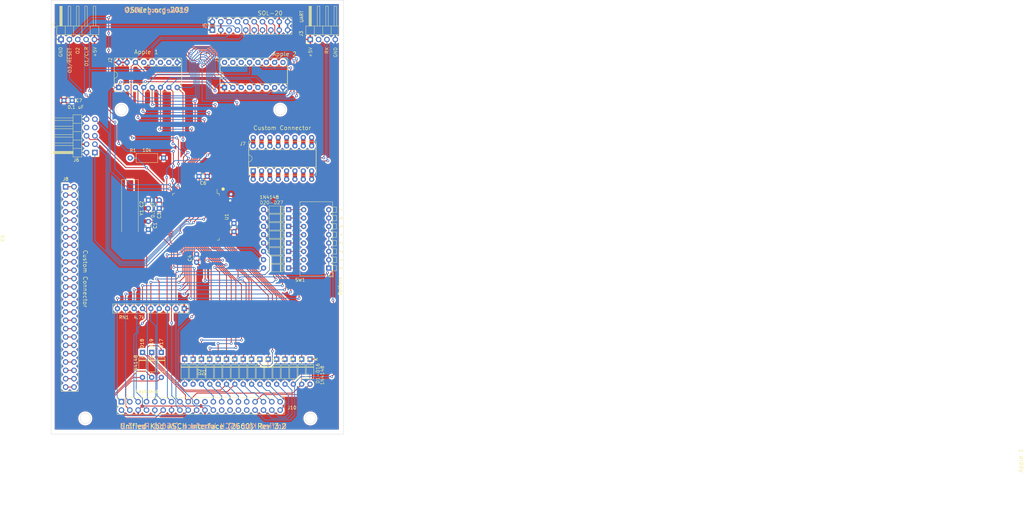
<source format=kicad_pcb>
(kicad_pcb (version 20171130) (host pcbnew "(5.1.5-0-10_14)")
  (title_block (title "Unified Retro Keyboard ASCII Interface (2560)") (date 2020-04-16) (rev 3.2))
  (layers (0 F.Cu signal) (31 B.Cu signal) (34 B.Paste user) (35 F.Paste user) (36 B.SilkS user) (37 F.SilkS user) (38 B.Mask user) (39 F.Mask user) (44 Edge.Cuts user))
  (net 0 "")
  (net 1 GND)
  (net 2 /Row3)
  (net 3 /Row0)
  (net 4 /Row1)
  (net 5 /Row4)
  (net 6 /Row5)
  (net 7 /Row7)
  (net 8 /D7)
  (net 9 /D1)
  (net 10 /D2)
  (net 11 /D3)
  (net 12 /D4)
  (net 13 /D5)
  (net 14 /D6)
  (net 15 /Col0)
  (net 16 /Col1)
  (net 17 /Col2)
  (net 18 /Col3)
  (net 19 /Col4)
  (net 20 /Col5)
  (net 21 /Col6)
  (net 22 /Col7)
  (net 23 /Row6)
  (net 24 /Row2)
  (net 25 /D0)
  (net 26 /~STROBE)
  (net 27 /Row10)
  (net 28 /Row9)
  (net 29 /Row8)
  (net 30 /Row15)
  (net 31 /Row14)
  (net 32 /Row13)
  (net 33 /Row12)
  (net 34 /Row11)
  (net 35 /Tx)
  (net 36 /Rx)
  (net 37 "Net-(D11-Pad1)")
  (net 38 "Net-(D12-Pad1)")
  (net 39 "Net-(D13-Pad1)")
  (net 40 "Net-(D14-Pad1)")
  (net 41 "Net-(D15-Pad1)")
  (net 42 "Net-(D16-Pad1)")
  (net 43 "Net-(D20-Pad1)")
  (net 44 "Net-(D24-Pad1)")
  (net 45 "Net-(D25-Pad1)")
  (net 46 "Net-(D26-Pad1)")
  (net 47 "Net-(D4-Pad1)")
  (net 48 "Net-(D5-Pad1)")
  (net 49 "Net-(D6-Pad1)")
  (net 50 "Net-(D7-Pad1)")
  (net 51 "Net-(D8-Pad1)")
  (net 52 "Net-(D9-Pad1)")
  (net 53 "Net-(D10-Pad1)")
  (net 54 "Net-(D27-Pad1)")
  (net 55 /LED1)
  (net 56 /OUT1)
  (net 57 /OUT2)
  (net 58 /OUT3)
  (net 59 /LED3)
  (net 60 /LED2)
  (net 61 "Net-(C1-Pad1)")
  (net 62 "Net-(C2-Pad1)")
  (net 63 "Net-(D21-Pad1)")
  (net 64 "Net-(D22-Pad1)")
  (net 65 "Net-(D23-Pad1)")
  (net 66 "Net-(J1-Pad9)")
  (net 67 "Net-(J1-Pad4)")
  (net 68 "Net-(J1-Pad14)")
  (net 69 "Net-(J1-Pad15)")
  (net 70 "Net-(J1-Pad16)")
  (net 71 "Net-(J2-Pad10)")
  (net 72 "Net-(J2-Pad11)")
  (net 73 "Net-(J2-Pad13)")
  (net 74 "Net-(U1-Pad98)")
  (net 75 "Net-(U1-Pad97)")
  (net 76 "Net-(U1-Pad96)")
  (net 77 "Net-(U1-Pad95)")
  (net 78 "Net-(U1-Pad94)")
  (net 79 "Net-(U1-Pad89)")
  (net 80 "Net-(U1-Pad88)")
  (net 81 "Net-(U1-Pad87)")
  (net 82 "Net-(U1-Pad86)")
  (net 83 "Net-(U1-Pad85)")
  (net 84 "Net-(U1-Pad84)")
  (net 85 "Net-(U1-Pad83)")
  (net 86 "Net-(U1-Pad82)")
  (net 87 "Net-(U1-Pad70)")
  (net 88 "Net-(U1-Pad52)")
  (net 89 "Net-(U1-Pad51)")
  (net 90 "Net-(U1-Pad47)")
  (net 91 "Net-(U1-Pad46)")
  (net 92 "Net-(U1-Pad45)")
  (net 93 "Net-(U1-Pad44)")
  (net 94 "Net-(U1-Pad43)")
  (net 95 "Net-(U1-Pad42)")
  (net 96 "Net-(U1-Pad41)")
  (net 97 "Net-(U1-Pad40)")
  (net 98 "Net-(U1-Pad39)")
  (net 99 "Net-(U1-Pad38)")
  (net 100 "Net-(U1-Pad37)")
  (net 101 "Net-(U1-Pad36)")
  (net 102 "Net-(U1-Pad35)")
  (net 103 "Net-(U1-Pad29)")
  (net 104 "Net-(U1-Pad28)")
  (net 105 "Net-(U1-Pad19)")
  (net 106 "Net-(U1-Pad9)")
  (net 107 "Net-(U1-Pad8)")
  (net 108 "Net-(U1-Pad7)")
  (net 109 "Net-(U1-Pad6)")
  (net 110 "Net-(U1-Pad5)")
  (net 111 "Net-(U1-Pad4)")
  (net 112 "Net-(U1-Pad1)")
  (net 113 VCC)
  (net 114 "Net-(J8-Pad1)")
  (net 115 "Net-(J8-Pad9)")
  (net 116 "Net-(J8-Pad2)")
  (net 117 "Net-(J8-Pad10)")
  (net 118 "Net-(J8-Pad3)")
  (net 119 "Net-(J8-Pad11)")
  (net 120 "Net-(J8-Pad4)")
  (net 121 "Net-(J8-Pad12)")
  (net 122 "Net-(J8-Pad5)")
  (net 123 "Net-(J8-Pad13)")
  (net 124 "Net-(J8-Pad6)")
  (net 125 "Net-(J8-Pad14)")
  (net 126 "Net-(J8-Pad7)")
  (net 127 "Net-(J8-Pad15)")
  (net 128 "Net-(J8-Pad8)")
  (net 129 "Net-(J8-Pad16)")
  (net 130 /TDI)
  (net 131 "Net-(J6-Pad8)")
  (net 132 "Net-(J6-Pad7)")
  (net 133 /~RESET)
  (net 134 /TMS)
  (net 135 /TDO)
  (net 136 /TCK)
  (net 137 "Net-(U1-Pad22)")
  (net 138 "Net-(U1-Pad21)")
  (net 139 "Net-(U1-Pad20)")
  (net 140 "Net-(D1-Pad1)")
  (net 141 "Net-(D2-Pad1)")
  (net 142 "Net-(D3-Pad1)")
  (net 143 "Net-(D17-Pad2)")
  (net 144 "Net-(D18-Pad2)")
  (net 145 "Net-(D19-Pad2)")
  (net 146 "Net-(J7-Pad1)")
  (net 147 "Net-(J7-Pad9)")
  (net 148 "Net-(J7-Pad2)")
  (net 149 "Net-(J7-Pad10)")
  (net 150 "Net-(J7-Pad3)")
  (net 151 "Net-(J7-Pad11)")
  (net 152 "Net-(J7-Pad4)")
  (net 153 "Net-(J7-Pad12)")
  (net 154 "Net-(J7-Pad5)")
  (net 155 "Net-(J7-Pad13)")
  (net 156 "Net-(J7-Pad6)")
  (net 157 "Net-(J7-Pad14)")
  (net 158 "Net-(J7-Pad7)")
  (net 159 "Net-(J7-Pad15)")
  (net 160 "Net-(J7-Pad8)")
  (net 161 "Net-(J7-Pad16)")
  (net 162 "Net-(J10-Pad32)")
  (net 163 "Net-(J10-Pad30)")
  (net 164 "Net-(J10-Pad28)")
  (net 165 "Net-(J10-Pad26)")
  (net 166 "Net-(J8-Pad25)")
  (net 167 "Net-(J8-Pad24)")
  (net 168 "Net-(J8-Pad23)")
  (net 169 "Net-(J8-Pad22)")
  (net 170 "Net-(J8-Pad21)")
  (net 171 "Net-(J8-Pad20)")
  (net 172 "Net-(J8-Pad19)")
  (net 173 "Net-(J8-Pad18)")
  (net 174 "Net-(J8-Pad17)")
  (module unikbd:D_DO-35_SOD27_P7.62mm_Horizontal_bypassed (layer F.Cu) (at 227.33 160.0724 270)
    (fp_text reference D15 hide)
    (fp_text value 1N4148)
    (fp_poly (pts (xy 7.239 0.127) (xy 0.381 0.127) (xy 0.381 0) (xy 7.239 0)) (layer F.Cu) (width 0.0508))
    (fp_text user K (at 0 -1.8 90) (layer F.SilkS))
    (fp_text user K (at 0 -1.8 90) (layer F.SilkS))
    (pad 1 thru_hole rect (at 0 0 270) (size 1.6 1.6) (drill 0.8) (layers *.Cu *.Mask) (net 41 "Net-(D15-Pad1)"))
    (pad 2 thru_hole oval (at 7.62 0 270) (size 1.6 1.6) (drill 0.8) (layers *.Cu *.Mask) (net 33 /Row12))
  )
  (module unikbd:D_DO-35_SOD27_P7.62mm_Horizontal_bypassed (layer F.Cu) (at 229.87 160.0724 270)
    (fp_text reference D6 hide)
    (fp_text value 1N4148)
    (fp_poly (pts (xy 7.239 0.127) (xy 0.381 0.127) (xy 0.381 0) (xy 7.239 0)) (layer F.Cu) (width 0.0508))
    (fp_text user K (at 0 -1.8 90) (layer F.SilkS))
    (fp_text user K (at 0 -1.8 90) (layer F.SilkS))
    (pad 1 thru_hole rect (at 0 0 270) (size 1.6 1.6) (drill 0.8) (layers *.Cu *.Mask) (net 49 "Net-(D6-Pad1)"))
    (pad 2 thru_hole oval (at 7.62 0 270) (size 1.6 1.6) (drill 0.8) (layers *.Cu *.Mask) (net 34 /Row11))
  )
  (module unikbd:D_DO-35_SOD27_P7.62mm_Horizontal_bypassed (layer F.Cu) (at 232.41 160.0724 270)
    (fp_text reference D14 hide)
    (fp_text value 1N4148)
    (fp_poly (pts (xy 7.239 0.127) (xy 0.381 0.127) (xy 0.381 0) (xy 7.239 0)) (layer F.Cu) (width 0.0508))
    (fp_text user K (at 0 -1.8 90) (layer F.SilkS))
    (fp_text user K (at 0 -1.8 90) (layer F.SilkS))
    (pad 1 thru_hole rect (at 0 0 270) (size 1.6 1.6) (drill 0.8) (layers *.Cu *.Mask) (net 40 "Net-(D14-Pad1)"))
    (pad 2 thru_hole oval (at 7.62 0 270) (size 1.6 1.6) (drill 0.8) (layers *.Cu *.Mask) (net 27 /Row10))
  )
  (module unikbd:D_DO-35_SOD27_P7.62mm_Horizontal_bypassed (layer F.Cu) (at 234.95 160.0724 270)
    (fp_text reference D5 hide)
    (fp_text value 1N4148)
    (fp_poly (pts (xy 7.239 0.127) (xy 0.381 0.127) (xy 0.381 0) (xy 7.239 0)) (layer F.Cu) (width 0.0508))
    (fp_text user K (at 0 -1.8 90) (layer F.SilkS))
    (fp_text user K (at 0 -1.8 90) (layer F.SilkS))
    (pad 1 thru_hole rect (at 0 0 270) (size 1.6 1.6) (drill 0.8) (layers *.Cu *.Mask) (net 48 "Net-(D5-Pad1)"))
    (pad 2 thru_hole oval (at 7.62 0 270) (size 1.6 1.6) (drill 0.8) (layers *.Cu *.Mask) (net 28 /Row9))
  )
  (module unikbd:D_DO-35_SOD27_P7.62mm_Horizontal_bypassed (layer F.Cu) (at 237.49 160.0724 270)
    (fp_text reference D13 hide)
    (fp_text value 1N4148)
    (fp_poly (pts (xy 7.239 0.127) (xy 0.381 0.127) (xy 0.381 0) (xy 7.239 0)) (layer F.Cu) (width 0.0508))
    (fp_text user K (at 0 -1.8 90) (layer F.SilkS))
    (fp_text user K (at 0 -1.8 90) (layer F.SilkS))
    (pad 1 thru_hole rect (at 0 0 270) (size 1.6 1.6) (drill 0.8) (layers *.Cu *.Mask) (net 39 "Net-(D13-Pad1)"))
    (pad 2 thru_hole oval (at 7.62 0 270) (size 1.6 1.6) (drill 0.8) (layers *.Cu *.Mask) (net 29 /Row8))
  )
  (module unikbd:D_DO-35_SOD27_P7.62mm_Horizontal_bypassed (layer F.Cu) (at 242.57 160.0724 270)
    (fp_text reference D8 hide)
    (fp_text value 1N4148)
    (fp_poly (pts (xy 7.239 0.127) (xy 0.381 0.127) (xy 0.381 0) (xy 7.239 0)) (layer F.Cu) (width 0.0508))
    (fp_text user K (at 0 -1.8 90) (layer F.SilkS))
    (fp_text user K (at 0 -1.8 90) (layer F.SilkS))
    (pad 1 thru_hole rect (at 0 0 270) (size 1.6 1.6) (drill 0.8) (layers *.Cu *.Mask) (net 51 "Net-(D8-Pad1)"))
    (pad 2 thru_hole oval (at 7.62 0 270) (size 1.6 1.6) (drill 0.8) (layers *.Cu *.Mask) (net 30 /Row15))
  )
  (module unikbd:D_DO-35_SOD27_P7.62mm_Horizontal_bypassed (layer F.Cu) (at 224.79 160.0724 270)
    (fp_text reference D7 hide)
    (fp_text value 1N4148)
    (fp_poly (pts (xy 7.239 0.127) (xy 0.381 0.127) (xy 0.381 0) (xy 7.239 0)) (layer F.Cu) (width 0.0508))
    (fp_text user K (at 0 -1.8 90) (layer F.SilkS))
    (fp_text user K (at 0 -1.8 90) (layer F.SilkS))
    (pad 1 thru_hole rect (at 0 0 270) (size 1.6 1.6) (drill 0.8) (layers *.Cu *.Mask) (net 50 "Net-(D7-Pad1)"))
    (pad 2 thru_hole oval (at 7.62 0 270) (size 1.6 1.6) (drill 0.8) (layers *.Cu *.Mask) (net 32 /Row13))
  )
  (module unikbd:D_DO-35_SOD27_P7.62mm_Horizontal_bypassed (layer F.Cu) (at 222.25 160.0724 270)
    (fp_text reference D16 hide)
    (fp_text value 1N4148)
    (fp_poly (pts (xy 7.239 0.127) (xy 0.381 0.127) (xy 0.381 0) (xy 7.239 0)) (layer F.Cu) (width 0.0508))
    (fp_text user K (at 0 -1.8 90) (layer F.SilkS))
    (fp_text user K (at 0 -1.8 90) (layer F.SilkS))
    (pad 1 thru_hole rect (at 0 0 270) (size 1.6 1.6) (drill 0.8) (layers *.Cu *.Mask) (net 42 "Net-(D16-Pad1)"))
    (pad 2 thru_hole oval (at 7.62 0 270) (size 1.6 1.6) (drill 0.8) (layers *.Cu *.Mask) (net 31 /Row14))
  )
  (module unikbd:D_DO-35_SOD27_P7.62mm_Horizontal_bypassed (layer F.Cu) (at 240.03 160.0724 270)
    (fp_text reference D4 hide)
    (fp_text value 1N4148)
    (fp_poly (pts (xy 7.239 0.127) (xy 0.381 0.127) (xy 0.381 0) (xy 7.239 0)) (layer F.Cu) (width 0.0508))
    (fp_text user K (at 0 -1.8 90) (layer F.SilkS))
    (pad 1 thru_hole rect (at 0 0 270) (size 1.6 1.6) (drill 0.8) (layers *.Cu *.Mask) (net 47 "Net-(D4-Pad1)"))
    (pad 2 thru_hole oval (at 7.62 0 270) (size 1.6 1.6) (drill 0.8) (layers *.Cu *.Mask) (net 7 /Row7))
  )
  (module unikbd:D_DO-35_SOD27_P7.62mm_Horizontal_bypassed (layer F.Cu) (at 204.47 160.0724 270)
    (fp_text reference D2 (at 3.9878 -4.4958 90) (layer F.SilkS))
    (fp_text value 1N4148)
    (fp_poly (pts (xy 7.239 0.127) (xy 0.381 0.127) (xy 0.381 0) (xy 7.239 0)) (layer F.Cu) (width 0.0508))
    (fp_text user K (at 0 -1.8 90) (layer F.SilkS))
    (pad 1 thru_hole rect (at 0 0 270) (size 1.6 1.6) (drill 0.8) (layers *.Cu *.Mask) (net 141 "Net-(D2-Pad1)"))
    (pad 2 thru_hole oval (at 7.62 0 270) (size 1.6 1.6) (drill 0.8) (layers *.Cu *.Mask) (net 23 /Row6))
  )
  (module unikbd:D_DO-35_SOD27_P7.62mm_Horizontal_bypassed (layer F.Cu) (at 209.55 160.0724 270)
    (fp_text reference D11 hide)
    (fp_text value 1N4148)
    (fp_poly (pts (xy 7.239 0.127) (xy 0.381 0.127) (xy 0.381 0) (xy 7.239 0)) (layer F.Cu) (width 0.0508))
    (fp_text user K (at 0 -1.8 90) (layer F.SilkS))
    (pad 1 thru_hole rect (at 0 0 270) (size 1.6 1.6) (drill 0.8) (layers *.Cu *.Mask) (net 37 "Net-(D11-Pad1)"))
    (pad 2 thru_hole oval (at 7.62 0 270) (size 1.6 1.6) (drill 0.8) (layers *.Cu *.Mask) (net 5 /Row4))
  )
  (module unikbd:D_DO-35_SOD27_P7.62mm_Horizontal_bypassed (layer F.Cu) (at 214.63 160.0724 270)
    (fp_text reference D10 hide)
    (fp_text value 1N4148)
    (fp_poly (pts (xy 7.239 0.127) (xy 0.381 0.127) (xy 0.381 0) (xy 7.239 0)) (layer F.Cu) (width 0.0508))
    (fp_text user K (at 0 -1.8 90) (layer F.SilkS))
    (pad 1 thru_hole rect (at 0 0 270) (size 1.6 1.6) (drill 0.8) (layers *.Cu *.Mask) (net 53 "Net-(D10-Pad1)"))
    (pad 2 thru_hole oval (at 7.62 0 270) (size 1.6 1.6) (drill 0.8) (layers *.Cu *.Mask) (net 24 /Row2))
  )
  (module unikbd:D_DO-35_SOD27_P7.62mm_Horizontal_bypassed (layer F.Cu) (at 219.71 160.0724 270)
    (fp_text reference D9 hide)
    (fp_text value 1N4148)
    (fp_poly (pts (xy 7.239 0.127) (xy 0.381 0.127) (xy 0.381 0) (xy 7.239 0)) (layer F.Cu) (width 0.0508))
    (fp_text user K (at 0 -1.8 90) (layer F.SilkS))
    (pad 1 thru_hole rect (at 0 0 270) (size 1.6 1.6) (drill 0.8) (layers *.Cu *.Mask) (net 52 "Net-(D9-Pad1)"))
    (pad 2 thru_hole oval (at 7.62 0 270) (size 1.6 1.6) (drill 0.8) (layers *.Cu *.Mask) (net 3 /Row0))
  )
  (module unikbd:D_DO-35_SOD27_P7.62mm_Horizontal_bypassed (layer F.Cu) (at 207.01 160.0724 270)
    (fp_text reference D1 (at 4.0132 -3.3528 90) (layer F.SilkS))
    (fp_text value 1N4148)
    (fp_poly (pts (xy 7.239 0.127) (xy 0.381 0.127) (xy 0.381 0) (xy 7.239 0)) (layer F.Cu) (width 0.0508))
    (fp_text user K (at 0 -1.8 90) (layer F.SilkS))
    (pad 1 thru_hole rect (at 0 0 270) (size 1.6 1.6) (drill 0.8) (layers *.Cu *.Mask) (net 140 "Net-(D1-Pad1)"))
    (pad 2 thru_hole oval (at 7.62 0 270) (size 1.6 1.6) (drill 0.8) (layers *.Cu *.Mask) (net 6 /Row5))
  )
  (module unikbd:D_DO-35_SOD27_P7.62mm_Horizontal_bypassed (layer F.Cu) (at 212.09 160.0724 270)
    (fp_text reference D12 hide)
    (fp_text value 1N4148)
    (fp_poly (pts (xy 7.239 0.127) (xy 0.381 0.127) (xy 0.381 0) (xy 7.239 0)) (layer F.Cu) (width 0.0508))
    (fp_text user K (at 0 -1.8 90) (layer F.SilkS))
    (pad 1 thru_hole rect (at 0 0 270) (size 1.6 1.6) (drill 0.8) (layers *.Cu *.Mask) (net 38 "Net-(D12-Pad1)"))
    (pad 2 thru_hole oval (at 7.62 0 270) (size 1.6 1.6) (drill 0.8) (layers *.Cu *.Mask) (net 2 /Row3))
  )
  (module unikbd:D_DO-35_SOD27_P7.62mm_Horizontal_bypassed (layer F.Cu) (at 217.17 160.0724 270)
    (fp_text reference D3 hide)
    (fp_text value 1N4148)
    (fp_poly (pts (xy 7.239 0.127) (xy 0.381 0.127) (xy 0.381 0) (xy 7.239 0)) (layer F.Cu) (width 0.0508))
    (fp_text user K (at 0 -1.8 90) (layer F.SilkS))
    (pad 1 thru_hole rect (at 0 0 270) (size 1.6 1.6) (drill 0.8) (layers *.Cu *.Mask) (net 142 "Net-(D3-Pad1)"))
    (pad 2 thru_hole oval (at 7.62 0 270) (size 1.6 1.6) (drill 0.8) (layers *.Cu *.Mask) (net 4 /Row1))
  )
  (module unikbd:ExpansionHeader_1x25_P2.54 (layer F.Cu) (at 168.252 107.596)
    (fp_text reference J8 (at 0 -2.33) (layer F.SilkS))
    (fp_text value "Custom Connector" (at 5.969 28.0035 270 unlocked) (layer F.SilkS) (effects (font (size 1.27 1.27))))
    (fp_line (start 0 40.64) (end 2.54 40.64) (layer F.Cu) (width 0.254))
    (fp_line (start 0 43.18) (end 2.54 43.18) (layer F.Cu) (width 0.254))
    (fp_line (start 0 38.1) (end 2.54 38.1) (layer F.Cu) (width 0.254))
    (fp_line (start 0 48.26) (end 2.54 48.26) (layer F.Cu) (width 0.254))
    (fp_line (start 0 45.72) (end 2.54 45.72) (layer F.Cu) (width 0.254))
    (fp_line (start 0 53.34) (end 2.54 53.34) (layer F.Cu) (width 0.254))
    (fp_line (start 0 55.88) (end 2.54 55.88) (layer F.Cu) (width 0.254))
    (fp_line (start 0 50.8) (end 2.54 50.8) (layer F.Cu) (width 0.254))
    (fp_line (start 0 60.96) (end 2.54 60.96) (layer F.Cu) (width 0.254))
    (fp_line (start 0 58.42) (end 2.54 58.42) (layer F.Cu) (width 0.254))
    (fp_line (start 0 33.02) (end 2.54 33.02) (layer F.Cu) (width 0.254))
    (fp_line (start 0 35.56) (end 2.54 35.56) (layer F.Cu) (width 0.254))
    (fp_line (start 0 25.4) (end 2.54 25.4) (layer F.Cu) (width 0.254))
    (fp_line (start 0 30.48) (end 2.54 30.48) (layer F.Cu) (width 0.254))
    (fp_line (start 0 27.94) (end 2.54 27.94) (layer F.Cu) (width 0.254))
    (fp_line (start 0 20.32) (end 2.54 20.32) (layer F.Cu) (width 0.254))
    (fp_line (start 0 22.86) (end 2.54 22.86) (layer F.Cu) (width 0.254))
    (fp_line (start 0 12.7) (end 2.54 12.7) (layer F.Cu) (width 0.254))
    (fp_line (start 0 17.78) (end 2.54 17.78) (layer F.Cu) (width 0.254))
    (fp_line (start 0 15.24) (end 2.54 15.24) (layer F.Cu) (width 0.254))
    (fp_line (start 0 10.16) (end 2.54 10.16) (layer F.Cu) (width 0.254))
    (fp_line (start 0 7.62) (end 2.54 7.62) (layer F.Cu) (width 0.254))
    (fp_line (start 0 5.08) (end 2.54 5.08) (layer F.Cu) (width 0.254))
    (fp_line (start 0 2.54) (end 2.54 2.54) (layer F.Cu) (width 0.254))
    (fp_line (start 0 0) (end 2.54 0) (layer F.Cu) (width 0.254))
    (pad 26 thru_hole circle (at 2.54 0) (size 1.7 1.7) (drill 1) (layers *.Cu *.Mask))
    (pad 27 thru_hole oval (at 2.54 2.54) (size 1.7 1.7) (drill 1) (layers *.Cu *.Mask))
    (pad 28 thru_hole oval (at 2.54 5.08) (size 1.7 1.7) (drill 1) (layers *.Cu *.Mask))
    (pad 29 thru_hole oval (at 2.54 7.62) (size 1.7 1.7) (drill 1) (layers *.Cu *.Mask))
    (pad 30 thru_hole oval (at 2.54 10.16) (size 1.7 1.7) (drill 1) (layers *.Cu *.Mask))
    (pad 31 thru_hole oval (at 2.54 12.7) (size 1.7 1.7) (drill 1) (layers *.Cu *.Mask))
    (pad 32 thru_hole oval (at 2.54 15.24) (size 1.7 1.7) (drill 1) (layers *.Cu *.Mask))
    (pad 33 thru_hole oval (at 2.54 17.78) (size 1.7 1.7) (drill 1) (layers *.Cu *.Mask))
    (pad 34 thru_hole oval (at 2.54 20.32) (size 1.7 1.7) (drill 1) (layers *.Cu *.Mask))
    (pad 35 thru_hole oval (at 2.54 22.86) (size 1.7 1.7) (drill 1) (layers *.Cu *.Mask))
    (pad 36 thru_hole oval (at 2.54 25.4) (size 1.7 1.7) (drill 1) (layers *.Cu *.Mask))
    (pad 37 thru_hole oval (at 2.54 27.94) (size 1.7 1.7) (drill 1) (layers *.Cu *.Mask))
    (pad 38 thru_hole oval (at 2.54 30.48) (size 1.7 1.7) (drill 1) (layers *.Cu *.Mask))
    (pad 39 thru_hole oval (at 2.54 33.02) (size 1.7 1.7) (drill 1) (layers *.Cu *.Mask))
    (pad 40 thru_hole oval (at 2.54 35.56) (size 1.7 1.7) (drill 1) (layers *.Cu *.Mask))
    (pad 50 thru_hole oval (at 2.54 60.96) (size 1.7 1.7) (drill 1) (layers *.Cu *.Mask))
    (pad 49 thru_hole oval (at 2.54 58.42) (size 1.7 1.7) (drill 1) (layers *.Cu *.Mask))
    (pad 48 thru_hole oval (at 2.54 55.88) (size 1.7 1.7) (drill 1) (layers *.Cu *.Mask))
    (pad 47 thru_hole oval (at 2.54 53.34) (size 1.7 1.7) (drill 1) (layers *.Cu *.Mask))
    (pad 46 thru_hole oval (at 2.54 50.8) (size 1.7 1.7) (drill 1) (layers *.Cu *.Mask))
    (pad 45 thru_hole oval (at 2.54 48.26) (size 1.7 1.7) (drill 1) (layers *.Cu *.Mask))
    (pad 44 thru_hole oval (at 2.54 45.72) (size 1.7 1.7) (drill 1) (layers *.Cu *.Mask))
    (pad 43 thru_hole oval (at 2.54 43.18) (size 1.7 1.7) (drill 1) (layers *.Cu *.Mask))
    (pad 42 thru_hole oval (at 2.54 40.64) (size 1.7 1.7) (drill 1) (layers *.Cu *.Mask))
    (pad 41 thru_hole oval (at 2.54 38.1) (size 1.7 1.7) (drill 1) (layers *.Cu *.Mask))
    (pad 16 thru_hole oval (at 0 38.1) (size 1.7 1.7) (drill 1) (layers *.Cu *.Mask) (net 129 "Net-(J8-Pad16)"))
    (pad 17 thru_hole oval (at 0 40.64) (size 1.7 1.7) (drill 1) (layers *.Cu *.Mask) (net 174 "Net-(J8-Pad17)"))
    (pad 18 thru_hole oval (at 0 43.18) (size 1.7 1.7) (drill 1) (layers *.Cu *.Mask) (net 173 "Net-(J8-Pad18)"))
    (pad 19 thru_hole oval (at 0 45.72) (size 1.7 1.7) (drill 1) (layers *.Cu *.Mask) (net 172 "Net-(J8-Pad19)"))
    (pad 20 thru_hole oval (at 0 48.26) (size 1.7 1.7) (drill 1) (layers *.Cu *.Mask) (net 171 "Net-(J8-Pad20)"))
    (pad 21 thru_hole oval (at 0 50.8) (size 1.7 1.7) (drill 1) (layers *.Cu *.Mask) (net 170 "Net-(J8-Pad21)"))
    (pad 22 thru_hole oval (at 0 53.34) (size 1.7 1.7) (drill 1) (layers *.Cu *.Mask) (net 169 "Net-(J8-Pad22)"))
    (pad 23 thru_hole oval (at 0 55.88) (size 1.7 1.7) (drill 1) (layers *.Cu *.Mask) (net 168 "Net-(J8-Pad23)"))
    (pad 24 thru_hole oval (at 0 58.42) (size 1.7 1.7) (drill 1) (layers *.Cu *.Mask) (net 167 "Net-(J8-Pad24)"))
    (pad 25 thru_hole oval (at 0 60.96) (size 1.7 1.7) (drill 1) (layers *.Cu *.Mask) (net 166 "Net-(J8-Pad25)"))
    (pad 15 thru_hole oval (at 0 35.56) (size 1.7 1.7) (drill 1) (layers *.Cu *.Mask) (net 127 "Net-(J8-Pad15)"))
    (pad 14 thru_hole oval (at 0 33.02) (size 1.7 1.7) (drill 1) (layers *.Cu *.Mask) (net 125 "Net-(J8-Pad14)"))
    (pad 13 thru_hole oval (at 0 30.48) (size 1.7 1.7) (drill 1) (layers *.Cu *.Mask) (net 123 "Net-(J8-Pad13)"))
    (pad 12 thru_hole oval (at 0 27.94) (size 1.7 1.7) (drill 1) (layers *.Cu *.Mask) (net 121 "Net-(J8-Pad12)"))
    (pad 11 thru_hole oval (at 0 25.4) (size 1.7 1.7) (drill 1) (layers *.Cu *.Mask) (net 119 "Net-(J8-Pad11)"))
    (pad 10 thru_hole oval (at 0 22.86) (size 1.7 1.7) (drill 1) (layers *.Cu *.Mask) (net 117 "Net-(J8-Pad10)"))
    (pad 9 thru_hole oval (at 0 20.32) (size 1.7 1.7) (drill 1) (layers *.Cu *.Mask) (net 115 "Net-(J8-Pad9)"))
    (pad 8 thru_hole oval (at 0 17.78) (size 1.7 1.7) (drill 1) (layers *.Cu *.Mask) (net 128 "Net-(J8-Pad8)"))
    (pad 7 thru_hole oval (at 0 15.24) (size 1.7 1.7) (drill 1) (layers *.Cu *.Mask) (net 126 "Net-(J8-Pad7)"))
    (pad 6 thru_hole oval (at 0 12.7) (size 1.7 1.7) (drill 1) (layers *.Cu *.Mask) (net 124 "Net-(J8-Pad6)"))
    (pad 5 thru_hole oval (at 0 10.16) (size 1.7 1.7) (drill 1) (layers *.Cu *.Mask) (net 122 "Net-(J8-Pad5)"))
    (pad 4 thru_hole oval (at 0 7.62) (size 1.7 1.7) (drill 1) (layers *.Cu *.Mask) (net 120 "Net-(J8-Pad4)"))
    (pad 3 thru_hole oval (at 0 5.08) (size 1.7 1.7) (drill 1) (layers *.Cu *.Mask) (net 118 "Net-(J8-Pad3)"))
    (pad 2 thru_hole oval (at 0 2.54) (size 1.7 1.7) (drill 1) (layers *.Cu *.Mask) (net 116 "Net-(J8-Pad2)"))
    (pad 1 thru_hole rect (at 0 0) (size 1.7 1.7) (drill 1) (layers *.Cu *.Mask) (net 114 "Net-(J8-Pad1)"))
  )
  (module Connector_PinHeader_2.54mm:PinHeader_2x05_P2.54mm_Horizontal (layer F.Cu) (at 177.142 97.182 180)
    (fp_text reference J6 (at 5.655 -2.27) (layer F.SilkS))
    (fp_text value Conn_01x10)
    (pad 10 thru_hole oval (at 2.54 10.16 180) (size 1.7 1.7) (drill 1) (layers *.Cu *.Mask) (net 1 GND))
    (pad 9 thru_hole oval (at 0 10.16 180) (size 1.7 1.7) (drill 1) (layers *.Cu *.Mask) (net 130 /TDI))
    (pad 8 thru_hole oval (at 2.54 7.62 180) (size 1.7 1.7) (drill 1) (layers *.Cu *.Mask) (net 131 "Net-(J6-Pad8)"))
    (pad 7 thru_hole oval (at 0 7.62 180) (size 1.7 1.7) (drill 1) (layers *.Cu *.Mask) (net 132 "Net-(J6-Pad7)"))
    (pad 6 thru_hole oval (at 2.54 5.08 180) (size 1.7 1.7) (drill 1) (layers *.Cu *.Mask) (net 133 /~RESET))
    (pad 5 thru_hole oval (at 0 5.08 180) (size 1.7 1.7) (drill 1) (layers *.Cu *.Mask) (net 134 /TMS))
    (pad 4 thru_hole oval (at 2.54 2.54 180) (size 1.7 1.7) (drill 1) (layers *.Cu *.Mask) (net 113 VCC))
    (pad 3 thru_hole oval (at 0 2.54 180) (size 1.7 1.7) (drill 1) (layers *.Cu *.Mask) (net 135 /TDO))
    (pad 2 thru_hole oval (at 2.54 0 180) (size 1.7 1.7) (drill 1) (layers *.Cu *.Mask) (net 1 GND))
    (pad 1 thru_hole rect (at 0 0 180) (size 1.7 1.7) (drill 1) (layers *.Cu *.Mask) (net 136 /TCK))
  )
  (module "" (layer F.Cu) (at 230.355 88.165)
    (fp_text reference "" (at 225.275 102.77) (layer F.SilkS) (effects (font (size 1.27 1.27))))
    (fp_text value "" (at 225.275 102.77) (layer F.SilkS) (effects (font (size 1.27 1.27))))
    (fp_text user "Apple 1" (at 228.323 102.77 90) (layer F.SilkS) (effects (font (size 1.27 1.27))))
  )
  (module unikbd:DIP-16_W7.62mm_Proto (layer F.Cu) (at 225.275 102.77 90)
    (fp_text reference J7 (at 8.255 -3.175 180) (layer F.SilkS))
    (fp_text value "Custom Connector" (at 13.081 8.8265) (layer F.SilkS) (effects (font (size 1.27 1.27))))
    (fp_line (start 10.16 17.78) (end 7.62 17.78) (layer F.Cu) (width 1.27))
    (fp_line (start 10.16 15.24) (end 7.62 15.24) (layer F.Cu) (width 1.27))
    (fp_line (start 10.16 12.7) (end 7.62 12.7) (layer F.Cu) (width 1.27))
    (fp_line (start 10.16 10.16) (end 7.62 10.16) (layer F.Cu) (width 1.27))
    (fp_line (start 10.16 7.62) (end 7.62 7.62) (layer F.Cu) (width 1.27))
    (fp_line (start 10.16 5.08) (end 7.62 5.08) (layer F.Cu) (width 1.27))
    (fp_line (start 10.16 2.54) (end 7.62 2.54) (layer F.Cu) (width 1.27))
    (fp_line (start 10.16 0) (end 7.62 0) (layer F.Cu) (width 1.27))
    (fp_line (start 0 0) (end -2.54 0) (layer F.Cu) (width 1.27))
    (fp_line (start 0 2.54) (end -2.54 2.54) (layer F.Cu) (width 1.27))
    (fp_line (start 0 5.08) (end -2.54 5.08) (layer F.Cu) (width 1.27))
    (fp_line (start 0 7.62) (end -2.54 7.62) (layer F.Cu) (width 1.27))
    (fp_line (start 0 10.16) (end -2.54 10.16) (layer F.Cu) (width 1.27))
    (fp_line (start 0 12.7) (end -2.54 12.7) (layer F.Cu) (width 1.27))
    (fp_line (start 0 15.24) (end -2.54 15.24) (layer F.Cu) (width 1.27))
    (fp_line (start 0 17.78) (end -2.54 17.78) (layer F.Cu) (width 1.27))
    (pad 46 thru_hole oval (at 10.16 17.78 90) (size 1.6 1.6) (drill 0.8) (layers *.Cu *.Mask))
    (pad 45 thru_hole oval (at -2.54 17.78 90) (size 1.6 1.6) (drill 0.8) (layers *.Cu *.Mask))
    (pad 42 thru_hole oval (at 10.16 15.24 90) (size 1.6 1.6) (drill 0.8) (layers *.Cu *.Mask))
    (pad 41 thru_hole oval (at -2.54 15.24 90) (size 1.6 1.6) (drill 0.8) (layers *.Cu *.Mask))
    (pad 38 thru_hole oval (at 10.16 12.7 90) (size 1.6 1.6) (drill 0.8) (layers *.Cu *.Mask))
    (pad 37 thru_hole oval (at -2.54 12.7 90) (size 1.6 1.6) (drill 0.8) (layers *.Cu *.Mask))
    (pad 34 thru_hole oval (at 10.16 10.16 90) (size 1.6 1.6) (drill 0.8) (layers *.Cu *.Mask))
    (pad 33 thru_hole oval (at -2.54 10.16 90) (size 1.6 1.6) (drill 0.8) (layers *.Cu *.Mask))
    (pad 30 thru_hole oval (at 10.16 7.62 90) (size 1.6 1.6) (drill 0.8) (layers *.Cu *.Mask))
    (pad 29 thru_hole oval (at -2.54 7.62 90) (size 1.6 1.6) (drill 0.8) (layers *.Cu *.Mask))
    (pad 26 thru_hole oval (at 10.16 5.08 90) (size 1.6 1.6) (drill 0.8) (layers *.Cu *.Mask))
    (pad 25 thru_hole oval (at -2.54 5.08 90) (size 1.6 1.6) (drill 0.8) (layers *.Cu *.Mask))
    (pad 22 thru_hole oval (at 10.16 2.54 90) (size 1.6 1.6) (drill 0.8) (layers *.Cu *.Mask))
    (pad 21 thru_hole oval (at -2.54 2.54 90) (size 1.6 1.6) (drill 0.8) (layers *.Cu *.Mask))
    (pad 18 thru_hole oval (at 10.16 0 90) (size 1.6 1.6) (drill 0.8) (layers *.Cu *.Mask))
    (pad 17 thru_hole oval (at -2.54 0 90) (size 1.6 1.6) (drill 0.8) (layers *.Cu *.Mask))
    (pad 1 thru_hole rect (at 0 0 90) (size 1.6 1.6) (drill 0.8) (layers *.Cu *.Mask) (net 146 "Net-(J7-Pad1)"))
    (pad 9 thru_hole oval (at 7.62 17.78 90) (size 1.6 1.6) (drill 0.8) (layers *.Cu *.Mask) (net 147 "Net-(J7-Pad9)"))
    (pad 2 thru_hole oval (at 0 2.54 90) (size 1.6 1.6) (drill 0.8) (layers *.Cu *.Mask) (net 148 "Net-(J7-Pad2)"))
    (pad 10 thru_hole oval (at 7.62 15.24 90) (size 1.6 1.6) (drill 0.8) (layers *.Cu *.Mask) (net 149 "Net-(J7-Pad10)"))
    (pad 3 thru_hole oval (at 0 5.08 90) (size 1.6 1.6) (drill 0.8) (layers *.Cu *.Mask) (net 150 "Net-(J7-Pad3)"))
    (pad 11 thru_hole oval (at 7.62 12.7 90) (size 1.6 1.6) (drill 0.8) (layers *.Cu *.Mask) (net 151 "Net-(J7-Pad11)"))
    (pad 4 thru_hole oval (at 0 7.62 90) (size 1.6 1.6) (drill 0.8) (layers *.Cu *.Mask) (net 152 "Net-(J7-Pad4)"))
    (pad 12 thru_hole oval (at 7.62 10.16 90) (size 1.6 1.6) (drill 0.8) (layers *.Cu *.Mask) (net 153 "Net-(J7-Pad12)"))
    (pad 5 thru_hole oval (at 0 10.16 90) (size 1.6 1.6) (drill 0.8) (layers *.Cu *.Mask) (net 154 "Net-(J7-Pad5)"))
    (pad 13 thru_hole oval (at 7.62 7.62 90) (size 1.6 1.6) (drill 0.8) (layers *.Cu *.Mask) (net 155 "Net-(J7-Pad13)"))
    (pad 6 thru_hole oval (at 0 12.7 90) (size 1.6 1.6) (drill 0.8) (layers *.Cu *.Mask) (net 156 "Net-(J7-Pad6)"))
    (pad 14 thru_hole oval (at 7.62 5.08 90) (size 1.6 1.6) (drill 0.8) (layers *.Cu *.Mask) (net 157 "Net-(J7-Pad14)"))
    (pad 7 thru_hole oval (at 0 15.24 90) (size 1.6 1.6) (drill 0.8) (layers *.Cu *.Mask) (net 158 "Net-(J7-Pad7)"))
    (pad 15 thru_hole oval (at 7.62 2.54 90) (size 1.6 1.6) (drill 0.8) (layers *.Cu *.Mask) (net 159 "Net-(J7-Pad15)"))
    (pad 8 thru_hole oval (at 0 17.78 90) (size 1.6 1.6) (drill 0.8) (layers *.Cu *.Mask) (net 160 "Net-(J7-Pad8)"))
    (pad 16 thru_hole oval (at 7.62 0 90) (size 1.6 1.6) (drill 0.8) (layers *.Cu *.Mask) (net 161 "Net-(J7-Pad16)"))
  )
  (module Package_QFP:TQFP-100_14x14mm_P0.5mm (layer F.Cu) (at 207.876 116.74 270)
    (fp_text reference U1 (at 0 -9.35 90) (layer F.SilkS))
    (fp_text value ATmega2560-16AU)
    (pad 100 smd roundrect (at -6 -7.6625 270) (size 0.3 1.475) (layers F.Cu F.Paste F.Mask) (net 113 VCC))
    (pad 99 smd roundrect (at -5.5 -7.6625 270) (size 0.3 1.475) (layers F.Cu F.Paste F.Mask) (net 1 GND))
    (pad 98 smd roundrect (at -5 -7.6625 270) (size 0.3 1.475) (layers F.Cu F.Paste F.Mask) (net 74 "Net-(U1-Pad98)"))
    (pad 97 smd roundrect (at -4.5 -7.6625 270) (size 0.3 1.475) (layers F.Cu F.Paste F.Mask) (net 75 "Net-(U1-Pad97)"))
    (pad 96 smd roundrect (at -4 -7.6625 270) (size 0.3 1.475) (layers F.Cu F.Paste F.Mask) (net 76 "Net-(U1-Pad96)"))
    (pad 95 smd roundrect (at -3.5 -7.6625 270) (size 0.3 1.475) (layers F.Cu F.Paste F.Mask) (net 77 "Net-(U1-Pad95)"))
    (pad 94 smd roundrect (at -3 -7.6625 270) (size 0.3 1.475) (layers F.Cu F.Paste F.Mask) (net 78 "Net-(U1-Pad94)"))
    (pad 93 smd roundrect (at -2.5 -7.6625 270) (size 0.3 1.475) (layers F.Cu F.Paste F.Mask) (net 136 /TCK))
    (pad 92 smd roundrect (at -2 -7.6625 270) (size 0.3 1.475) (layers F.Cu F.Paste F.Mask) (net 134 /TMS))
    (pad 91 smd roundrect (at -1.5 -7.6625 270) (size 0.3 1.475) (layers F.Cu F.Paste F.Mask) (net 135 /TDO))
    (pad 90 smd roundrect (at -1 -7.6625 270) (size 0.3 1.475) (layers F.Cu F.Paste F.Mask) (net 130 /TDI))
    (pad 89 smd roundrect (at -0.5 -7.6625 270) (size 0.3 1.475) (layers F.Cu F.Paste F.Mask) (net 79 "Net-(U1-Pad89)"))
    (pad 88 smd roundrect (at 0 -7.6625 270) (size 0.3 1.475) (layers F.Cu F.Paste F.Mask) (net 80 "Net-(U1-Pad88)"))
    (pad 87 smd roundrect (at 0.5 -7.6625 270) (size 0.3 1.475) (layers F.Cu F.Paste F.Mask) (net 81 "Net-(U1-Pad87)"))
    (pad 86 smd roundrect (at 1 -7.6625 270) (size 0.3 1.475) (layers F.Cu F.Paste F.Mask) (net 82 "Net-(U1-Pad86)"))
    (pad 85 smd roundrect (at 1.5 -7.6625 270) (size 0.3 1.475) (layers F.Cu F.Paste F.Mask) (net 83 "Net-(U1-Pad85)"))
    (pad 84 smd roundrect (at 2 -7.6625 270) (size 0.3 1.475) (layers F.Cu F.Paste F.Mask) (net 84 "Net-(U1-Pad84)"))
    (pad 83 smd roundrect (at 2.5 -7.6625 270) (size 0.3 1.475) (layers F.Cu F.Paste F.Mask) (net 85 "Net-(U1-Pad83)"))
    (pad 82 smd roundrect (at 3 -7.6625 270) (size 0.3 1.475) (layers F.Cu F.Paste F.Mask) (net 86 "Net-(U1-Pad82)"))
    (pad 81 smd roundrect (at 3.5 -7.6625 270) (size 0.3 1.475) (layers F.Cu F.Paste F.Mask) (net 1 GND))
    (pad 80 smd roundrect (at 4 -7.6625 270) (size 0.3 1.475) (layers F.Cu F.Paste F.Mask) (net 113 VCC))
    (pad 79 smd roundrect (at 4.5 -7.6625 270) (size 0.3 1.475) (layers F.Cu F.Paste F.Mask) (net 47 "Net-(D4-Pad1)"))
    (pad 78 smd roundrect (at 5 -7.6625 270) (size 0.3 1.475) (layers F.Cu F.Paste F.Mask) (net 39 "Net-(D13-Pad1)"))
    (pad 77 smd roundrect (at 5.5 -7.6625 270) (size 0.3 1.475) (layers F.Cu F.Paste F.Mask) (net 48 "Net-(D5-Pad1)"))
    (pad 76 smd roundrect (at 6 -7.6625 270) (size 0.3 1.475) (layers F.Cu F.Paste F.Mask) (net 40 "Net-(D14-Pad1)"))
    (pad 75 smd roundrect (at 7.6625 -6 270) (size 1.475 0.3) (layers F.Cu F.Paste F.Mask) (net 49 "Net-(D6-Pad1)"))
    (pad 74 smd roundrect (at 7.6625 -5.5 270) (size 1.475 0.3) (layers F.Cu F.Paste F.Mask) (net 41 "Net-(D15-Pad1)"))
    (pad 73 smd roundrect (at 7.6625 -5 270) (size 1.475 0.3) (layers F.Cu F.Paste F.Mask) (net 50 "Net-(D7-Pad1)"))
    (pad 72 smd roundrect (at 7.6625 -4.5 270) (size 1.475 0.3) (layers F.Cu F.Paste F.Mask) (net 42 "Net-(D16-Pad1)"))
    (pad 71 smd roundrect (at 7.6625 -4 270) (size 1.475 0.3) (layers F.Cu F.Paste F.Mask) (net 51 "Net-(D8-Pad1)"))
    (pad 70 smd roundrect (at 7.6625 -3.5 270) (size 1.475 0.3) (layers F.Cu F.Paste F.Mask) (net 87 "Net-(U1-Pad70)"))
    (pad 69 smd roundrect (at 7.6625 -3 270) (size 1.475 0.3) (layers F.Cu F.Paste F.Mask) (net 141 "Net-(D2-Pad1)"))
    (pad 68 smd roundrect (at 7.6625 -2.5 270) (size 1.475 0.3) (layers F.Cu F.Paste F.Mask) (net 140 "Net-(D1-Pad1)"))
    (pad 67 smd roundrect (at 7.6625 -2 270) (size 1.475 0.3) (layers F.Cu F.Paste F.Mask) (net 37 "Net-(D11-Pad1)"))
    (pad 66 smd roundrect (at 7.6625 -1.5 270) (size 1.475 0.3) (layers F.Cu F.Paste F.Mask) (net 38 "Net-(D12-Pad1)"))
    (pad 65 smd roundrect (at 7.6625 -1 270) (size 1.475 0.3) (layers F.Cu F.Paste F.Mask) (net 53 "Net-(D10-Pad1)"))
    (pad 64 smd roundrect (at 7.6625 -0.5 270) (size 1.475 0.3) (layers F.Cu F.Paste F.Mask) (net 142 "Net-(D3-Pad1)"))
    (pad 63 smd roundrect (at 7.6625 0 270) (size 1.475 0.3) (layers F.Cu F.Paste F.Mask) (net 52 "Net-(D9-Pad1)"))
    (pad 62 smd roundrect (at 7.6625 0.5 270) (size 1.475 0.3) (layers F.Cu F.Paste F.Mask) (net 1 GND))
    (pad 61 smd roundrect (at 7.6625 1 270) (size 1.475 0.3) (layers F.Cu F.Paste F.Mask) (net 113 VCC))
    (pad 60 smd roundrect (at 7.6625 1.5 270) (size 1.475 0.3) (layers F.Cu F.Paste F.Mask) (net 22 /Col7))
    (pad 59 smd roundrect (at 7.6625 2 270) (size 1.475 0.3) (layers F.Cu F.Paste F.Mask) (net 21 /Col6))
    (pad 58 smd roundrect (at 7.6625 2.5 270) (size 1.475 0.3) (layers F.Cu F.Paste F.Mask) (net 20 /Col5))
    (pad 57 smd roundrect (at 7.6625 3 270) (size 1.475 0.3) (layers F.Cu F.Paste F.Mask) (net 19 /Col4))
    (pad 56 smd roundrect (at 7.6625 3.5 270) (size 1.475 0.3) (layers F.Cu F.Paste F.Mask) (net 18 /Col3))
    (pad 55 smd roundrect (at 7.6625 4 270) (size 1.475 0.3) (layers F.Cu F.Paste F.Mask) (net 17 /Col2))
    (pad 54 smd roundrect (at 7.6625 4.5 270) (size 1.475 0.3) (layers F.Cu F.Paste F.Mask) (net 16 /Col1))
    (pad 53 smd roundrect (at 7.6625 5 270) (size 1.475 0.3) (layers F.Cu F.Paste F.Mask) (net 15 /Col0))
    (pad 52 smd roundrect (at 7.6625 5.5 270) (size 1.475 0.3) (layers F.Cu F.Paste F.Mask) (net 88 "Net-(U1-Pad52)"))
    (pad 51 smd roundrect (at 7.6625 6 270) (size 1.475 0.3) (layers F.Cu F.Paste F.Mask) (net 89 "Net-(U1-Pad51)"))
    (pad 50 smd roundrect (at 6 7.6625 270) (size 0.3 1.475) (layers F.Cu F.Paste F.Mask) (net 59 /LED3))
    (pad 49 smd roundrect (at 5.5 7.6625 270) (size 0.3 1.475) (layers F.Cu F.Paste F.Mask) (net 60 /LED2))
    (pad 48 smd roundrect (at 5 7.6625 270) (size 0.3 1.475) (layers F.Cu F.Paste F.Mask) (net 55 /LED1))
    (pad 47 smd roundrect (at 4.5 7.6625 270) (size 0.3 1.475) (layers F.Cu F.Paste F.Mask) (net 90 "Net-(U1-Pad47)"))
    (pad 46 smd roundrect (at 4 7.6625 270) (size 0.3 1.475) (layers F.Cu F.Paste F.Mask) (net 91 "Net-(U1-Pad46)"))
    (pad 45 smd roundrect (at 3.5 7.6625 270) (size 0.3 1.475) (layers F.Cu F.Paste F.Mask) (net 92 "Net-(U1-Pad45)"))
    (pad 44 smd roundrect (at 3 7.6625 270) (size 0.3 1.475) (layers F.Cu F.Paste F.Mask) (net 93 "Net-(U1-Pad44)"))
    (pad 43 smd roundrect (at 2.5 7.6625 270) (size 0.3 1.475) (layers F.Cu F.Paste F.Mask) (net 94 "Net-(U1-Pad43)"))
    (pad 42 smd roundrect (at 2 7.6625 270) (size 0.3 1.475) (layers F.Cu F.Paste F.Mask) (net 95 "Net-(U1-Pad42)"))
    (pad 41 smd roundrect (at 1.5 7.6625 270) (size 0.3 1.475) (layers F.Cu F.Paste F.Mask) (net 96 "Net-(U1-Pad41)"))
    (pad 40 smd roundrect (at 1 7.6625 270) (size 0.3 1.475) (layers F.Cu F.Paste F.Mask) (net 97 "Net-(U1-Pad40)"))
    (pad 39 smd roundrect (at 0.5 7.6625 270) (size 0.3 1.475) (layers F.Cu F.Paste F.Mask) (net 98 "Net-(U1-Pad39)"))
    (pad 38 smd roundrect (at 0 7.6625 270) (size 0.3 1.475) (layers F.Cu F.Paste F.Mask) (net 99 "Net-(U1-Pad38)"))
    (pad 37 smd roundrect (at -0.5 7.6625 270) (size 0.3 1.475) (layers F.Cu F.Paste F.Mask) (net 100 "Net-(U1-Pad37)"))
    (pad 36 smd roundrect (at -1 7.6625 270) (size 0.3 1.475) (layers F.Cu F.Paste F.Mask) (net 101 "Net-(U1-Pad36)"))
    (pad 35 smd roundrect (at -1.5 7.6625 270) (size 0.3 1.475) (layers F.Cu F.Paste F.Mask) (net 102 "Net-(U1-Pad35)"))
    (pad 34 smd roundrect (at -2 7.6625 270) (size 0.3 1.475) (layers F.Cu F.Paste F.Mask) (net 61 "Net-(C1-Pad1)"))
    (pad 33 smd roundrect (at -2.5 7.6625 270) (size 0.3 1.475) (layers F.Cu F.Paste F.Mask) (net 62 "Net-(C2-Pad1)"))
    (pad 32 smd roundrect (at -3 7.6625 270) (size 0.3 1.475) (layers F.Cu F.Paste F.Mask) (net 1 GND))
    (pad 31 smd roundrect (at -3.5 7.6625 270) (size 0.3 1.475) (layers F.Cu F.Paste F.Mask) (net 113 VCC))
    (pad 30 smd roundrect (at -4 7.6625 270) (size 0.3 1.475) (layers F.Cu F.Paste F.Mask) (net 133 /~RESET))
    (pad 29 smd roundrect (at -4.5 7.6625 270) (size 0.3 1.475) (layers F.Cu F.Paste F.Mask) (net 103 "Net-(U1-Pad29)"))
    (pad 28 smd roundrect (at -5 7.6625 270) (size 0.3 1.475) (layers F.Cu F.Paste F.Mask) (net 104 "Net-(U1-Pad28)"))
    (pad 27 smd roundrect (at -5.5 7.6625 270) (size 0.3 1.475) (layers F.Cu F.Paste F.Mask) (net 8 /D7))
    (pad 26 smd roundrect (at -6 7.6625 270) (size 0.3 1.475) (layers F.Cu F.Paste F.Mask) (net 58 /OUT3))
    (pad 25 smd roundrect (at -7.6625 6 270) (size 1.475 0.3) (layers F.Cu F.Paste F.Mask) (net 57 /OUT2))
    (pad 24 smd roundrect (at -7.6625 5.5 270) (size 1.475 0.3) (layers F.Cu F.Paste F.Mask) (net 56 /OUT1))
    (pad 23 smd roundrect (at -7.6625 5 270) (size 1.475 0.3) (layers F.Cu F.Paste F.Mask) (net 26 /~STROBE))
    (pad 22 smd roundrect (at -7.6625 4.5 270) (size 1.475 0.3) (layers F.Cu F.Paste F.Mask) (net 137 "Net-(U1-Pad22)"))
    (pad 21 smd roundrect (at -7.6625 4 270) (size 1.475 0.3) (layers F.Cu F.Paste F.Mask) (net 138 "Net-(U1-Pad21)"))
    (pad 20 smd roundrect (at -7.6625 3.5 270) (size 1.475 0.3) (layers F.Cu F.Paste F.Mask) (net 139 "Net-(U1-Pad20)"))
    (pad 19 smd roundrect (at -7.6625 3 270) (size 1.475 0.3) (layers F.Cu F.Paste F.Mask) (net 105 "Net-(U1-Pad19)"))
    (pad 18 smd roundrect (at -7.6625 2.5 270) (size 1.475 0.3) (layers F.Cu F.Paste F.Mask) (net 14 /D6))
    (pad 17 smd roundrect (at -7.6625 2 270) (size 1.475 0.3) (layers F.Cu F.Paste F.Mask) (net 13 /D5))
    (pad 16 smd roundrect (at -7.6625 1.5 270) (size 1.475 0.3) (layers F.Cu F.Paste F.Mask) (net 12 /D4))
    (pad 15 smd roundrect (at -7.6625 1 270) (size 1.475 0.3) (layers F.Cu F.Paste F.Mask) (net 11 /D3))
    (pad 14 smd roundrect (at -7.6625 0.5 270) (size 1.475 0.3) (layers F.Cu F.Paste F.Mask) (net 10 /D2))
    (pad 13 smd roundrect (at -7.6625 0 270) (size 1.475 0.3) (layers F.Cu F.Paste F.Mask) (net 9 /D1))
    (pad 12 smd roundrect (at -7.6625 -0.5 270) (size 1.475 0.3) (layers F.Cu F.Paste F.Mask) (net 25 /D0))
    (pad 11 smd roundrect (at -7.6625 -1 270) (size 1.475 0.3) (layers F.Cu F.Paste F.Mask) (net 1 GND))
    (pad 10 smd roundrect (at -7.6625 -1.5 270) (size 1.475 0.3) (layers F.Cu F.Paste F.Mask) (net 113 VCC))
    (pad 9 smd roundrect (at -7.6625 -2 270) (size 1.475 0.3) (layers F.Cu F.Paste F.Mask) (net 106 "Net-(U1-Pad9)"))
    (pad 8 smd roundrect (at -7.6625 -2.5 270) (size 1.475 0.3) (layers F.Cu F.Paste F.Mask) (net 107 "Net-(U1-Pad8)"))
    (pad 7 smd roundrect (at -7.6625 -3 270) (size 1.475 0.3) (layers F.Cu F.Paste F.Mask) (net 108 "Net-(U1-Pad7)"))
    (pad 6 smd roundrect (at -7.6625 -3.5 270) (size 1.475 0.3) (layers F.Cu F.Paste F.Mask) (net 109 "Net-(U1-Pad6)"))
    (pad 5 smd roundrect (at -7.6625 -4 270) (size 1.475 0.3) (layers F.Cu F.Paste F.Mask) (net 110 "Net-(U1-Pad5)"))
    (pad 4 smd roundrect (at -7.6625 -4.5 270) (size 1.475 0.3) (layers F.Cu F.Paste F.Mask) (net 111 "Net-(U1-Pad4)"))
    (pad 3 smd roundrect (at -7.6625 -5 270) (size 1.475 0.3) (layers F.Cu F.Paste F.Mask) (net 35 /Tx))
    (pad 2 smd roundrect (at -7.6625 -5.5 270) (size 1.475 0.3) (layers F.Cu F.Paste F.Mask) (net 36 /Rx))
    (pad 1 smd roundrect (at -7.6625 -6 270) (size 1.475 0.3) (layers F.Cu F.Paste F.Mask) (net 112 "Net-(U1-Pad1)"))
  )
  (module Crystal:Crystal_SMD_HC49-SD_HandSoldering (layer F.Cu) (at 187.81 115.47 270)
    (fp_text reference Y1 (at 0 -3.55 90) (layer F.SilkS))
    (fp_text value "16.000 MHz")
    (pad 2 smd rect (at 5.9375 0 270) (size 7.875 2) (layers F.Cu F.Paste F.Mask) (net 61 "Net-(C1-Pad1)"))
    (pad 1 smd rect (at -5.9375 0 270) (size 7.875 2) (layers F.Cu F.Paste F.Mask) (net 62 "Net-(C2-Pad1)"))
  )
  (module Resistor_THT:R_Axial_DIN0207_L6.3mm_D2.5mm_P10.16mm_Horizontal (layer F.Cu) (at 198.0335 98.833 180)
    (fp_text reference R1 (at 9.3345 2.286) (layer F.SilkS))
    (fp_text value 10k (at 5.08 2.37) (layer F.SilkS))
    (pad 2 thru_hole oval (at 10.16 0 180) (size 1.6 1.6) (drill 0.8) (layers *.Cu *.Mask) (net 133 /~RESET))
    (pad 1 thru_hole circle (at 0 0 180) (size 1.6 1.6) (drill 0.8) (layers *.Cu *.Mask) (net 113 VCC))
  )
  (module Capacitor_THT:C_Disc_D3.0mm_W1.6mm_P2.50mm (layer F.Cu) (at 211.305 104.421 180)
    (fp_text reference C6 (at 1.25 -2.05) (layer F.SilkS))
    (fp_text value "0.1 uF")
    (pad 2 thru_hole circle (at 2.5 0 180) (size 1.6 1.6) (drill 0.8) (layers *.Cu *.Mask) (net 1 GND))
    (pad 1 thru_hole circle (at 0 0 180) (size 1.6 1.6) (drill 0.8) (layers *.Cu *.Mask) (net 113 VCC))
  )
  (module Capacitor_THT:C_Disc_D3.0mm_W1.6mm_P2.50mm (layer F.Cu) (at 193.398 114.16 90)
    (fp_text reference C2 (at 1.25 -2.05 90) (layer F.SilkS))
    (fp_text value 36pf)
    (pad 2 thru_hole circle (at 2.5 0 90) (size 1.6 1.6) (drill 0.8) (layers *.Cu *.Mask) (net 1 GND))
    (pad 1 thru_hole circle (at 0 0 90) (size 1.6 1.6) (drill 0.8) (layers *.Cu *.Mask) (net 62 "Net-(C2-Pad1)"))
  )
  (module Capacitor_THT:C_Disc_D3.0mm_W1.6mm_P2.50mm (layer F.Cu) (at 219.433 121.2485 90)
    (fp_text reference C5 (at -2.032 -70.2945 90) (layer F.SilkS))
    (fp_text value "0.1 uF")
    (pad 2 thru_hole circle (at 2.5 0 90) (size 1.6 1.6) (drill 0.8) (layers *.Cu *.Mask) (net 1 GND))
    (pad 1 thru_hole circle (at 0 0 90) (size 1.6 1.6) (drill 0.8) (layers *.Cu *.Mask) (net 113 VCC))
  )
  (module Capacitor_THT:C_Disc_D3.0mm_W1.6mm_P2.50mm (layer F.Cu) (at 193.398 118.137 270)
    (fp_text reference C1 (at 1.25 -2.05 90) (layer F.SilkS))
    (fp_text value 36pf)
    (pad 2 thru_hole circle (at 2.5 0 270) (size 1.6 1.6) (drill 0.8) (layers *.Cu *.Mask) (net 1 GND))
    (pad 1 thru_hole circle (at 0 0 270) (size 1.6 1.6) (drill 0.8) (layers *.Cu *.Mask) (net 61 "Net-(C1-Pad1)"))
  )
  (module Capacitor_THT:C_Disc_D3.0mm_W1.6mm_P2.50mm (layer F.Cu) (at 208.0665 130.583 90)
    (fp_text reference C4 (at 1.25 -2.05 90) (layer F.SilkS))
    (fp_text value "0.1 uF")
    (pad 2 thru_hole circle (at 2.5 0 90) (size 1.6 1.6) (drill 0.8) (layers *.Cu *.Mask) (net 1 GND))
    (pad 1 thru_hole circle (at 0 0 90) (size 1.6 1.6) (drill 0.8) (layers *.Cu *.Mask) (net 113 VCC))
  )
  (module unikbd:PinHeader_2x20_P2.54mm_Vertical (layer F.Cu) (at 185.397 175.5918 90)
    (fp_text reference J10 (at 0.7493 51.689 180) (layer F.SilkS))
    (fp_text value Keyboard (at 5.7023 7.5565 180) (layer F.SilkS))
    (pad 40 thru_hole oval (at 0.0254 48.0822 90) (size 1.7 1.7) (drill 1) (layers *.Cu *.Mask) (net 34 /Row11))
    (pad 39 thru_hole oval (at 2.5654 48.0822 90) (size 1.7 1.7) (drill 1) (layers *.Cu *.Mask) (net 33 /Row12))
    (pad 38 thru_hole oval (at 0.0254 45.5422 90) (size 1.7 1.7) (drill 1) (layers *.Cu *.Mask) (net 27 /Row10))
    (pad 37 thru_hole oval (at 2.5654 45.5422 90) (size 1.7 1.7) (drill 1) (layers *.Cu *.Mask) (net 32 /Row13))
    (pad 36 thru_hole oval (at 0.0254 43.0022 90) (size 1.7 1.7) (drill 1) (layers *.Cu *.Mask) (net 28 /Row9))
    (pad 35 thru_hole oval (at 2.5654 43.0022 90) (size 1.7 1.7) (drill 1) (layers *.Cu *.Mask) (net 31 /Row14))
    (pad 34 thru_hole oval (at 0.0254 40.4622 90) (size 1.7 1.7) (drill 1) (layers *.Cu *.Mask) (net 29 /Row8))
    (pad 33 thru_hole oval (at 2.5654 40.4622 90) (size 1.7 1.7) (drill 1) (layers *.Cu *.Mask) (net 30 /Row15))
    (pad 32 thru_hole oval (at 0.0254 37.9222 90) (size 1.7 1.7) (drill 1) (layers *.Cu *.Mask) (net 162 "Net-(J10-Pad32)"))
    (pad 31 thru_hole oval (at 2.5654 37.9222 90) (size 1.7 1.7) (drill 1) (layers *.Cu *.Mask) (net 3 /Row0))
    (pad 30 thru_hole oval (at 0.0254 35.3822 90) (size 1.7 1.7) (drill 1) (layers *.Cu *.Mask) (net 163 "Net-(J10-Pad30)"))
    (pad 29 thru_hole oval (at 2.5654 35.3822 90) (size 1.7 1.7) (drill 1) (layers *.Cu *.Mask) (net 4 /Row1))
    (pad 28 thru_hole oval (at 0.0254 32.8422 90) (size 1.7 1.7) (drill 1) (layers *.Cu *.Mask) (net 164 "Net-(J10-Pad28)"))
    (pad 27 thru_hole oval (at 2.5654 32.8422 90) (size 1.7 1.7) (drill 1) (layers *.Cu *.Mask) (net 24 /Row2))
    (pad 26 thru_hole oval (at 0.0254 30.3022 90) (size 1.7 1.7) (drill 1) (layers *.Cu *.Mask) (net 165 "Net-(J10-Pad26)"))
    (pad 25 thru_hole oval (at 2.5654 30.3022 90) (size 1.7 1.7) (drill 1) (layers *.Cu *.Mask) (net 2 /Row3))
    (pad 24 thru_hole oval (at 0.0254 27.7622 90) (size 1.7 1.7) (drill 1) (layers *.Cu *.Mask) (net 59 /LED3))
    (pad 23 thru_hole oval (at 2.5654 27.7622 90) (size 1.7 1.7) (drill 1) (layers *.Cu *.Mask) (net 5 /Row4))
    (pad 22 thru_hole oval (at 0.0254 25.2222 90) (size 1.7 1.7) (drill 1) (layers *.Cu *.Mask) (net 113 VCC))
    (pad 21 thru_hole oval (at 2.5654 25.2222 90) (size 1.7 1.7) (drill 1) (layers *.Cu *.Mask) (net 6 /Row5))
    (pad 20 thru_hole oval (at 0.0254 22.6822 90) (size 1.7 1.7) (drill 1) (layers *.Cu *.Mask) (net 145 "Net-(D19-Pad2)"))
    (pad 19 thru_hole oval (at 2.5654 22.6822 90) (size 1.7 1.7) (drill 1) (layers *.Cu *.Mask) (net 23 /Row6))
    (pad 18 thru_hole oval (at 0.0254 20.1422 90) (size 1.7 1.7) (drill 1) (layers *.Cu *.Mask) (net 15 /Col0))
    (pad 17 thru_hole oval (at 2.5654 20.1422 90) (size 1.7 1.7) (drill 1) (layers *.Cu *.Mask) (net 7 /Row7))
    (pad 16 thru_hole oval (at 0.0254 17.6022 90) (size 1.7 1.7) (drill 1) (layers *.Cu *.Mask) (net 60 /LED2))
    (pad 15 thru_hole oval (at 2.5654 17.6022 90) (size 1.7 1.7) (drill 1) (layers *.Cu *.Mask) (net 15 /Col0))
    (pad 14 thru_hole oval (at 0.0254 15.0622 90) (size 1.7 1.7) (drill 1) (layers *.Cu *.Mask) (net 113 VCC))
    (pad 13 thru_hole oval (at 2.5654 15.0622 90) (size 1.7 1.7) (drill 1) (layers *.Cu *.Mask) (net 16 /Col1))
    (pad 12 thru_hole oval (at 0.0254 12.5222 90) (size 1.7 1.7) (drill 1) (layers *.Cu *.Mask) (net 144 "Net-(D18-Pad2)"))
    (pad 11 thru_hole oval (at 2.5654 12.5222 90) (size 1.7 1.7) (drill 1) (layers *.Cu *.Mask) (net 17 /Col2))
    (pad 10 thru_hole oval (at 0.0254 9.9822 90) (size 1.7 1.7) (drill 1) (layers *.Cu *.Mask) (net 15 /Col0))
    (pad 9 thru_hole oval (at 2.5654 9.9822 90) (size 1.7 1.7) (drill 1) (layers *.Cu *.Mask) (net 18 /Col3))
    (pad 8 thru_hole oval (at 0.0254 7.4422 90) (size 1.7 1.7) (drill 1) (layers *.Cu *.Mask) (net 55 /LED1))
    (pad 7 thru_hole oval (at 2.5654 7.4422 90) (size 1.7 1.7) (drill 1) (layers *.Cu *.Mask) (net 19 /Col4))
    (pad 6 thru_hole oval (at 0.0254 4.9022 90) (size 1.7 1.7) (drill 1) (layers *.Cu *.Mask) (net 113 VCC))
    (pad 5 thru_hole oval (at 2.5654 4.9022 90) (size 1.7 1.7) (drill 1) (layers *.Cu *.Mask) (net 20 /Col5))
    (pad 4 thru_hole oval (at 0.0254 2.3622 90) (size 1.7 1.7) (drill 1) (layers *.Cu *.Mask) (net 143 "Net-(D17-Pad2)"))
    (pad 3 thru_hole oval (at 2.5654 2.3622 90) (size 1.7 1.7) (drill 1) (layers *.Cu *.Mask) (net 21 /Col6))
    (pad 2 thru_hole oval (at 0.0254 -0.1778 90) (size 1.7 1.7) (drill 1) (layers *.Cu *.Mask) (net 15 /Col0))
    (pad 1 thru_hole rect (at 2.5654 -0.1778 90) (size 1.7 1.7) (drill 1) (layers *.Cu *.Mask) (net 22 /Col7))
  )
  (module unikbd:SOL20-header-vertical (layer F.Cu) (at 212.8798 59.8948 90)
    (fp_text reference J5 (at 1.27 -2.33 90) (layer F.SilkS))
    (fp_text value SOL-20 (at 5.1308 17.5514 180) (layer F.SilkS) (effects (font (size 1.27 1.27) (thickness 0.1524))))
    (pad 20 thru_hole oval (at 2.54 22.86 90) (size 1.7 1.7) (drill 1) (layers *.Cu *.Mask) (net 1 GND))
    (pad 10 thru_hole oval (at 0 22.86 90) (size 1.7 1.7) (drill 1) (layers *.Cu *.Mask) (net 1 GND))
    (pad 19 thru_hole oval (at 2.54 20.32 90) (size 1.7 1.7) (drill 1) (layers *.Cu *.Mask) (net 113 VCC))
    (pad 9 thru_hole oval (at 0 20.32 90) (size 1.7 1.7) (drill 1) (layers *.Cu *.Mask) (net 113 VCC))
    (pad 18 thru_hole oval (at 2.54 17.78 90) (size 1.7 1.7) (drill 1) (layers *.Cu *.Mask) (net 8 /D7))
    (pad 8 thru_hole oval (at 0 17.78 90) (size 1.7 1.7) (drill 1) (layers *.Cu *.Mask) (net 11 /D3))
    (pad 17 thru_hole oval (at 2.54 15.24 90) (size 1.7 1.7) (drill 1) (layers *.Cu *.Mask) (net 14 /D6))
    (pad 7 thru_hole oval (at 0 15.24 90) (size 1.7 1.7) (drill 1) (layers *.Cu *.Mask) (net 10 /D2))
    (pad 16 thru_hole oval (at 2.54 12.7 90) (size 1.7 1.7) (drill 1) (layers *.Cu *.Mask) (net 13 /D5))
    (pad 6 thru_hole oval (at 0 12.7 90) (size 1.7 1.7) (drill 1) (layers *.Cu *.Mask) (net 9 /D1))
    (pad 15 thru_hole oval (at 2.54 10.16 90) (size 1.7 1.7) (drill 1) (layers *.Cu *.Mask) (net 12 /D4))
    (pad 5 thru_hole oval (at 0 10.16 90) (size 1.7 1.7) (drill 1) (layers *.Cu *.Mask) (net 25 /D0))
    (pad 14 thru_hole oval (at 2.54 7.62 90) (size 1.7 1.7) (drill 1) (layers *.Cu *.Mask) (net 56 /OUT1))
    (pad 4 thru_hole oval (at 0 7.62 90) (size 1.7 1.7) (drill 1) (layers *.Cu *.Mask) (net 57 /OUT2))
    (pad 13 thru_hole oval (at 2.54 5.08 90) (size 1.7 1.7) (drill 1) (layers *.Cu *.Mask) (net 58 /OUT3))
    (pad 3 thru_hole oval (at 0 5.08 90) (size 1.7 1.7) (drill 1) (layers *.Cu *.Mask) (net 26 /~STROBE))
    (pad 12 thru_hole oval (at 2.54 2.54 90) (size 1.7 1.7) (drill 1) (layers *.Cu *.Mask) (net 113 VCC))
    (pad 2 thru_hole oval (at 0 2.54 90) (size 1.7 1.7) (drill 1) (layers *.Cu *.Mask) (net 113 VCC))
    (pad 11 thru_hole oval (at 2.54 0 90) (size 1.7 1.7) (drill 1) (layers *.Cu *.Mask) (net 1 GND))
    (pad 1 thru_hole rect (at 0 0 90) (size 1.7 1.7) (drill 1) (layers *.Cu *.Mask) (net 1 GND))
  )
  (module Connector_PinHeader_2.54mm:PinHeader_1x05_P2.54mm_Horizontal (layer F.Cu) (at 166.855 62.765 90)
    (fp_text reference J4 (at 4.385 -2.27 90) (layer F.SilkS))
    (fp_text value Conn_01x05)
    (pad 5 thru_hole oval (at 0 10.16 90) (size 1.7 1.7) (drill 1) (layers *.Cu *.Mask) (net 113 VCC))
    (pad 4 thru_hole oval (at 0 7.62 90) (size 1.7 1.7) (drill 1) (layers *.Cu *.Mask) (net 56 /OUT1))
    (pad 3 thru_hole oval (at 0 5.08 90) (size 1.7 1.7) (drill 1) (layers *.Cu *.Mask) (net 57 /OUT2))
    (pad 2 thru_hole oval (at 0 2.54 90) (size 1.7 1.7) (drill 1) (layers *.Cu *.Mask) (net 58 /OUT3))
    (pad 1 thru_hole rect (at 0 0 90) (size 1.7 1.7) (drill 1) (layers *.Cu *.Mask) (net 1 GND))
  )
  (module Capacitor_THT:C_Disc_D3.0mm_W1.6mm_P2.50mm (layer F.Cu) (at 167.744 81.307)
    (fp_text reference C7 (at 4.572 0) (layer F.SilkS))
    (fp_text value "0.1 uF" (at 3.556 2.05) (layer F.SilkS))
    (pad 2 thru_hole circle (at 2.5 0) (size 1.6 1.6) (drill 0.8) (layers *.Cu *.Mask) (net 1 GND))
    (pad 1 thru_hole circle (at 0 0) (size 1.6 1.6) (drill 0.8) (layers *.Cu *.Mask) (net 113 VCC))
  )
  (module Diode_THT:D_DO-35_SOD27_P7.62mm_Horizontal (layer F.Cu) (at 194.414 158.015 270)
    (fp_text reference D19 (at -2.7305 0.0762 90) (layer F.SilkS))
    (fp_text value 1N4148)
    (pad 2 thru_hole oval (at 7.62 0 270) (size 1.6 1.6) (drill 0.8) (layers *.Cu *.Mask) (net 145 "Net-(D19-Pad2)"))
    (pad 1 thru_hole rect (at 0 0 270) (size 1.6 1.6) (drill 0.8) (layers *.Cu *.Mask) (net 4 /Row1))
  )
  (module Connector_PinHeader_2.54mm:PinHeader_1x04_P2.54mm_Horizontal (layer F.Cu) (at 242.62828 62.765 90)
    (fp_text reference J3 (at 1.76276 -2.74828 90) (layer F.SilkS))
    (fp_text value UART (at 6.96976 -2.62128 90) (layer F.SilkS))
    (pad 4 thru_hole oval (at 0 7.62 90) (size 1.7 1.7) (drill 1) (layers *.Cu *.Mask) (net 1 GND))
    (pad 3 thru_hole oval (at 0 5.08 90) (size 1.7 1.7) (drill 1) (layers *.Cu *.Mask) (net 36 /Rx))
    (pad 2 thru_hole oval (at 0 2.54 90) (size 1.7 1.7) (drill 1) (layers *.Cu *.Mask) (net 35 /Tx))
    (pad 1 thru_hole rect (at 0 0 90) (size 1.7 1.7) (drill 1) (layers *.Cu *.Mask) (net 113 VCC))
  )
  (module Button_Switch_THT:SW_DIP_SPSTx08_Piano_CTS_Series194-8MSTN_W7.62mm_P2.54mm (layer F.Cu) (at 248.262 132.361 180)
    (fp_text reference SW1 (at 8.7122 -3.6068) (layer F.SilkS))
    (fp_text value Options (at -3.3782 -5.4864 90) (layer F.SilkS))
    (pad 1 thru_hole rect (at 0 0 180) (size 1.6 1.6) (drill 0.8) (layers *.Cu *.Mask) (net 29 /Row8))
    (pad 9 thru_hole oval (at 7.62 17.78 180) (size 1.6 1.6) (drill 0.8) (layers *.Cu *.Mask) (net 54 "Net-(D27-Pad1)"))
    (pad 2 thru_hole oval (at 0 2.54 180) (size 1.6 1.6) (drill 0.8) (layers *.Cu *.Mask) (net 29 /Row8))
    (pad 10 thru_hole oval (at 7.62 15.24 180) (size 1.6 1.6) (drill 0.8) (layers *.Cu *.Mask) (net 65 "Net-(D23-Pad1)"))
    (pad 3 thru_hole oval (at 0 5.08 180) (size 1.6 1.6) (drill 0.8) (layers *.Cu *.Mask) (net 29 /Row8))
    (pad 11 thru_hole oval (at 7.62 12.7 180) (size 1.6 1.6) (drill 0.8) (layers *.Cu *.Mask) (net 46 "Net-(D26-Pad1)"))
    (pad 4 thru_hole oval (at 0 7.62 180) (size 1.6 1.6) (drill 0.8) (layers *.Cu *.Mask) (net 29 /Row8))
    (pad 12 thru_hole oval (at 7.62 10.16 180) (size 1.6 1.6) (drill 0.8) (layers *.Cu *.Mask) (net 64 "Net-(D22-Pad1)"))
    (pad 5 thru_hole oval (at 0 10.16 180) (size 1.6 1.6) (drill 0.8) (layers *.Cu *.Mask) (net 29 /Row8))
    (pad 13 thru_hole oval (at 7.62 7.62 180) (size 1.6 1.6) (drill 0.8) (layers *.Cu *.Mask) (net 45 "Net-(D25-Pad1)"))
    (pad 6 thru_hole oval (at 0 12.7 180) (size 1.6 1.6) (drill 0.8) (layers *.Cu *.Mask) (net 29 /Row8))
    (pad 14 thru_hole oval (at 7.62 5.08 180) (size 1.6 1.6) (drill 0.8) (layers *.Cu *.Mask) (net 63 "Net-(D21-Pad1)"))
    (pad 7 thru_hole oval (at 0 15.24 180) (size 1.6 1.6) (drill 0.8) (layers *.Cu *.Mask) (net 29 /Row8))
    (pad 15 thru_hole oval (at 7.62 2.54 180) (size 1.6 1.6) (drill 0.8) (layers *.Cu *.Mask) (net 44 "Net-(D24-Pad1)"))
    (pad 8 thru_hole oval (at 0 17.78 180) (size 1.6 1.6) (drill 0.8) (layers *.Cu *.Mask) (net 29 /Row8))
    (pad 16 thru_hole oval (at 7.62 0 180) (size 1.6 1.6) (drill 0.8) (layers *.Cu *.Mask) (net 43 "Net-(D20-Pad1)"))
  )
  (module Diode_THT:D_DO-35_SOD27_P7.62mm_Horizontal (layer F.Cu) (at 236.0446 114.5556 180)
    (fp_text reference D27 hide)
    (fp_text value 1N4148 hide)
    (pad 2 thru_hole oval (at 7.62 0 180) (size 1.6 1.6) (drill 0.8) (layers *.Cu *.Mask) (net 22 /Col7))
    (pad 1 thru_hole rect (at 0 0 180) (size 1.6 1.6) (drill 0.8) (layers *.Cu *.Mask) (net 54 "Net-(D27-Pad1)"))
  )
  (module Diode_THT:D_DO-35_SOD27_P7.62mm_Horizontal (layer F.Cu) (at 236.0446 119.6356 180)
    (fp_text reference D26)
    (fp_text value 1N4148 hide)
    (pad 2 thru_hole oval (at 7.62 0 180) (size 1.6 1.6) (drill 0.8) (layers *.Cu *.Mask) (net 20 /Col5))
    (pad 1 thru_hole rect (at 0 0 180) (size 1.6 1.6) (drill 0.8) (layers *.Cu *.Mask) (net 46 "Net-(D26-Pad1)"))
  )
  (module Diode_THT:D_DO-35_SOD27_P7.62mm_Horizontal (layer F.Cu) (at 236.0446 124.7156 180)
    (fp_text reference D25 hide)
    (fp_text value 1N4148 hide)
    (pad 2 thru_hole oval (at 7.62 0 180) (size 1.6 1.6) (drill 0.8) (layers *.Cu *.Mask) (net 18 /Col3))
    (pad 1 thru_hole rect (at 0 0 180) (size 1.6 1.6) (drill 0.8) (layers *.Cu *.Mask) (net 45 "Net-(D25-Pad1)"))
  )
  (module Diode_THT:D_DO-35_SOD27_P7.62mm_Horizontal (layer F.Cu) (at 236.0446 129.7956 180)
    (fp_text reference D24 hide)
    (fp_text value 1N4148 hide)
    (pad 2 thru_hole oval (at 7.62 0 180) (size 1.6 1.6) (drill 0.8) (layers *.Cu *.Mask) (net 16 /Col1))
    (pad 1 thru_hole rect (at 0 0 180) (size 1.6 1.6) (drill 0.8) (layers *.Cu *.Mask) (net 44 "Net-(D24-Pad1)"))
  )
  (module Diode_THT:D_DO-35_SOD27_P7.62mm_Horizontal (layer F.Cu) (at 236.0446 117.0956 180)
    (fp_text reference D23 hide)
    (fp_text value 1N4148 hide)
    (pad 2 thru_hole oval (at 7.62 0 180) (size 1.6 1.6) (drill 0.8) (layers *.Cu *.Mask) (net 21 /Col6))
    (pad 1 thru_hole rect (at 0 0 180) (size 1.6 1.6) (drill 0.8) (layers *.Cu *.Mask) (net 65 "Net-(D23-Pad1)"))
  )
  (module Diode_THT:D_DO-35_SOD27_P7.62mm_Horizontal (layer F.Cu) (at 236.0446 122.1756 180)
    (fp_text reference D22 hide)
    (fp_text value 1N4148 hide)
    (pad 2 thru_hole oval (at 7.62 0 180) (size 1.6 1.6) (drill 0.8) (layers *.Cu *.Mask) (net 19 /Col4))
    (pad 1 thru_hole rect (at 0 0 180) (size 1.6 1.6) (drill 0.8) (layers *.Cu *.Mask) (net 64 "Net-(D22-Pad1)"))
  )
  (module Diode_THT:D_DO-35_SOD27_P7.62mm_Horizontal (layer F.Cu) (at 236.0446 127.2556 180)
    (fp_text reference D21 hide)
    (fp_text value 1N4148 hide)
    (pad 2 thru_hole oval (at 7.62 0 180) (size 1.6 1.6) (drill 0.8) (layers *.Cu *.Mask) (net 17 /Col2))
    (pad 1 thru_hole rect (at 0 0 180) (size 1.6 1.6) (drill 0.8) (layers *.Cu *.Mask) (net 63 "Net-(D21-Pad1)"))
  )
  (module Diode_THT:D_DO-35_SOD27_P7.62mm_Horizontal (layer F.Cu) (at 236.0446 132.3356 180)
    (fp_text reference D20 hide)
    (fp_text value 1N4148 (at 5.8801 21.5646) (layer F.SilkS))
    (pad 2 thru_hole oval (at 7.62 0 180) (size 1.6 1.6) (drill 0.8) (layers *.Cu *.Mask) (net 15 /Col0))
    (pad 1 thru_hole rect (at 0 0 180) (size 1.6 1.6) (drill 0.8) (layers *.Cu *.Mask) (net 43 "Net-(D20-Pad1)"))
  )
  (module Capacitor_THT:C_Disc_D3.0mm_W1.6mm_P2.50mm (layer F.Cu) (at 196.7 111.66 270)
    (fp_text reference C3 (at 4.699 0 90) (layer F.SilkS))
    (fp_text value "0.1 uF" (at 2.921 1.905 90) (layer F.SilkS))
    (pad 2 thru_hole circle (at 2.5 0 270) (size 1.6 1.6) (drill 0.8) (layers *.Cu *.Mask) (net 1 GND))
    (pad 1 thru_hole circle (at 0 0 270) (size 1.6 1.6) (drill 0.8) (layers *.Cu *.Mask) (net 113 VCC))
  )
  (module Package_DIP:DIP-16_W7.62mm_Socket (layer F.Cu) (at 216.561832 77.37 90)
    (fp_text reference J1 (at 8.509 -2.335832 90) (layer F.SilkS))
    (fp_text value "Apple 2" (at 10.16 18.238168) (layer F.SilkS) (effects (font (size 1.27 1.27))))
    (pad 1 thru_hole rect (at 0 0 90) (size 1.6 1.6) (drill 0.8) (layers *.Cu *.Mask) (net 113 VCC))
    (pad 9 thru_hole oval (at 7.62 17.78 90) (size 1.6 1.6) (drill 0.8) (layers *.Cu *.Mask) (net 66 "Net-(J1-Pad9)"))
    (pad 2 thru_hole oval (at 0 2.54 90) (size 1.6 1.6) (drill 0.8) (layers *.Cu *.Mask) (net 26 /~STROBE))
    (pad 10 thru_hole oval (at 7.62 15.24 90) (size 1.6 1.6) (drill 0.8) (layers *.Cu *.Mask) (net 10 /D2))
    (pad 3 thru_hole oval (at 0 5.08 90) (size 1.6 1.6) (drill 0.8) (layers *.Cu *.Mask) (net 58 /OUT3))
    (pad 11 thru_hole oval (at 7.62 12.7 90) (size 1.6 1.6) (drill 0.8) (layers *.Cu *.Mask) (net 11 /D3))
    (pad 4 thru_hole oval (at 0 7.62 90) (size 1.6 1.6) (drill 0.8) (layers *.Cu *.Mask) (net 67 "Net-(J1-Pad4)"))
    (pad 12 thru_hole oval (at 7.62 10.16 90) (size 1.6 1.6) (drill 0.8) (layers *.Cu *.Mask) (net 25 /D0))
    (pad 5 thru_hole oval (at 0 10.16 90) (size 1.6 1.6) (drill 0.8) (layers *.Cu *.Mask) (net 13 /D5))
    (pad 13 thru_hole oval (at 7.62 7.62 90) (size 1.6 1.6) (drill 0.8) (layers *.Cu *.Mask) (net 9 /D1))
    (pad 6 thru_hole oval (at 0 12.7 90) (size 1.6 1.6) (drill 0.8) (layers *.Cu *.Mask) (net 12 /D4))
    (pad 14 thru_hole oval (at 7.62 5.08 90) (size 1.6 1.6) (drill 0.8) (layers *.Cu *.Mask) (net 68 "Net-(J1-Pad14)"))
    (pad 7 thru_hole oval (at 0 15.24 90) (size 1.6 1.6) (drill 0.8) (layers *.Cu *.Mask) (net 14 /D6))
    (pad 15 thru_hole oval (at 7.62 2.54 90) (size 1.6 1.6) (drill 0.8) (layers *.Cu *.Mask) (net 69 "Net-(J1-Pad15)"))
    (pad 8 thru_hole oval (at 0 17.78 90) (size 1.6 1.6) (drill 0.8) (layers *.Cu *.Mask) (net 1 GND))
    (pad 16 thru_hole oval (at 7.62 0 90) (size 1.6 1.6) (drill 0.8) (layers *.Cu *.Mask) (net 70 "Net-(J1-Pad16)"))
  )
  (module Diode_THT:D_DO-35_SOD27_P7.62mm_Horizontal (layer F.Cu) (at 191.62 158.015 270)
    (fp_text reference D18 (at -2.7305 0.127 90) (layer F.SilkS))
    (fp_text value 1N4148)
    (pad 2 thru_hole oval (at 7.62 0 270) (size 1.6 1.6) (drill 0.8) (layers *.Cu *.Mask) (net 144 "Net-(D18-Pad2)"))
    (pad 1 thru_hole rect (at 0 0 270) (size 1.6 1.6) (drill 0.8) (layers *.Cu *.Mask) (net 7 /Row7))
  )
  (module Diode_THT:D_DO-35_SOD27_P7.62mm_Horizontal (layer F.Cu) (at 197.335 158.015 270)
    (fp_text reference D17 (at -2.7305 0 90) (layer F.SilkS))
    (fp_text value 1N4148 (at 3.683 7.7724 90) (layer F.SilkS))
    (pad 2 thru_hole oval (at 7.62 0 270) (size 1.6 1.6) (drill 0.8) (layers *.Cu *.Mask) (net 143 "Net-(D17-Pad2)"))
    (pad 1 thru_hole rect (at 0 0 270) (size 1.6 1.6) (drill 0.8) (layers *.Cu *.Mask) (net 3 /Row0))
  )
  (module Resistor_THT:R_Array_SIP9 (layer F.Cu) (at 204.32 144.68 180)
    (fp_text reference RN1 (at 18.3388 -2.667) (layer F.SilkS))
    (fp_text value 4.7k (at 13.7668 -2.667) (layer F.SilkS))
    (pad 1 thru_hole rect (at 0 0 180) (size 1.6 1.6) (drill 0.8) (layers *.Cu *.Mask) (net 113 VCC))
    (pad 2 thru_hole oval (at 2.54 0 180) (size 1.6 1.6) (drill 0.8) (layers *.Cu *.Mask) (net 15 /Col0))
    (pad 3 thru_hole oval (at 5.08 0 180) (size 1.6 1.6) (drill 0.8) (layers *.Cu *.Mask) (net 16 /Col1))
    (pad 4 thru_hole oval (at 7.62 0 180) (size 1.6 1.6) (drill 0.8) (layers *.Cu *.Mask) (net 17 /Col2))
    (pad 5 thru_hole oval (at 10.16 0 180) (size 1.6 1.6) (drill 0.8) (layers *.Cu *.Mask) (net 18 /Col3))
    (pad 6 thru_hole oval (at 12.7 0 180) (size 1.6 1.6) (drill 0.8) (layers *.Cu *.Mask) (net 19 /Col4))
    (pad 7 thru_hole oval (at 15.24 0 180) (size 1.6 1.6) (drill 0.8) (layers *.Cu *.Mask) (net 20 /Col5))
    (pad 8 thru_hole oval (at 17.78 0 180) (size 1.6 1.6) (drill 0.8) (layers *.Cu *.Mask) (net 21 /Col6))
    (pad 9 thru_hole oval (at 20.32 0 180) (size 1.6 1.6) (drill 0.8) (layers *.Cu *.Mask) (net 22 /Col7))
  )
  (module Package_DIP:DIP-16_W7.62mm_Socket (layer F.Cu) (at 184.390166 77.37 90)
    (fp_text reference J2 (at 8.255 -2.549166 270) (layer F.SilkS))
    (fp_text value "Apple 1" (at 10.795 8.372834 180) (layer F.SilkS) (effects (font (size 1.27 1.27) (thickness 0.1524))))
    (pad 1 thru_hole rect (at 0 0 90) (size 1.6 1.6) (drill 0.8) (layers *.Cu *.Mask) (net 58 /OUT3))
    (pad 9 thru_hole oval (at 7.62 17.78 90) (size 1.6 1.6) (drill 0.8) (layers *.Cu *.Mask) (net 1 GND))
    (pad 2 thru_hole oval (at 0 2.54 90) (size 1.6 1.6) (drill 0.8) (layers *.Cu *.Mask) (net 11 /D3))
    (pad 10 thru_hole oval (at 7.62 15.24 90) (size 1.6 1.6) (drill 0.8) (layers *.Cu *.Mask) (net 71 "Net-(J2-Pad10)"))
    (pad 3 thru_hole oval (at 0 5.08 90) (size 1.6 1.6) (drill 0.8) (layers *.Cu *.Mask) (net 10 /D2))
    (pad 11 thru_hole oval (at 7.62 12.7 90) (size 1.6 1.6) (drill 0.8) (layers *.Cu *.Mask) (net 72 "Net-(J2-Pad11)"))
    (pad 4 thru_hole oval (at 0 7.62 90) (size 1.6 1.6) (drill 0.8) (layers *.Cu *.Mask) (net 9 /D1))
    (pad 12 thru_hole oval (at 7.62 10.16 90) (size 1.6 1.6) (drill 0.8) (layers *.Cu *.Mask) (net 56 /OUT1))
    (pad 5 thru_hole oval (at 0 10.16 90) (size 1.6 1.6) (drill 0.8) (layers *.Cu *.Mask) (net 25 /D0))
    (pad 13 thru_hole oval (at 7.62 7.62 90) (size 1.6 1.6) (drill 0.8) (layers *.Cu *.Mask) (net 73 "Net-(J2-Pad13)"))
    (pad 6 thru_hole oval (at 0 12.7 90) (size 1.6 1.6) (drill 0.8) (layers *.Cu *.Mask) (net 12 /D4))
    (pad 14 thru_hole oval (at 7.62 5.08 90) (size 1.6 1.6) (drill 0.8) (layers *.Cu *.Mask) (net 26 /~STROBE))
    (pad 7 thru_hole oval (at 0 15.24 90) (size 1.6 1.6) (drill 0.8) (layers *.Cu *.Mask) (net 13 /D5))
    (pad 15 thru_hole oval (at 7.62 2.54 90) (size 1.6 1.6) (drill 0.8) (layers *.Cu *.Mask) (net 113 VCC))
    (pad 8 thru_hole oval (at 0 17.78 90) (size 1.6 1.6) (drill 0.8) (layers *.Cu *.Mask) (net 14 /D6))
    (pad 16 thru_hole oval (at 7.62 0 90) (size 1.6 1.6) (drill 0.8) (layers *.Cu *.Mask) (net 113 VCC))
  )
  (gr_text D20-D27 (at 230.863 112.422) (layer F.SilkS) (effects (font (size 1.016 1.016) (thickness 0.127))))
  (gr_text "Unified Kbd ASCII Interface (2560) Rev 3.2\n" (at 210.289 180.4305) (layer B.SilkS) (effects (font (size 1.524 1.524) (thickness 0.254)) (justify mirror)))
  (gr_circle (center 216.131 108.2945) (end 216.385 108.2945) (layer F.SilkS) (width 0.508))
  (gr_text O2 (at 171.935 66.194 90) (layer F.SilkS) (effects (font (size 1.016 1.016) (thickness 0.127))))
  (gr_text 1N4148 (at 246.3062 165 90) (layer F.SilkS) (effects (font (size 1.016 1.016) (thickness 0.127))))
  (gr_text "D1-D16\n" (at 244.9346 164.4158 90) (layer F.SilkS) (effects (font (size 1.016 1.016) (thickness 0.127))))
  (gr_text 7 (at 251.9704 114.581 90) (layer F.SilkS) (effects (font (size 1.016 1.016) (thickness 0.127))))
  (gr_text 6 (at 251.9704 117.121 90) (layer F.SilkS) (effects (font (size 1.016 1.016) (thickness 0.127))))
  (gr_text 5 (at 251.9704 119.661 90) (layer F.SilkS) (effects (font (size 1.016 1.016) (thickness 0.127))))
  (gr_text 4 (at 251.9704 122.201 90) (layer F.SilkS) (effects (font (size 1.016 1.016) (thickness 0.127))))
  (gr_text 3 (at 251.9704 124.741 90) (layer F.SilkS) (effects (font (size 1.016 1.016) (thickness 0.127))))
  (gr_text 2 (at 251.9704 127.281 90) (layer F.SilkS) (effects (font (size 1.016 1.016) (thickness 0.127))))
  (gr_text 1 (at 251.9704 129.821 90) (layer F.SilkS) (effects (font (size 1.016 1.016) (thickness 0.127))))
  (gr_text 0 (at 251.9704 132.361 90) (layer F.SilkS) (effects (font (size 1.016 1.016) (thickness 0.127))))
  (gr_text +5V (at 242.674 66.68168 90) (layer F.SilkS) (effects (font (size 1.016 1.016) (thickness 0.127))))
  (gr_text GND (at 250.294 66.68168 90) (layer F.SilkS) (effects (font (size 1.016 1.016) (thickness 0.127))))
  (gr_text RX (at 247.6778 66.125299 90) (layer F.SilkS) (effects (font (size 1.016 1.016) (thickness 0.127))))
  (gr_text "OSIWeb.org 2019" (at 195.8618 53.9004) (layer B.SilkS) (effects (font (size 1.524 1.524) (thickness 0.254)) (justify mirror)))
  (gr_text "OSIWeb.org 2019" (at 195.9888 53.7734) (layer F.SilkS) (effects (font (size 1.524 1.524) (thickness 0.254))))
  (gr_text "Unified Kbd ASCII Interface (2560) Rev 3.2\n" (at 210.035 180.494) (layer F.SilkS) (effects (font (size 1.524 1.524) (thickness 0.254))))
  (gr_text +5V (at 177.142 66.575 90) (layer F.SilkS) (effects (font (size 1.016 1.016) (thickness 0.127))))
  (gr_text O1/CLR (at 174.602 67.972 90) (layer F.SilkS) (effects (font (size 1.016 1.016) (thickness 0.127))))
  (gr_text O3/~RESET (at 169.522 69.115 90) (layer F.SilkS) (effects (font (size 1.016 1.016) (thickness 0.127))))
  (gr_text GND (at 166.728 66.575 90) (layer F.SilkS) (effects (font (size 1.016 1.016) (thickness 0.127))))
  (gr_circle (center 233.506 84.1248) (end 235.0935 84.1248) (layer Edge.Cuts) (width 0.1))
  (gr_circle (center 185.246 84.1248) (end 186.8335 84.1248) (layer Edge.Cuts) (width 0.1))
  (gr_circle (center 174.2224 178.1048) (end 175.8099 178.1048) (layer Edge.Cuts) (width 0.1))
  (gr_circle (center 242.6754 178.1048) (end 244.2629 178.1048) (layer Edge.Cuts) (width 0.1))
  (gr_line (start 163.83 50.8) (end 252.73 50.8) (layer Edge.Cuts) (width 0.1))
  (gr_line (start 252.73 50.8) (end 252.73 182.88) (layer Edge.Cuts) (width 0.1))
  (gr_line (start 252.73 182.88) (end 163.83 182.88) (layer Edge.Cuts) (width 0.1))
  (gr_line (start 163.83 182.88) (end 163.83 50.8) (layer Edge.Cuts) (width 0.1))
  (segment (start 231.371 111.66) (end 231.371 111.914) (width 0.254) (layer B.Cu) (net 0))
  (segment (start 207.376 127.3925) (end 208.0665 128.083) (width 0.254) (layer F.Cu) (net 1))
  (segment (start 207.376 124.4025) (end 207.376 127.3925) (width 0.254) (layer F.Cu) (net 1))
  (segment (start 197.12 113.74) (end 196.7 114.16) (width 0.254) (layer F.Cu) (net 1))
  (segment (start 200.2135 113.74) (end 197.12 113.74) (width 0.254) (layer F.Cu) (net 1))
  (segment (start 212.8798 59.8948) (end 212.8798 57.3548) (width 1.27) (layer F.Cu) (net 1))
  (segment (start 217.9415 120.24) (end 219.433 118.7485) (width 0.254) (layer F.Cu) (net 1))
  (segment (start 215.5385 120.24) (end 217.9415 120.24) (width 0.254) (layer F.Cu) (net 1))
  (segment (start 208.876 104.492) (end 208.805 104.421) (width 0.254) (layer F.Cu) (net 1))
  (segment (start 208.876 109.0775) (end 208.876 104.492) (width 0.254) (layer F.Cu) (net 1))
  (via (at 218.29 111.787) (size 1.27) (drill 0.7112) (layers F.Cu B.Cu) (net 1))
  (segment (start 215.5385 111.24) (end 217.743 111.24) (width 0.254) (layer F.Cu) (net 1))
  (segment (start 217.743 111.24) (end 218.29 111.787) (width 0.254) (layer F.Cu) (net 1))
  (segment (start 215.6992 171.3246) (end 212.1432 167.7686) (width 0.254) (layer B.Cu) (net 2))
  (segment (start 215.6992 173.0264) (end 215.6992 171.3246) (width 0.254) (layer B.Cu) (net 2))
  (segment (start 223.346 173.6092) (end 223.346 173.0756) (width 0.254) (layer B.Cu) (net 3))
  (segment (start 223.3192 171.4008) (end 219.687 167.7686) (width 0.254) (layer B.Cu) (net 3))
  (segment (start 223.3192 173.0264) (end 223.3192 171.4008) (width 0.254) (layer B.Cu) (net 3))
  (segment (start 204.316749 169.953) (end 193.144 158.780251) (width 0.254) (layer F.Cu) (net 3))
  (segment (start 219.71 167.6924) (end 217.4494 169.953) (width 0.254) (layer F.Cu) (net 3))
  (segment (start 193.144 158.780251) (end 193.144 156.491) (width 0.254) (layer F.Cu) (net 3))
  (segment (start 193.652 155.983) (end 196.357 155.983) (width 0.254) (layer F.Cu) (net 3))
  (segment (start 193.144 156.491) (end 193.652 155.983) (width 0.254) (layer F.Cu) (net 3))
  (segment (start 217.4494 169.953) (end 204.316749 169.953) (width 0.254) (layer F.Cu) (net 3))
  (segment (start 196.357 155.983) (end 197.335 156.961) (width 0.254) (layer F.Cu) (net 3))
  (segment (start 197.335 156.961) (end 197.335 158.015) (width 0.254) (layer F.Cu) (net 3))
  (segment (start 220.7792 171.35) (end 220.7792 173.0264) (width 0.254) (layer B.Cu) (net 4))
  (segment (start 217.1978 167.7686) (end 220.7792 171.35) (width 0.254) (layer B.Cu) (net 4))
  (segment (start 194.414 159.4755) (end 194.414 158.015) (width 0.254) (layer F.Cu) (net 4))
  (segment (start 217.17 167.6924) (end 215.36341 169.49899) (width 0.254) (layer F.Cu) (net 4))
  (segment (start 215.36341 169.49899) (end 204.43749 169.49899) (width 0.254) (layer F.Cu) (net 4))
  (segment (start 204.43749 169.49899) (end 194.414 159.4755) (width 0.254) (layer F.Cu) (net 4))
  (segment (start 210.428599 168.568599) (end 210.428599 168.593999) (width 0.254) (layer B.Cu) (net 5))
  (segment (start 209.6286 167.7686) (end 210.428599 168.568599) (width 0.254) (layer B.Cu) (net 5))
  (segment (start 213.1592 171.3246) (end 213.1592 173.0264) (width 0.254) (layer B.Cu) (net 5))
  (segment (start 210.428599 168.593999) (end 213.1592 171.3246) (width 0.254) (layer B.Cu) (net 5))
  (segment (start 239.230001 168.492399) (end 240.03 167.6924) (width 0.254) (layer F.Cu) (net 7))
  (segment (start 237.315389 170.407011) (end 239.230001 168.492399) (width 0.254) (layer F.Cu) (net 7))
  (segment (start 217.637459 170.407011) (end 237.315389 170.407011) (width 0.254) (layer F.Cu) (net 7))
  (segment (start 208.158589 170.407011) (end 217.637459 170.407011) (width 0.254) (layer F.Cu) (net 7))
  (segment (start 205.5392 173.0264) (end 208.158589 170.407011) (width 0.254) (layer F.Cu) (net 7))
  (segment (start 204.689201 172.176401) (end 205.5392 173.0264) (width 0.254) (layer F.Cu) (net 7))
  (segment (start 204.689201 170.957201) (end 204.689201 172.176401) (width 0.254) (layer F.Cu) (net 7))
  (segment (start 191.747 158.015) (end 204.689201 170.957201) (width 0.254) (layer F.Cu) (net 7))
  (segment (start 191.62 158.015) (end 191.747 158.015) (width 0.254) (layer F.Cu) (net 7))
  (via (at 209.753328 70.693375) (size 0.8128) (drill 0.4064) (layers F.Cu B.Cu) (net 8))
  (segment (start 200.2135 111.24) (end 198.947 111.24) (width 0.254) (layer F.Cu) (net 8))
  (segment (start 198.947 111.24) (end 198.986 111.201) (width 0.254) (layer F.Cu) (net 8))
  (via (at 198.986 104.802) (size 0.8128) (drill 0.4064) (layers F.Cu B.Cu) (net 8))
  (segment (start 198.986 111.201) (end 198.986 104.802) (width 0.254) (layer F.Cu) (net 8))
  (segment (start 210.328064 70.693375) (end 209.753328 70.693375) (width 0.254) (layer F.Cu) (net 8))
  (segment (start 213.303439 67.718) (end 210.328064 70.693375) (width 0.254) (layer F.Cu) (net 8))
  (segment (start 230.6598 57.3548) (end 231.836801 58.531801) (width 0.254) (layer F.Cu) (net 8))
  (segment (start 229.9105 67.718) (end 213.303439 67.718) (width 0.254) (layer F.Cu) (net 8))
  (segment (start 231.836801 65.791699) (end 229.9105 67.718) (width 0.254) (layer F.Cu) (net 8))
  (segment (start 231.836801 58.531801) (end 231.836801 65.791699) (width 0.254) (layer F.Cu) (net 8))
  (segment (start 198.986 104.802) (end 198.986 102.135) (width 0.254) (layer B.Cu) (net 8))
  (segment (start 201.500601 99.620399) (end 209.755601 99.620399) (width 0.254) (layer B.Cu) (net 8))
  (via (at 211.432 97.944) (size 0.8128) (drill 0.4064) (layers F.Cu B.Cu) (net 8))
  (segment (start 198.986 102.135) (end 201.500601 99.620399) (width 0.254) (layer B.Cu) (net 8))
  (segment (start 211.025601 98.350399) (end 211.432 97.944) (width 0.254) (layer B.Cu) (net 8))
  (segment (start 209.755601 99.620399) (end 211.025601 98.350399) (width 0.254) (layer B.Cu) (net 8))
  (segment (start 209.958603 81.586401) (end 209.753328 81.381126) (width 0.254) (layer B.Cu) (net 8))
  (segment (start 220.3474 89.281586) (end 212.091385 97.537601) (width 0.254) (layer F.Cu) (net 8))
  (segment (start 212.091385 97.537601) (end 211.838399 97.537601) (width 0.254) (layer F.Cu) (net 8))
  (segment (start 220.3474 81.9928) (end 219.941001 81.586401) (width 0.254) (layer B.Cu) (net 8))
  (segment (start 219.941001 81.586401) (end 209.958603 81.586401) (width 0.254) (layer B.Cu) (net 8))
  (segment (start 209.753328 81.381126) (end 209.753328 71.268111) (width 0.254) (layer B.Cu) (net 8))
  (segment (start 209.753328 71.268111) (end 209.753328 70.693375) (width 0.254) (layer B.Cu) (net 8))
  (segment (start 211.838399 97.537601) (end 211.432 97.944) (width 0.254) (layer F.Cu) (net 8))
  (segment (start 220.3728 81.9674) (end 220.3474 81.9928) (width 0.254) (layer F.Cu) (net 8))
  (segment (start 220.3474 81.9928) (end 220.3474 89.281586) (width 0.254) (layer F.Cu) (net 8))
  (via (at 220.3474 81.9928) (size 0.8128) (drill 0.4064) (layers F.Cu B.Cu) (net 8))
  (via (at 206.4028 66.3718) (size 0.8128) (drill 0.4064) (layers F.Cu B.Cu) (net 9))
  (segment (start 192.010166 77.37) (end 196.048766 73.3314) (width 0.254) (layer B.Cu) (net 9))
  (segment (start 196.048766 73.3314) (end 205.8694 73.3314) (width 0.254) (layer B.Cu) (net 9))
  (segment (start 205.593199 67.181401) (end 206.4028 66.3718) (width 0.254) (layer B.Cu) (net 9))
  (segment (start 205.593199 67.892233) (end 205.593199 67.181401) (width 0.254) (layer B.Cu) (net 9))
  (segment (start 205.8694 73.3314) (end 205.8694 68.168434) (width 0.254) (layer B.Cu) (net 9))
  (segment (start 205.8694 68.168434) (end 205.593199 67.892233) (width 0.254) (layer B.Cu) (net 9))
  (segment (start 206.809199 65.965401) (end 206.4028 66.3718) (width 0.254) (layer F.Cu) (net 9))
  (segment (start 207.088655 65.685945) (end 206.809199 65.965401) (width 0.254) (layer F.Cu) (net 9))
  (segment (start 224.259055 65.685945) (end 207.088655 65.685945) (width 0.254) (layer F.Cu) (net 9))
  (segment (start 225.5798 64.3652) (end 224.259055 65.685945) (width 0.254) (layer F.Cu) (net 9))
  (segment (start 225.5798 59.8948) (end 225.5798 64.3652) (width 0.254) (layer F.Cu) (net 9))
  (via (at 191.747 84.609) (size 0.8128) (drill 0.4064) (layers F.Cu B.Cu) (net 9))
  (segment (start 191.747 77.633166) (end 192.010166 77.37) (width 0.254) (layer F.Cu) (net 9))
  (segment (start 191.747 84.609) (end 191.747 77.633166) (width 0.254) (layer F.Cu) (net 9))
  (segment (start 224.181832 69.75) (end 224.181832 73.306968) (width 0.254) (layer B.Cu) (net 9))
  (segment (start 214.8864 73.3314) (end 224.1574 73.3314) (width 0.254) (layer B.Cu) (net 9))
  (segment (start 213.8196 72.2646) (end 214.8864 73.3314) (width 0.254) (layer B.Cu) (net 9))
  (segment (start 211.78134 65.04474) (end 213.8196 67.083) (width 0.254) (layer B.Cu) (net 9))
  (segment (start 213.8196 67.083) (end 213.8196 72.2646) (width 0.254) (layer B.Cu) (net 9))
  (segment (start 207.72986 65.04474) (end 211.78134 65.04474) (width 0.254) (layer B.Cu) (net 9))
  (segment (start 206.4028 66.3718) (end 207.72986 65.04474) (width 0.254) (layer B.Cu) (net 9))
  (segment (start 207.876 106.961) (end 206.098 105.183) (width 0.254) (layer F.Cu) (net 9))
  (segment (start 192.128 84.99) (end 191.747 84.609) (width 0.254) (layer B.Cu) (net 9))
  (segment (start 207.876 109.0775) (end 207.876 106.961) (width 0.254) (layer F.Cu) (net 9))
  (segment (start 206.098 101.373) (end 211.813 95.658) (width 0.254) (layer F.Cu) (net 9))
  (segment (start 211.813 95.658) (end 211.813 84.99) (width 0.254) (layer F.Cu) (net 9))
  (segment (start 211.813 84.99) (end 192.128 84.99) (width 0.254) (layer B.Cu) (net 9))
  (via (at 211.813 84.99) (size 0.8128) (drill 0.4064) (layers F.Cu B.Cu) (net 9))
  (segment (start 206.098 105.183) (end 206.098 101.373) (width 0.254) (layer F.Cu) (net 9))
  (via (at 209.250618 69.242208) (size 0.8128) (drill 0.4064) (layers F.Cu B.Cu) (net 10))
  (segment (start 226.037 80.43702) (end 211.530411 80.43702) (width 0.254) (layer B.Cu) (net 10))
  (segment (start 210.615633 68.965799) (end 209.527027 68.965799) (width 0.254) (layer B.Cu) (net 10))
  (segment (start 209.527027 68.965799) (end 209.250618 69.242208) (width 0.254) (layer B.Cu) (net 10))
  (segment (start 211.530411 80.43702) (end 211.530411 69.880577) (width 0.254) (layer B.Cu) (net 10))
  (segment (start 211.530411 69.880577) (end 210.615633 68.965799) (width 0.254) (layer B.Cu) (net 10))
  (segment (start 228.1198 65.2542) (end 226.875233 66.498767) (width 0.254) (layer F.Cu) (net 10))
  (segment (start 209.250618 68.667472) (end 209.250618 69.242208) (width 0.254) (layer F.Cu) (net 10))
  (segment (start 228.1198 59.8948) (end 228.1198 65.2542) (width 0.254) (layer F.Cu) (net 10))
  (segment (start 209.882633 66.498767) (end 209.250618 67.130782) (width 0.254) (layer F.Cu) (net 10))
  (segment (start 209.250618 67.130782) (end 209.250618 68.667472) (width 0.254) (layer F.Cu) (net 10))
  (segment (start 226.875233 66.498767) (end 209.882633 66.498767) (width 0.254) (layer F.Cu) (net 10))
  (via (at 237.721 69.242) (size 0.8128) (drill 0.4064) (layers F.Cu B.Cu) (net 10))
  (segment (start 237.594 69.136204) (end 237.615204 69.136204) (width 0.254) (layer B.Cu) (net 10))
  (segment (start 234.087832 67.464) (end 235.921796 67.464) (width 0.254) (layer B.Cu) (net 10))
  (segment (start 237.615204 69.136204) (end 237.721 69.242) (width 0.254) (layer B.Cu) (net 10))
  (segment (start 235.921796 67.464) (end 237.594 69.136204) (width 0.254) (layer B.Cu) (net 10))
  (segment (start 231.801832 69.75) (end 234.087832 67.464) (width 0.254) (layer B.Cu) (net 10))
  (segment (start 237.263784 79.435069) (end 237.670183 79.02867) (width 0.254) (layer B.Cu) (net 10))
  (segment (start 237.594 69.136204) (end 237.670183 69.212387) (width 0.254) (layer F.Cu) (net 10))
  (via (at 237.670183 79.02867) (size 0.8128) (drill 0.4064) (layers F.Cu B.Cu) (net 10))
  (segment (start 237.670183 78.453934) (end 237.670183 79.02867) (width 0.254) (layer F.Cu) (net 10))
  (segment (start 236.261833 80.43702) (end 237.263784 79.435069) (width 0.254) (layer B.Cu) (net 10))
  (segment (start 226.056326 80.43702) (end 236.261833 80.43702) (width 0.254) (layer B.Cu) (net 10))
  (segment (start 237.670183 69.212387) (end 237.670183 78.453934) (width 0.254) (layer F.Cu) (net 10))
  (via (at 190.223 86.514) (size 0.8128) (drill 0.4064) (layers F.Cu B.Cu) (net 10))
  (segment (start 190.223 78.122834) (end 189.470166 77.37) (width 0.254) (layer F.Cu) (net 10))
  (segment (start 190.223 86.514) (end 190.223 78.122834) (width 0.254) (layer F.Cu) (net 10))
  (segment (start 208.844219 69.648607) (end 209.250618 69.242208) (width 0.254) (layer B.Cu) (net 10))
  (segment (start 208.22522 80.034825) (end 208.22522 70.267606) (width 0.254) (layer B.Cu) (net 10))
  (segment (start 189.470166 77.37) (end 192.645166 80.545) (width 0.254) (layer B.Cu) (net 10))
  (segment (start 208.22522 70.267606) (end 208.844219 69.648607) (width 0.254) (layer B.Cu) (net 10))
  (segment (start 207.715045 80.545) (end 208.22522 80.034825) (width 0.254) (layer B.Cu) (net 10))
  (segment (start 192.645166 80.545) (end 207.715045 80.545) (width 0.254) (layer B.Cu) (net 10))
  (via (at 210.416 87.149) (size 0.8128) (drill 0.4064) (layers F.Cu B.Cu) (net 10))
  (segment (start 205.691589 105.35134) (end 205.691589 101.20466) (width 0.254) (layer F.Cu) (net 10))
  (segment (start 205.691589 101.20466) (end 210.416 96.48025) (width 0.254) (layer F.Cu) (net 10))
  (segment (start 210.416 87.149) (end 190.731 87.149) (width 0.254) (layer B.Cu) (net 10))
  (segment (start 207.376 107.03575) (end 205.691589 105.35134) (width 0.254) (layer F.Cu) (net 10))
  (segment (start 190.731 87.149) (end 190.223 86.641) (width 0.254) (layer B.Cu) (net 10))
  (segment (start 207.376 109.0775) (end 207.376 107.03575) (width 0.254) (layer F.Cu) (net 10))
  (segment (start 190.223 86.641) (end 190.223 86.514) (width 0.254) (layer B.Cu) (net 10))
  (segment (start 210.416 87.723736) (end 210.416 87.149) (width 0.254) (layer F.Cu) (net 10))
  (segment (start 210.416 96.48025) (end 210.416 87.723736) (width 0.254) (layer F.Cu) (net 10))
  (via (at 210.2636 69.6992) (size 0.8128) (drill 0.4064) (layers F.Cu B.Cu) (net 11))
  (segment (start 212.651211 67.311589) (end 210.669999 69.292801) (width 0.254) (layer F.Cu) (net 11))
  (segment (start 210.669999 69.292801) (end 210.2636 69.6992) (width 0.254) (layer F.Cu) (net 11))
  (segment (start 228.983411 67.311589) (end 212.651211 67.311589) (width 0.254) (layer F.Cu) (net 11))
  (segment (start 230.6598 65.6352) (end 228.983411 67.311589) (width 0.254) (layer F.Cu) (net 11))
  (segment (start 230.6598 59.8948) (end 230.6598 65.6352) (width 0.254) (layer F.Cu) (net 11))
  (via (at 238.524104 68.706597) (size 0.8128) (drill 0.4064) (layers F.Cu B.Cu) (net 11))
  (segment (start 238.117705 68.300198) (end 238.524104 68.706597) (width 0.254) (layer B.Cu) (net 11))
  (segment (start 236.773507 66.956) (end 238.117705 68.300198) (width 0.254) (layer B.Cu) (net 11))
  (segment (start 232.055832 66.956) (end 236.773507 66.956) (width 0.254) (layer B.Cu) (net 11))
  (segment (start 229.261832 69.75) (end 232.055832 66.956) (width 0.254) (layer B.Cu) (net 11))
  (via (at 238.483004 79.91) (size 0.8128) (drill 0.4064) (layers F.Cu B.Cu) (net 11))
  (segment (start 238.524104 79.8689) (end 238.483004 79.91) (width 0.254) (layer F.Cu) (net 11))
  (segment (start 238.524104 68.706597) (end 238.524104 79.8689) (width 0.254) (layer F.Cu) (net 11))
  (via (at 207.622 81.561) (size 0.8128) (drill 0.4064) (layers F.Cu B.Cu) (net 11))
  (segment (start 207.622 98.699498) (end 207.622 82.135736) (width 0.254) (layer F.Cu) (net 11))
  (segment (start 210.482445 69.975609) (end 209.159285 69.975609) (width 0.254) (layer B.Cu) (net 11))
  (segment (start 206.876 107.110502) (end 205.285178 105.51968) (width 0.254) (layer F.Cu) (net 11))
  (segment (start 207.622 82.135736) (end 207.622 81.561) (width 0.254) (layer F.Cu) (net 11))
  (segment (start 211.0764 80.891031) (end 211.0764 70.569564) (width 0.254) (layer B.Cu) (net 11))
  (segment (start 205.285178 105.51968) (end 205.285179 101.036319) (width 0.254) (layer F.Cu) (net 11))
  (segment (start 238.483004 79.91) (end 237.501973 80.891031) (width 0.254) (layer B.Cu) (net 11))
  (segment (start 237.501973 80.891031) (end 211.0764 80.891031) (width 0.254) (layer B.Cu) (net 11))
  (segment (start 206.876 109.0775) (end 206.876 107.110502) (width 0.254) (layer F.Cu) (net 11))
  (segment (start 205.285179 101.036319) (end 207.622 98.699498) (width 0.254) (layer F.Cu) (net 11))
  (segment (start 209.159285 69.975609) (end 208.774569 70.360325) (width 0.254) (layer B.Cu) (net 11))
  (segment (start 208.774569 70.360325) (end 208.774569 80.408431) (width 0.254) (layer B.Cu) (net 11))
  (segment (start 211.0764 70.569564) (end 210.482445 69.975609) (width 0.254) (layer B.Cu) (net 11))
  (segment (start 208.774569 80.408431) (end 207.622 81.561) (width 0.254) (layer B.Cu) (net 11))
  (segment (start 189.969 81.561) (end 207.622 81.561) (width 0.254) (layer B.Cu) (net 11))
  (segment (start 186.930166 78.522166) (end 189.969 81.561) (width 0.254) (layer B.Cu) (net 11))
  (segment (start 186.930166 77.37) (end 186.930166 78.522166) (width 0.254) (layer B.Cu) (net 11))
  (segment (start 226.236033 74.344201) (end 229.261832 77.37) (width 0.254) (layer B.Cu) (net 12))
  (segment (start 226.213832 74.322) (end 226.236033 74.344201) (width 0.254) (layer B.Cu) (net 12))
  (segment (start 214.0482 74.322) (end 226.213832 74.322) (width 0.254) (layer B.Cu) (net 12))
  (segment (start 213.352833 73.626633) (end 214.0482 74.322) (width 0.254) (layer B.Cu) (net 12))
  (segment (start 211.07689 65.49875) (end 213.352833 67.774693) (width 0.254) (layer B.Cu) (net 12))
  (segment (start 208.39345 65.49875) (end 211.07689 65.49875) (width 0.254) (layer B.Cu) (net 12))
  (segment (start 213.352833 67.774693) (end 213.352833 73.626633) (width 0.254) (layer B.Cu) (net 12))
  (segment (start 200.115965 74.344201) (end 206.329799 74.344201) (width 0.254) (layer B.Cu) (net 12))
  (segment (start 206.329799 67.562401) (end 208.39345 65.49875) (width 0.254) (layer B.Cu) (net 12))
  (segment (start 206.329799 74.344201) (end 206.329799 67.562401) (width 0.254) (layer B.Cu) (net 12))
  (segment (start 197.090166 77.37) (end 200.115965 74.344201) (width 0.254) (layer B.Cu) (net 12))
  (via (at 206.3266 67.5402) (size 0.8128) (drill 0.4064) (layers F.Cu B.Cu) (net 12))
  (segment (start 223.889799 58.204799) (end 223.0398 57.3548) (width 0.254) (layer F.Cu) (net 12))
  (segment (start 224.3098 58.6248) (end 223.889799 58.204799) (width 0.254) (layer F.Cu) (net 12))
  (segment (start 205.386811 66.193255) (end 206.300532 65.279534) (width 0.254) (layer F.Cu) (net 12))
  (segment (start 206.300532 65.279534) (end 222.887466 65.279534) (width 0.254) (layer F.Cu) (net 12))
  (segment (start 224.3098 63.8572) (end 224.3098 58.6248) (width 0.254) (layer F.Cu) (net 12))
  (segment (start 206.3266 67.5402) (end 205.386811 66.600411) (width 0.254) (layer F.Cu) (net 12))
  (segment (start 205.386811 66.600411) (end 205.386811 66.193255) (width 0.254) (layer F.Cu) (net 12))
  (segment (start 222.887466 65.279534) (end 224.3098 63.8572) (width 0.254) (layer F.Cu) (net 12))
  (segment (start 197.090166 89.806834) (end 196.827 90.07) (width 0.254) (layer F.Cu) (net 12))
  (segment (start 197.090166 77.37) (end 197.090166 89.806834) (width 0.254) (layer F.Cu) (net 12))
  (via (at 196.827 90.07) (size 0.8128) (drill 0.4064) (layers F.Cu B.Cu) (net 12))
  (segment (start 206.606 90.517736) (end 206.606 89.943) (width 0.254) (layer F.Cu) (net 12))
  (segment (start 206.606 99.140747) (end 206.606 90.517736) (width 0.254) (layer F.Cu) (net 12))
  (segment (start 204.878768 105.688019) (end 204.87877 100.867977) (width 0.254) (layer F.Cu) (net 12))
  (segment (start 206.376 107.185252) (end 204.878768 105.688019) (width 0.254) (layer F.Cu) (net 12))
  (segment (start 206.376 109.0775) (end 206.376 107.185252) (width 0.254) (layer F.Cu) (net 12))
  (segment (start 196.827 90.07) (end 206.479 90.07) (width 0.254) (layer B.Cu) (net 12))
  (segment (start 206.479 90.07) (end 206.606 89.943) (width 0.254) (layer B.Cu) (net 12))
  (segment (start 204.87877 100.867977) (end 206.606 99.140747) (width 0.254) (layer F.Cu) (net 12))
  (via (at 206.606 89.943) (size 0.8128) (drill 0.4064) (layers F.Cu B.Cu) (net 12))
  (segment (start 206.790188 74.798212) (end 206.790188 68.422833) (width 0.254) (layer B.Cu) (net 13))
  (segment (start 209.263536 66.524221) (end 208.6888 66.524221) (width 0.254) (layer B.Cu) (net 13))
  (segment (start 199.630166 77.37) (end 202.201954 74.798212) (width 0.254) (layer B.Cu) (net 13))
  (segment (start 206.790188 68.422833) (end 208.6888 66.524221) (width 0.254) (layer B.Cu) (net 13))
  (segment (start 226.721832 77.37) (end 224.150044 74.798212) (width 0.254) (layer B.Cu) (net 13))
  (segment (start 213.343388 74.798212) (end 212.898822 74.353642) (width 0.254) (layer B.Cu) (net 13))
  (segment (start 211.203421 66.524221) (end 209.263536 66.524221) (width 0.254) (layer B.Cu) (net 13))
  (via (at 208.6888 66.524221) (size 0.8128) (drill 0.4064) (layers F.Cu B.Cu) (net 13))
  (segment (start 212.898822 74.353642) (end 212.898822 68.219622) (width 0.254) (layer B.Cu) (net 13))
  (segment (start 224.150044 74.798212) (end 213.343388 74.798212) (width 0.254) (layer B.Cu) (net 13))
  (segment (start 202.201954 74.798212) (end 206.790188 74.798212) (width 0.254) (layer B.Cu) (net 13))
  (segment (start 212.898822 68.219622) (end 211.203421 66.524221) (width 0.254) (layer B.Cu) (net 13))
  (segment (start 226.8498 58.6248) (end 226.8498 64.6192) (width 0.254) (layer F.Cu) (net 13))
  (segment (start 225.376644 66.092356) (end 209.120665 66.092356) (width 0.254) (layer F.Cu) (net 13))
  (segment (start 209.120665 66.092356) (end 209.095199 66.117822) (width 0.254) (layer F.Cu) (net 13))
  (segment (start 209.095199 66.117822) (end 208.6888 66.524221) (width 0.254) (layer F.Cu) (net 13))
  (segment (start 225.5798 57.3548) (end 226.8498 58.6248) (width 0.254) (layer F.Cu) (net 13))
  (segment (start 226.8498 64.6192) (end 225.376644 66.092356) (width 0.254) (layer F.Cu) (net 13))
  (via (at 205.640878 98.920428) (size 0.8128) (drill 0.4064) (layers F.Cu B.Cu) (net 13))
  (segment (start 205.234479 99.326827) (end 205.640878 98.920428) (width 0.254) (layer F.Cu) (net 13))
  (segment (start 205.876 109.0775) (end 205.876 107.260003) (width 0.254) (layer F.Cu) (net 13))
  (segment (start 205.876 107.260003) (end 204.472358 105.85636) (width 0.254) (layer F.Cu) (net 13))
  (segment (start 204.472358 105.85636) (end 204.472358 100.088948) (width 0.254) (layer F.Cu) (net 13))
  (segment (start 204.472358 100.088948) (end 205.234479 99.326827) (width 0.254) (layer F.Cu) (net 13))
  (segment (start 201.23545 94.515) (end 200.891 94.515) (width 0.254) (layer B.Cu) (net 13))
  (segment (start 205.640878 98.920428) (end 201.23545 94.515) (width 0.254) (layer B.Cu) (net 13))
  (segment (start 200.891 78.630834) (end 200.891 94.515) (width 0.254) (layer F.Cu) (net 13))
  (segment (start 199.630166 77.37) (end 200.891 78.630834) (width 0.254) (layer F.Cu) (net 13))
  (via (at 200.891 94.515) (size 0.8128) (drill 0.4064) (layers F.Cu B.Cu) (net 13))
  (segment (start 202.170166 77.37) (end 202.170166 78.141166) (width 0.254) (layer F.Cu) (net 14))
  (segment (start 212.460765 79.465565) (end 212.444811 79.449611) (width 0.254) (layer B.Cu) (net 14))
  (segment (start 229.706267 79.465565) (end 212.460765 79.465565) (width 0.254) (layer B.Cu) (net 14))
  (segment (start 206.573532 77.37) (end 207.279165 76.664367) (width 0.254) (layer B.Cu) (net 14))
  (segment (start 231.801832 77.37) (end 229.706267 79.465565) (width 0.254) (layer B.Cu) (net 14))
  (segment (start 212.444811 69.111854) (end 211.076399 67.743442) (width 0.254) (layer B.Cu) (net 14))
  (segment (start 212.444811 79.449611) (end 212.444811 69.111854) (width 0.254) (layer B.Cu) (net 14))
  (via (at 210.67 67.337043) (size 0.8128) (drill 0.4064) (layers F.Cu B.Cu) (net 14))
  (segment (start 211.076399 67.743442) (end 210.67 67.337043) (width 0.254) (layer B.Cu) (net 14))
  (segment (start 208.866557 67.337043) (end 210.095264 67.337043) (width 0.254) (layer B.Cu) (net 14))
  (segment (start 207.279165 68.924435) (end 208.866557 67.337043) (width 0.254) (layer B.Cu) (net 14))
  (segment (start 207.279165 76.664367) (end 207.279165 68.924435) (width 0.254) (layer B.Cu) (net 14))
  (segment (start 210.095264 67.337043) (end 210.67 67.337043) (width 0.254) (layer B.Cu) (net 14))
  (segment (start 202.170166 77.37) (end 206.573532 77.37) (width 0.254) (layer B.Cu) (net 14))
  (segment (start 211.101865 66.905178) (end 211.076399 66.930644) (width 0.254) (layer F.Cu) (net 14))
  (segment (start 228.1198 57.3548) (end 229.3898 58.6248) (width 0.254) (layer F.Cu) (net 14))
  (segment (start 229.3898 58.6248) (end 229.3898 65.2542) (width 0.254) (layer F.Cu) (net 14))
  (segment (start 229.3898 65.2542) (end 227.738822 66.905178) (width 0.254) (layer F.Cu) (net 14))
  (segment (start 227.738822 66.905178) (end 211.101865 66.905178) (width 0.254) (layer F.Cu) (net 14))
  (segment (start 211.076399 66.930644) (end 210.67 67.337043) (width 0.254) (layer F.Cu) (net 14))
  (segment (start 205.376 109.0775) (end 205.376 107.334754) (width 0.254) (layer F.Cu) (net 14))
  (segment (start 205.376 107.334754) (end 204.065947 106.0247) (width 0.254) (layer F.Cu) (net 14))
  (segment (start 204.065947 106.0247) (end 204.065947 98.579053) (width 0.254) (layer F.Cu) (net 14))
  (segment (start 203.939 79.138834) (end 203.939 93.118) (width 0.254) (layer F.Cu) (net 14))
  (segment (start 202.170166 77.37) (end 203.939 79.138834) (width 0.254) (layer F.Cu) (net 14))
  (segment (start 205.056601 97.588399) (end 205.463 97.182) (width 0.254) (layer F.Cu) (net 14))
  (segment (start 205.463 97.182) (end 205.404093 97.123093) (width 0.254) (layer B.Cu) (net 14))
  (segment (start 204.065947 98.579053) (end 205.056601 97.588399) (width 0.254) (layer F.Cu) (net 14))
  (via (at 205.463 97.182) (size 0.8128) (drill 0.4064) (layers F.Cu B.Cu) (net 14))
  (via (at 203.939 93.118) (size 0.8128) (drill 0.4064) (layers F.Cu B.Cu) (net 14))
  (segment (start 205.463 97.182) (end 203.939 95.658) (width 0.254) (layer B.Cu) (net 14))
  (segment (start 203.939 95.658) (end 203.939 93.118) (width 0.254) (layer B.Cu) (net 14))
  (segment (start 185.2192 175.5664) (end 186.9718 177.319) (width 0.254) (layer B.Cu) (net 15))
  (segment (start 203.7866 177.319) (end 205.5392 175.5664) (width 0.254) (layer B.Cu) (net 15))
  (segment (start 195.3792 177.2682) (end 195.3792 175.5664) (width 0.254) (layer B.Cu) (net 15))
  (segment (start 186.9718 177.319) (end 195.43 177.319) (width 0.254) (layer B.Cu) (net 15))
  (segment (start 195.43 177.319) (end 195.3792 177.2682) (width 0.254) (layer B.Cu) (net 15))
  (segment (start 195.43 177.319) (end 203.7866 177.319) (width 0.254) (layer B.Cu) (net 15))
  (segment (start 202.9992 173.0264) (end 205.5392 175.5664) (width 0.254) (layer B.Cu) (net 15))
  (segment (start 201.78 171.8072) (end 202.9992 173.0264) (width 0.254) (layer B.Cu) (net 15))
  (segment (start 201.78 144.68) (end 201.78 171.8072) (width 0.254) (layer B.Cu) (net 15))
  (via (at 202.160992 133.377) (size 0.8128) (drill 0.4064) (layers F.Cu B.Cu) (net 15))
  (segment (start 227.3832 133.377) (end 202.160992 133.377) (width 0.254) (layer B.Cu) (net 15))
  (segment (start 201.78 133.757992) (end 202.160992 133.377) (width 0.254) (layer F.Cu) (net 15))
  (segment (start 201.78 144.68) (end 201.78 133.757992) (width 0.254) (layer F.Cu) (net 15))
  (segment (start 228.4246 132.3356) (end 227.3832 133.377) (width 0.254) (layer B.Cu) (net 15))
  (segment (start 202.288 133.249992) (end 202.160992 133.377) (width 0.254) (layer F.Cu) (net 15))
  (segment (start 202.288 126.519) (end 202.288 133.249992) (width 0.254) (layer F.Cu) (net 15))
  (segment (start 202.876 125.931) (end 202.288 126.519) (width 0.254) (layer F.Cu) (net 15))
  (segment (start 202.876 124.4025) (end 202.876 125.931) (width 0.254) (layer F.Cu) (net 15))
  (via (at 199.112998 128.297) (size 0.8128) (drill 0.4064) (layers F.Cu B.Cu) (net 16))
  (segment (start 199.1638 128.347802) (end 199.112998 128.297) (width 0.254) (layer F.Cu) (net 16))
  (segment (start 199.112998 144.552998) (end 199.24 144.68) (width 0.254) (layer F.Cu) (net 16))
  (segment (start 199.112998 128.297) (end 199.112998 144.552998) (width 0.254) (layer F.Cu) (net 16))
  (segment (start 199.189198 145.862172) (end 199.24 145.81137) (width 0.254) (layer B.Cu) (net 16))
  (segment (start 200.4592 173.0264) (end 199.189198 171.756398) (width 0.254) (layer B.Cu) (net 16))
  (segment (start 199.24 145.81137) (end 199.24 144.68) (width 0.254) (layer B.Cu) (net 16))
  (segment (start 199.189198 171.756398) (end 199.189198 145.862172) (width 0.254) (layer B.Cu) (net 16))
  (segment (start 204.447 126.519) (end 203.456399 127.509601) (width 0.254) (layer B.Cu) (net 16))
  (segment (start 225.148 126.519) (end 204.447 126.519) (width 0.254) (layer B.Cu) (net 16))
  (segment (start 228.4246 129.7956) (end 225.148 126.519) (width 0.254) (layer B.Cu) (net 16))
  (segment (start 203.376 124.4025) (end 203.376 127.59) (width 0.254) (layer F.Cu) (net 16))
  (segment (start 203.456399 127.509601) (end 203.05 127.916) (width 0.254) (layer B.Cu) (net 16))
  (segment (start 202.669 128.297) (end 203.05 127.916) (width 0.254) (layer B.Cu) (net 16))
  (segment (start 203.376 127.59) (end 203.05 127.916) (width 0.254) (layer F.Cu) (net 16))
  (segment (start 199.112998 128.297) (end 202.669 128.297) (width 0.254) (layer B.Cu) (net 16))
  (via (at 203.05 127.916) (size 0.8128) (drill 0.4064) (layers F.Cu B.Cu) (net 16))
  (segment (start 196.065 145.315) (end 196.7 144.68) (width 0.254) (layer B.Cu) (net 17))
  (segment (start 196.065 171.1722) (end 196.065 145.315) (width 0.254) (layer B.Cu) (net 17))
  (segment (start 197.9192 173.0264) (end 196.065 171.1722) (width 0.254) (layer B.Cu) (net 17))
  (via (at 195.938 135.663) (size 0.8128) (drill 0.4064) (layers F.Cu B.Cu) (net 17))
  (segment (start 196.7 136.425) (end 195.938 135.663) (width 0.254) (layer F.Cu) (net 17))
  (segment (start 196.7 144.68) (end 196.7 136.425) (width 0.254) (layer F.Cu) (net 17))
  (via (at 202.8595 134.774) (size 0.8128) (drill 0.4064) (layers F.Cu B.Cu) (net 17))
  (segment (start 203.876 133.7575) (end 202.8595 134.774) (width 0.254) (layer F.Cu) (net 17))
  (segment (start 195.938 135.663) (end 201.9705 135.663) (width 0.254) (layer B.Cu) (net 17))
  (segment (start 203.876 124.4025) (end 203.876 133.7575) (width 0.254) (layer F.Cu) (net 17))
  (segment (start 201.9705 135.663) (end 202.8595 134.774) (width 0.254) (layer B.Cu) (net 17))
  (segment (start 230.228 129.059) (end 228.4246 127.2556) (width 0.254) (layer B.Cu) (net 17))
  (segment (start 230.228 132.996) (end 230.228 129.059) (width 0.254) (layer B.Cu) (net 17))
  (segment (start 228.856399 134.367601) (end 230.228 132.996) (width 0.254) (layer B.Cu) (net 17))
  (segment (start 203.265899 134.367601) (end 228.856399 134.367601) (width 0.254) (layer B.Cu) (net 17))
  (segment (start 202.8595 134.774) (end 203.265899 134.367601) (width 0.254) (layer B.Cu) (net 17))
  (segment (start 231.498 127.789) (end 231.498 135.028014) (width 0.254) (layer F.Cu) (net 18))
  (segment (start 231.853601 135.383615) (end 232.26 135.790014) (width 0.254) (layer F.Cu) (net 18))
  (via (at 232.26 135.790014) (size 0.8128) (drill 0.4064) (layers F.Cu B.Cu) (net 18))
  (segment (start 231.498 135.028014) (end 231.853601 135.383615) (width 0.254) (layer F.Cu) (net 18))
  (segment (start 228.4246 124.7156) (end 231.498 127.789) (width 0.254) (layer F.Cu) (net 18))
  (segment (start 194.0838 145.88757) (end 194.16 145.81137) (width 0.254) (layer B.Cu) (net 18))
  (segment (start 195.658589 171.54493) (end 195.658589 149.988589) (width 0.254) (layer B.Cu) (net 18))
  (segment (start 194.0838 148.4138) (end 194.0838 145.88757) (width 0.254) (layer B.Cu) (net 18))
  (segment (start 195.658589 149.988589) (end 194.0838 148.4138) (width 0.254) (layer B.Cu) (net 18))
  (segment (start 195.3792 171.824319) (end 195.658589 171.54493) (width 0.254) (layer B.Cu) (net 18))
  (segment (start 194.16 145.81137) (end 194.16 144.68) (width 0.254) (layer B.Cu) (net 18))
  (segment (start 195.3792 173.0264) (end 195.3792 171.824319) (width 0.254) (layer B.Cu) (net 18))
  (via (at 194.16 136.679) (size 0.8128) (drill 0.4064) (layers F.Cu B.Cu) (net 18))
  (segment (start 194.16 144.68) (end 194.16 136.679) (width 0.254) (layer F.Cu) (net 18))
  (segment (start 204.376 134.972002) (end 202.669 136.679002) (width 0.254) (layer F.Cu) (net 18))
  (segment (start 194.16 136.679) (end 202.668998 136.679) (width 0.254) (layer B.Cu) (net 18))
  (via (at 202.669 136.679002) (size 0.8128) (drill 0.4064) (layers F.Cu B.Cu) (net 18))
  (segment (start 204.376 124.4025) (end 204.376 134.972002) (width 0.254) (layer F.Cu) (net 18))
  (segment (start 202.668998 136.679) (end 202.669 136.679002) (width 0.254) (layer B.Cu) (net 18))
  (segment (start 203.243736 136.679002) (end 202.669 136.679002) (width 0.254) (layer B.Cu) (net 18))
  (segment (start 232.26 135.790014) (end 231.320213 136.729801) (width 0.254) (layer B.Cu) (net 18))
  (segment (start 203.294535 136.729801) (end 203.243736 136.679002) (width 0.254) (layer B.Cu) (net 18))
  (segment (start 231.320213 136.729801) (end 203.294535 136.729801) (width 0.254) (layer B.Cu) (net 18))
  (via (at 234.164972 137.695) (size 0.8128) (drill 0.4064) (layers F.Cu B.Cu) (net 19))
  (segment (start 231.95519 125.70619) (end 231.95519 134.275436) (width 0.254) (layer F.Cu) (net 19))
  (segment (start 228.4246 122.1756) (end 231.95519 125.70619) (width 0.254) (layer F.Cu) (net 19))
  (segment (start 231.95519 134.275436) (end 234.164972 136.485218) (width 0.254) (layer F.Cu) (net 19))
  (segment (start 234.164972 136.485218) (end 234.164972 137.120264) (width 0.254) (layer F.Cu) (net 19))
  (segment (start 234.164972 137.120264) (end 234.164972 137.695) (width 0.254) (layer F.Cu) (net 19))
  (via (at 191.62 137.695) (size 0.8128) (drill 0.4064) (layers F.Cu B.Cu) (net 19))
  (segment (start 191.62 144.68) (end 191.62 137.695) (width 0.254) (layer F.Cu) (net 19))
  (segment (start 192.419999 145.479999) (end 191.62 144.68) (width 0.254) (layer B.Cu) (net 19))
  (segment (start 193.105812 146.165812) (end 192.419999 145.479999) (width 0.254) (layer B.Cu) (net 19))
  (segment (start 193.105812 172.759788) (end 193.105812 146.165812) (width 0.254) (layer B.Cu) (net 19))
  (segment (start 192.8392 173.0264) (end 193.105812 172.759788) (width 0.254) (layer B.Cu) (net 19))
  (via (at 203.558 137.821994) (size 0.8128) (drill 0.4064) (layers F.Cu B.Cu) (net 19))
  (segment (start 204.876 136.503994) (end 203.964399 137.415595) (width 0.254) (layer F.Cu) (net 19))
  (segment (start 203.431006 137.695) (end 203.558 137.821994) (width 0.254) (layer B.Cu) (net 19))
  (segment (start 191.62 137.695) (end 203.431006 137.695) (width 0.254) (layer B.Cu) (net 19))
  (segment (start 203.684994 137.695) (end 203.558 137.821994) (width 0.254) (layer B.Cu) (net 19))
  (segment (start 234.164972 137.695) (end 203.684994 137.695) (width 0.254) (layer B.Cu) (net 19))
  (segment (start 204.876 124.4025) (end 204.876 136.503994) (width 0.254) (layer F.Cu) (net 19))
  (segment (start 203.964399 137.415595) (end 203.558 137.821994) (width 0.254) (layer F.Cu) (net 19))
  (segment (start 235.206399 136.891663) (end 235.206399 138.558601) (width 0.254) (layer F.Cu) (net 20))
  (segment (start 228.4246 119.6356) (end 232.387 123.598) (width 0.254) (layer F.Cu) (net 20))
  (via (at 234.8 138.965) (size 0.8128) (drill 0.4064) (layers F.Cu B.Cu) (net 20))
  (segment (start 232.387 123.598) (end 232.387 134.072264) (width 0.254) (layer F.Cu) (net 20))
  (segment (start 232.387 134.072264) (end 235.206399 136.891663) (width 0.254) (layer F.Cu) (net 20))
  (segment (start 235.206399 138.558601) (end 234.8 138.965) (width 0.254) (layer F.Cu) (net 20))
  (segment (start 234.225264 138.965) (end 203.05 138.965) (width 0.254) (layer B.Cu) (net 20))
  (segment (start 234.8 138.965) (end 234.225264 138.965) (width 0.254) (layer B.Cu) (net 20))
  (via (at 203.05 138.965) (size 0.8128) (drill 0.4064) (layers F.Cu B.Cu) (net 20))
  (segment (start 203.05 138.965) (end 202.475264 138.965) (width 0.254) (layer B.Cu) (net 20))
  (segment (start 202.475264 138.965) (end 189.08 138.965) (width 0.254) (layer B.Cu) (net 20))
  (via (at 189.08 138.965) (size 0.8128) (drill 0.4064) (layers F.Cu B.Cu) (net 20))
  (segment (start 189.08 142.4956) (end 189.08 144.68) (width 0.254) (layer F.Cu) (net 20))
  (segment (start 189.08 138.965) (end 189.08 142.4956) (width 0.254) (layer F.Cu) (net 20))
  (segment (start 189.449201 172.176401) (end 190.2992 173.0264) (width 0.254) (layer B.Cu) (net 20))
  (segment (start 189.0038 152.756188) (end 189.0038 171.731) (width 0.254) (layer B.Cu) (net 20))
  (segment (start 189.879999 151.879989) (end 189.0038 152.756188) (width 0.254) (layer B.Cu) (net 20))
  (segment (start 189.0038 171.731) (end 189.449201 172.176401) (width 0.254) (layer B.Cu) (net 20))
  (segment (start 189.08 144.68) (end 189.879999 145.479999) (width 0.254) (layer B.Cu) (net 20))
  (segment (start 189.879999 145.479999) (end 189.879999 151.879989) (width 0.254) (layer B.Cu) (net 20))
  (segment (start 203.624736 138.965) (end 203.05 138.965) (width 0.254) (layer F.Cu) (net 20))
  (segment (start 205.376 137.213736) (end 203.624736 138.965) (width 0.254) (layer F.Cu) (net 20))
  (segment (start 205.376 124.4025) (end 205.376 137.213736) (width 0.254) (layer F.Cu) (net 20))
  (via (at 186.539976 140.235) (size 0.8128) (drill 0.4064) (layers F.Cu B.Cu) (net 21))
  (via (at 204.32 140.235) (size 0.8128) (drill 0.4064) (layers F.Cu B.Cu) (net 21))
  (segment (start 186.539976 140.235) (end 204.32 140.235) (width 0.254) (layer B.Cu) (net 21))
  (via (at 236.705 139.6) (size 0.8128) (drill 0.4064) (layers F.Cu B.Cu) (net 21))
  (segment (start 204.32 140.235) (end 236.07 140.235) (width 0.254) (layer B.Cu) (net 21))
  (segment (start 232.869589 133.600099) (end 236.705 137.43551) (width 0.254) (layer F.Cu) (net 21))
  (segment (start 228.4246 117.0956) (end 232.869589 121.540589) (width 0.254) (layer F.Cu) (net 21))
  (segment (start 236.705 137.43551) (end 236.705 139.025264) (width 0.254) (layer F.Cu) (net 21))
  (segment (start 232.869589 121.540589) (end 232.869589 133.600099) (width 0.254) (layer F.Cu) (net 21))
  (segment (start 236.705 139.025264) (end 236.705 139.6) (width 0.254) (layer F.Cu) (net 21))
  (segment (start 236.07 140.235) (end 236.705 139.6) (width 0.254) (layer B.Cu) (net 21))
  (segment (start 205.876 138.679) (end 204.32 140.235) (width 0.254) (layer F.Cu) (net 21))
  (segment (start 205.876 124.4025) (end 205.876 138.679) (width 0.254) (layer F.Cu) (net 21))
  (segment (start 186.4765 140.298476) (end 186.539976 140.235) (width 0.254) (layer F.Cu) (net 21))
  (segment (start 186.4765 144.6165) (end 186.4765 140.298476) (width 0.254) (layer F.Cu) (net 21))
  (segment (start 186.54 144.68) (end 186.4765 144.6165) (width 0.254) (layer F.Cu) (net 21))
  (segment (start 186.4638 144.7562) (end 186.54 144.68) (width 0.254) (layer B.Cu) (net 21))
  (segment (start 186.4638 171.731) (end 186.4638 144.7562) (width 0.254) (layer B.Cu) (net 21))
  (segment (start 187.7592 173.0264) (end 186.4638 171.731) (width 0.254) (layer B.Cu) (net 21))
  (segment (start 239.245 140.930264) (end 239.245 141.505) (width 0.254) (layer F.Cu) (net 22))
  (segment (start 239.245 139.400759) (end 239.245 140.930264) (width 0.254) (layer F.Cu) (net 22))
  (segment (start 228.4246 114.5556) (end 233.276 119.407) (width 0.254) (layer F.Cu) (net 22))
  (segment (start 233.276 119.407) (end 233.276 133.431759) (width 0.254) (layer F.Cu) (net 22))
  (segment (start 233.276 133.431759) (end 239.245 139.400759) (width 0.254) (layer F.Cu) (net 22))
  (via (at 239.245 141.505) (size 0.8128) (drill 0.4064) (layers F.Cu B.Cu) (net 22))
  (segment (start 238.432202 141.505) (end 238.838601 141.911399) (width 0.254) (layer B.Cu) (net 22))
  (segment (start 238.838601 141.911399) (end 239.245 141.505) (width 0.254) (layer B.Cu) (net 22))
  (segment (start 206.376 141.354) (end 206.225 141.505) (width 0.254) (layer F.Cu) (net 22))
  (via (at 206.225 141.505) (size 0.8128) (drill 0.4064) (layers F.Cu B.Cu) (net 22))
  (segment (start 206.376 124.4025) (end 206.376 141.354) (width 0.254) (layer F.Cu) (net 22))
  (segment (start 206.225 141.505) (end 238.432202 141.505) (width 0.254) (layer B.Cu) (net 22))
  (segment (start 187.175 141.505) (end 206.225 141.505) (width 0.254) (layer B.Cu) (net 22))
  (segment (start 183.9238 144.7562) (end 184 144.68) (width 0.254) (layer B.Cu) (net 22))
  (segment (start 183.9238 171.731) (end 183.9238 144.7562) (width 0.254) (layer B.Cu) (net 22))
  (segment (start 185.2192 173.0264) (end 183.9238 171.731) (width 0.254) (layer B.Cu) (net 22))
  (segment (start 187.175 141.505) (end 184 141.505) (width 0.254) (layer B.Cu) (net 22))
  (via (at 184 141.505) (size 0.8128) (drill 0.4064) (layers F.Cu B.Cu) (net 22))
  (segment (start 184 144.68) (end 184 141.505) (width 0.254) (layer F.Cu) (net 22))
  (segment (start 218.2392 171.35) (end 218.2392 173.0264) (width 0.254) (layer B.Cu) (net 24))
  (segment (start 214.6578 167.7686) (end 218.2392 171.35) (width 0.254) (layer B.Cu) (net 24))
  (segment (start 194.550166 77.37) (end 197.099742 79.919576) (width 0.254) (layer B.Cu) (net 25))
  (segment (start 197.099742 79.919576) (end 207.733176 79.919576) (width 0.254) (layer B.Cu) (net 25))
  (segment (start 207.733176 79.919576) (end 207.733176 69.638824) (width 0.254) (layer B.Cu) (net 25))
  (segment (start 207.733176 69.638824) (end 208.2443 69.1277) (width 0.254) (layer B.Cu) (net 25))
  (via (at 208.2443 69.1277) (size 0.8128) (drill 0.4064) (layers F.Cu B.Cu) (net 25))
  (segment (start 207.669564 69.1277) (end 208.2443 69.1277) (width 0.254) (layer F.Cu) (net 25))
  (segment (start 204.9804 67.4894) (end 206.6187 69.1277) (width 0.254) (layer F.Cu) (net 25))
  (segment (start 204.9804 66.024915) (end 204.9804 67.4894) (width 0.254) (layer F.Cu) (net 25))
  (segment (start 206.132192 64.873123) (end 204.9804 66.024915) (width 0.254) (layer F.Cu) (net 25))
  (segment (start 221.769877 64.873123) (end 206.132192 64.873123) (width 0.254) (layer F.Cu) (net 25))
  (segment (start 223.0398 63.6032) (end 221.769877 64.873123) (width 0.254) (layer F.Cu) (net 25))
  (segment (start 206.6187 69.1277) (end 207.669564 69.1277) (width 0.254) (layer F.Cu) (net 25))
  (segment (start 223.0398 59.8948) (end 223.0398 63.6032) (width 0.254) (layer F.Cu) (net 25))
  (via (at 236.705 71.401) (size 0.8128) (drill 0.4064) (layers F.Cu B.Cu) (net 25))
  (segment (start 226.721832 69.75) (end 228.372832 71.401) (width 0.254) (layer B.Cu) (net 25))
  (segment (start 228.372832 71.401) (end 236.705 71.401) (width 0.254) (layer B.Cu) (net 25))
  (via (at 236.578004 79.021) (size 0.8128) (drill 0.4064) (layers F.Cu B.Cu) (net 25))
  (segment (start 212.142511 79.935399) (end 235.663605 79.935399) (width 0.254) (layer B.Cu) (net 25))
  (segment (start 236.171605 79.427399) (end 236.578004 79.021) (width 0.254) (layer B.Cu) (net 25))
  (segment (start 235.663605 79.935399) (end 236.171605 79.427399) (width 0.254) (layer B.Cu) (net 25))
  (segment (start 210.6192 68.099) (end 211.9908 69.4706) (width 0.254) (layer B.Cu) (net 25))
  (segment (start 236.705 78.894004) (end 236.578004 79.021) (width 0.254) (layer F.Cu) (net 25))
  (segment (start 209.273 68.099) (end 210.6192 68.099) (width 0.254) (layer B.Cu) (net 25))
  (segment (start 235.765204 79.8338) (end 236.578004 79.021) (width 0.254) (layer F.Cu) (net 25))
  (segment (start 236.705 71.401) (end 236.705 78.894004) (width 0.254) (layer F.Cu) (net 25))
  (segment (start 211.9908 79.783688) (end 212.142511 79.935399) (width 0.254) (layer B.Cu) (net 25))
  (segment (start 211.9908 69.4706) (end 211.9908 79.783688) (width 0.254) (layer B.Cu) (net 25))
  (segment (start 208.2443 69.1277) (end 209.273 68.099) (width 0.254) (layer B.Cu) (net 25))
  (segment (start 194.550166 77.37) (end 194.550166 82.459166) (width 0.254) (layer F.Cu) (net 25))
  (via (at 194.668 82.577) (size 0.8128) (drill 0.4064) (layers F.Cu B.Cu) (net 25))
  (segment (start 194.550166 82.459166) (end 194.668 82.577) (width 0.254) (layer F.Cu) (net 25))
  (segment (start 194.922 82.577) (end 194.668 82.577) (width 0.254) (layer B.Cu) (net 25))
  (via (at 213.718 82.577) (size 0.8128) (drill 0.4064) (layers F.Cu B.Cu) (net 25))
  (segment (start 213.718 82.577) (end 194.922 82.577) (width 0.254) (layer B.Cu) (net 25))
  (segment (start 208.376 109.0775) (end 208.376 106.572) (width 0.254) (layer F.Cu) (net 25))
  (segment (start 206.733 101.5) (end 213.718 94.515) (width 0.254) (layer F.Cu) (net 25))
  (segment (start 213.718 94.515) (end 213.718 82.577) (width 0.254) (layer F.Cu) (net 25))
  (segment (start 206.733 104.929) (end 206.733 101.5) (width 0.254) (layer F.Cu) (net 25))
  (segment (start 208.376 106.572) (end 206.733 104.929) (width 0.254) (layer F.Cu) (net 25))
  (segment (start 189.461 70.004) (end 189.461 69.877) (width 0.254) (layer B.Cu) (net 26))
  (segment (start 215.23785 73.506018) (end 218.301833 76.570001) (width 0.254) (layer F.Cu) (net 26))
  (segment (start 218.301833 76.570001) (end 219.101832 77.37) (width 0.254) (layer F.Cu) (net 26))
  (segment (start 193.226184 73.506018) (end 215.23785 73.506018) (width 0.254) (layer F.Cu) (net 26))
  (segment (start 189.470166 69.75) (end 193.226184 73.506018) (width 0.254) (layer F.Cu) (net 26))
  (segment (start 219.179 77.447168) (end 219.101832 77.37) (width 0.254) (layer F.Cu) (net 26))
  (segment (start 202.876 109.0775) (end 202.876 107.803) (width 0.254) (layer F.Cu) (net 26))
  (via (at 202.415 107.342) (size 0.8128) (drill 0.4064) (layers F.Cu B.Cu) (net 26))
  (segment (start 202.876 107.803) (end 202.415 107.342) (width 0.254) (layer F.Cu) (net 26))
  (segment (start 202.415 106.767264) (end 202.542 106.640264) (width 0.254) (layer B.Cu) (net 26))
  (segment (start 202.415 107.342) (end 202.415 106.767264) (width 0.254) (layer B.Cu) (net 26))
  (segment (start 202.542 106.640264) (end 202.542 101.5) (width 0.254) (layer B.Cu) (net 26))
  (segment (start 202.542 101.5) (end 202.542 100.738) (width 0.254) (layer B.Cu) (net 26))
  (segment (start 202.542 101.5) (end 202.542 101.373) (width 0.254) (layer B.Cu) (net 26))
  (segment (start 202.542 100.738) (end 202.542 100.484) (width 0.254) (layer B.Cu) (net 26))
  (via (at 202.542 100.611) (size 0.8128) (drill 0.4064) (layers F.Cu B.Cu) (net 26))
  (segment (start 202.542 100.484) (end 202.542 100.611) (width 0.254) (layer B.Cu) (net 26))
  (segment (start 202.542 100.611) (end 202.542 93.245) (width 0.254) (layer F.Cu) (net 26))
  (via (at 202.034 92.737) (size 0.8128) (drill 0.4064) (layers F.Cu B.Cu) (net 26))
  (segment (start 202.542 93.245) (end 202.034 92.737) (width 0.254) (layer F.Cu) (net 26))
  (segment (start 202.034 92.737) (end 188.572 92.737) (width 0.254) (layer B.Cu) (net 26))
  (via (at 188.572 92.737) (size 0.8128) (drill 0.4064) (layers F.Cu B.Cu) (net 26))
  (segment (start 188.572 92.737) (end 188.165601 92.330601) (width 0.254) (layer F.Cu) (net 26))
  (segment (start 188.165601 78.538399) (end 188.165601 71.054565) (width 0.254) (layer F.Cu) (net 26))
  (segment (start 188.165601 71.054565) (end 189.470166 69.75) (width 0.254) (layer F.Cu) (net 26))
  (segment (start 188.165601 92.330601) (end 188.165601 78.538399) (width 0.254) (layer F.Cu) (net 26))
  (segment (start 190.270165 68.950001) (end 189.470166 69.75) (width 0.254) (layer B.Cu) (net 26))
  (segment (start 197.090166 62.13) (end 190.270165 68.950001) (width 0.254) (layer B.Cu) (net 26))
  (segment (start 216.926681 62.13) (end 197.090166 62.13) (width 0.254) (layer B.Cu) (net 26))
  (segment (start 217.9598 61.096881) (end 216.926681 62.13) (width 0.254) (layer B.Cu) (net 26))
  (segment (start 217.9598 59.8948) (end 217.9598 61.096881) (width 0.254) (layer B.Cu) (net 26))
  (segment (start 233.022 177.6492) (end 230.9392 175.5664) (width 0.254) (layer B.Cu) (net 27))
  (segment (start 235.1048 177.6492) (end 233.022 177.6492) (width 0.254) (layer B.Cu) (net 27))
  (segment (start 235.9684 176.7856) (end 235.1048 177.6492) (width 0.254) (layer B.Cu) (net 27))
  (segment (start 235.9684 171.096) (end 235.9684 176.7856) (width 0.254) (layer B.Cu) (net 27))
  (segment (start 232.5902 167.7178) (end 235.9684 171.096) (width 0.254) (layer B.Cu) (net 27))
  (segment (start 230.9392 178.1064) (end 228.3992 175.5664) (width 0.254) (layer B.Cu) (net 28))
  (segment (start 235.7652 178.1064) (end 230.9392 178.1064) (width 0.254) (layer B.Cu) (net 28))
  (segment (start 237.086 176.7856) (end 235.7652 178.1064) (width 0.254) (layer B.Cu) (net 28))
  (segment (start 237.086 169.572) (end 237.086 176.7856) (width 0.254) (layer B.Cu) (net 28))
  (segment (start 235.2318 167.7178) (end 237.086 169.572) (width 0.254) (layer B.Cu) (net 28))
  (segment (start 236.47959 178.56041) (end 228.85321 178.56041) (width 0.254) (layer B.Cu) (net 29))
  (segment (start 228.85321 178.56041) (end 225.8592 175.5664) (width 0.254) (layer B.Cu) (net 29))
  (segment (start 237.8988 177.1412) (end 236.47959 178.56041) (width 0.254) (layer B.Cu) (net 29))
  (segment (start 237.8988 167.7178) (end 237.8988 177.1412) (width 0.254) (layer B.Cu) (net 29))
  (segment (start 248.262 114.581) (end 248.262 115.71237) (width 0.254) (layer B.Cu) (net 29))
  (segment (start 248.262 115.71237) (end 248.262 117.121) (width 0.254) (layer B.Cu) (net 29))
  (segment (start 248.262 129.821) (end 248.262 130.95237) (width 0.254) (layer B.Cu) (net 29))
  (segment (start 248.262 130.95237) (end 248.262 132.361) (width 0.254) (layer B.Cu) (net 29))
  (segment (start 248.262 127.281) (end 248.262 129.821) (width 0.254) (layer B.Cu) (net 29))
  (segment (start 248.262 124.741) (end 248.262 125.87237) (width 0.254) (layer B.Cu) (net 29))
  (segment (start 248.262 125.87237) (end 248.262 127.281) (width 0.254) (layer B.Cu) (net 29))
  (segment (start 248.262 122.201) (end 248.262 123.33237) (width 0.254) (layer B.Cu) (net 29))
  (segment (start 248.262 123.33237) (end 248.262 124.741) (width 0.254) (layer B.Cu) (net 29))
  (segment (start 248.262 119.661) (end 248.262 122.201) (width 0.254) (layer B.Cu) (net 29))
  (segment (start 248.262 117.121) (end 248.262 118.25237) (width 0.254) (layer B.Cu) (net 29))
  (segment (start 248.262 118.25237) (end 248.262 119.661) (width 0.254) (layer B.Cu) (net 29))
  (via (at 249.151 165.380994) (size 0.8128) (drill 0.4064) (layers F.Cu B.Cu) (net 29))
  (segment (start 248.576264 165.380994) (end 249.151 165.380994) (width 0.254) (layer B.Cu) (net 29))
  (segment (start 237.49 167.6924) (end 239.801406 165.380994) (width 0.254) (layer B.Cu) (net 29))
  (segment (start 239.801406 165.380994) (end 248.576264 165.380994) (width 0.254) (layer B.Cu) (net 29))
  (segment (start 249.659 164.872994) (end 249.151 165.380994) (width 0.254) (layer F.Cu) (net 29))
  (segment (start 249.659 142.14) (end 249.659 164.872994) (width 0.254) (layer F.Cu) (net 29))
  (via (at 249.532 142.14) (size 0.8128) (drill 0.4064) (layers F.Cu B.Cu) (net 29))
  (segment (start 249.659 142.14) (end 249.532 142.14) (width 0.254) (layer F.Cu) (net 29))
  (segment (start 249.532 133.631) (end 248.262 132.361) (width 0.254) (layer B.Cu) (net 29))
  (segment (start 249.532 142.14) (end 249.532 133.631) (width 0.254) (layer B.Cu) (net 29))
  (segment (start 242.57 167.6924) (end 239.401378 170.861022) (width 0.254) (layer F.Cu) (net 30))
  (segment (start 226.709199 172.176401) (end 225.8592 173.0264) (width 0.254) (layer F.Cu) (net 30))
  (segment (start 239.401378 170.861022) (end 228.024578 170.861022) (width 0.254) (layer F.Cu) (net 30))
  (segment (start 228.024578 170.861022) (end 226.709199 172.176401) (width 0.254) (layer F.Cu) (net 30))
  (segment (start 224.7416 170.2578) (end 225.6306 170.2578) (width 0.254) (layer B.Cu) (net 31))
  (segment (start 227.549201 172.176401) (end 228.3992 173.0264) (width 0.254) (layer B.Cu) (net 31))
  (segment (start 225.6306 170.2578) (end 227.549201 172.176401) (width 0.254) (layer B.Cu) (net 31))
  (segment (start 222.2524 167.7686) (end 224.7416 170.2578) (width 0.254) (layer B.Cu) (net 31))
  (segment (start 227.4086 170.3086) (end 228.2214 170.3086) (width 0.254) (layer B.Cu) (net 32))
  (segment (start 228.2214 170.3086) (end 230.9392 173.0264) (width 0.254) (layer B.Cu) (net 32))
  (segment (start 224.8686 167.7686) (end 227.4086 170.3086) (width 0.254) (layer B.Cu) (net 32))
  (segment (start 233.114031 172.661231) (end 233.4792 173.0264) (width 0.254) (layer F.Cu) (net 33))
  (segment (start 227.434 167.7686) (end 229.2882 169.6228) (width 0.254) (layer B.Cu) (net 33))
  (segment (start 230.0756 169.6228) (end 233.4792 173.0264) (width 0.254) (layer B.Cu) (net 33))
  (segment (start 229.2882 169.6228) (end 230.0756 169.6228) (width 0.254) (layer B.Cu) (net 33))
  (segment (start 235.2064 173.8392) (end 233.4792 175.5664) (width 0.254) (layer B.Cu) (net 34))
  (segment (start 235.2064 172.9756) (end 235.2064 173.8392) (width 0.254) (layer B.Cu) (net 34))
  (segment (start 229.9994 167.7686) (end 235.2064 172.9756) (width 0.254) (layer B.Cu) (net 34))
  (segment (start 212.876 109.0775) (end 212.876 107.676) (width 0.254) (layer F.Cu) (net 35))
  (segment (start 221.763968 98.788032) (end 246.185855 98.788032) (width 0.254) (layer F.Cu) (net 35))
  (segment (start 212.876 107.676) (end 221.763968 98.788032) (width 0.254) (layer F.Cu) (net 35))
  (segment (start 246.185855 98.788032) (end 246.760591 98.788032) (width 0.254) (layer F.Cu) (net 35))
  (via (at 246.760591 98.788032) (size 0.8128) (drill 0.4064) (layers F.Cu B.Cu) (net 35))
  (segment (start 246.760591 98.213296) (end 246.760591 98.788032) (width 0.254) (layer B.Cu) (net 35))
  (segment (start 247.246 97.727887) (end 246.760591 98.213296) (width 0.254) (layer B.Cu) (net 35))
  (segment (start 247.246 64.84272) (end 247.246 97.727887) (width 0.254) (layer B.Cu) (net 35))
  (segment (start 245.16828 62.765) (end 247.246 64.84272) (width 0.254) (layer B.Cu) (net 35))
  (segment (start 213.376 108.25875) (end 221.91275 99.722) (width 0.254) (layer F.Cu) (net 36))
  (segment (start 213.376 109.0775) (end 213.376 108.25875) (width 0.254) (layer F.Cu) (net 36))
  (segment (start 221.91275 99.722) (end 247.433264 99.722) (width 0.254) (layer F.Cu) (net 36))
  (segment (start 247.433264 99.722) (end 248.008 99.722) (width 0.254) (layer F.Cu) (net 36))
  (via (at 248.008 99.722) (size 0.8128) (drill 0.4064) (layers F.Cu B.Cu) (net 36))
  (segment (start 247.70828 99.42228) (end 248.008 99.722) (width 0.254) (layer B.Cu) (net 36))
  (segment (start 247.70828 62.765) (end 247.70828 99.42228) (width 0.254) (layer B.Cu) (net 36))
  (via (at 209.5905 154.2685) (size 0.8128) (drill 0.4064) (layers F.Cu B.Cu) (net 37))
  (segment (start 209.55 160.0724) (end 209.55 154.309) (width 0.254) (layer F.Cu) (net 37))
  (segment (start 209.55 154.309) (end 209.5905 154.2685) (width 0.254) (layer F.Cu) (net 37))
  (via (at 221.719 154.268504) (size 0.8128) (drill 0.4064) (layers F.Cu B.Cu) (net 37))
  (segment (start 221.719 153.693768) (end 221.719 154.268504) (width 0.254) (layer F.Cu) (net 37))
  (segment (start 209.876 124.4025) (end 209.876 125.584997) (width 0.254) (layer F.Cu) (net 37))
  (segment (start 221.719 137.427997) (end 221.719 153.693768) (width 0.254) (layer F.Cu) (net 37))
  (segment (start 209.876 125.584997) (end 221.719 137.427997) (width 0.254) (layer F.Cu) (net 37))
  (segment (start 209.590504 154.268504) (end 209.5905 154.2685) (width 0.254) (layer B.Cu) (net 37))
  (segment (start 221.719 154.268504) (end 209.590504 154.268504) (width 0.254) (layer B.Cu) (net 37))
  (via (at 212.1305 156.6815) (size 0.8128) (drill 0.4064) (layers F.Cu B.Cu) (net 38))
  (segment (start 212.362336 160.0724) (end 212.1305 159.840564) (width 0.254) (layer F.Cu) (net 38))
  (segment (start 212.1305 157.256236) (end 212.1305 156.6815) (width 0.254) (layer F.Cu) (net 38))
  (segment (start 212.1305 159.840564) (end 212.1305 157.256236) (width 0.254) (layer F.Cu) (net 38))
  (via (at 220.0045 156.5545) (size 0.8128) (drill 0.4064) (layers F.Cu B.Cu) (net 38))
  (segment (start 219.8775 156.6815) (end 220.0045 156.5545) (width 0.254) (layer B.Cu) (net 38))
  (segment (start 212.1305 156.6815) (end 219.8775 156.6815) (width 0.254) (layer B.Cu) (net 38))
  (segment (start 209.376 124.4025) (end 209.376 125.659748) (width 0.254) (layer F.Cu) (net 38))
  (segment (start 220.0045 136.288247) (end 220.0045 155.979764) (width 0.254) (layer F.Cu) (net 38))
  (segment (start 220.0045 155.979764) (end 220.0045 156.5545) (width 0.254) (layer F.Cu) (net 38))
  (segment (start 209.376 125.659748) (end 220.0045 136.288247) (width 0.254) (layer F.Cu) (net 38))
  (segment (start 237.49 159.0184) (end 237.49 160.0724) (width 0.254) (layer F.Cu) (net 39))
  (segment (start 237.467 158.9954) (end 237.49 159.0184) (width 0.254) (layer F.Cu) (net 39))
  (segment (start 227.01166 134.382898) (end 227.063866 134.382898) (width 0.254) (layer F.Cu) (net 39))
  (segment (start 227.063866 134.382898) (end 237.467 144.786032) (width 0.254) (layer F.Cu) (net 39))
  (segment (start 226.099308 133.470546) (end 227.01166 134.382898) (width 0.254) (layer F.Cu) (net 39))
  (segment (start 216.961819 124.280851) (end 226.099308 133.41834) (width 0.254) (layer F.Cu) (net 39))
  (segment (start 237.467 144.786032) (end 237.467 158.9954) (width 0.254) (layer F.Cu) (net 39))
  (segment (start 216.961819 122.349854) (end 216.961819 124.280851) (width 0.254) (layer F.Cu) (net 39))
  (segment (start 226.099308 133.41834) (end 226.099308 133.470546) (width 0.254) (layer F.Cu) (net 39))
  (segment (start 216.351964 121.74) (end 216.961819 122.349854) (width 0.254) (layer F.Cu) (net 39))
  (segment (start 215.5385 121.74) (end 216.351964 121.74) (width 0.254) (layer F.Cu) (net 39))
  (segment (start 232.41 140.878534) (end 232.41 159.0184) (width 0.254) (layer F.Cu) (net 40))
  (segment (start 232.41 159.0184) (end 232.41 160.0724) (width 0.254) (layer F.Cu) (net 40))
  (segment (start 226.727186 135.19572) (end 232.41 140.878534) (width 0.254) (layer F.Cu) (net 40))
  (segment (start 215.5385 124.05924) (end 226.67498 135.19572) (width 0.254) (layer F.Cu) (net 40))
  (segment (start 226.67498 135.19572) (end 226.727186 135.19572) (width 0.254) (layer F.Cu) (net 40))
  (segment (start 215.5385 122.74) (end 215.5385 124.05924) (width 0.254) (layer F.Cu) (net 40))
  (via (at 231.117 157.634) (size 0.8128) (drill 0.4064) (layers F.Cu B.Cu) (net 41))
  (segment (start 231.117 157.059264) (end 231.117 157.634) (width 0.254) (layer F.Cu) (net 41))
  (segment (start 213.654196 123.38559) (end 214.097804 123.38559) (width 0.254) (layer F.Cu) (net 41))
  (segment (start 213.376 124.4025) (end 213.376 123.663786) (width 0.254) (layer F.Cu) (net 41))
  (segment (start 213.376 123.663786) (end 213.654196 123.38559) (width 0.254) (layer F.Cu) (net 41))
  (segment (start 214.097804 123.38559) (end 231.117 140.404786) (width 0.254) (layer F.Cu) (net 41))
  (segment (start 231.117 140.404786) (end 231.117 157.059264) (width 0.254) (layer F.Cu) (net 41))
  (segment (start 231.117 157.634) (end 231.117 161.317) (width 0.254) (layer B.Cu) (net 41))
  (segment (start 231.117 161.317) (end 230.355 162.079) (width 0.254) (layer B.Cu) (net 41))
  (segment (start 230.355 162.079) (end 228.069 162.079) (width 0.254) (layer B.Cu) (net 41))
  (segment (start 227.33 161.34) (end 227.33 160.0724) (width 0.254) (layer B.Cu) (net 41))
  (segment (start 228.069 162.079) (end 227.33 161.34) (width 0.254) (layer B.Cu) (net 41))
  (segment (start 222.25 159.0184) (end 222.25 160.0724) (width 0.254) (layer F.Cu) (net 42))
  (segment (start 224.005 157.2634) (end 222.25 159.0184) (width 0.254) (layer F.Cu) (net 42))
  (segment (start 224.005 136.050499) (end 224.005 157.2634) (width 0.254) (layer F.Cu) (net 42))
  (segment (start 213.399624 126.239589) (end 214.19409 126.239589) (width 0.254) (layer F.Cu) (net 42))
  (segment (start 212.376 124.4025) (end 212.376 125.215965) (width 0.254) (layer F.Cu) (net 42))
  (segment (start 214.19409 126.239589) (end 224.005 136.050499) (width 0.254) (layer F.Cu) (net 42))
  (segment (start 212.376 125.215965) (end 213.399624 126.239589) (width 0.254) (layer F.Cu) (net 42))
  (segment (start 236.07 132.361) (end 236.0446 132.3356) (width 0.254) (layer F.Cu) (net 43))
  (segment (start 240.642 132.361) (end 236.07 132.361) (width 0.254) (layer F.Cu) (net 43))
  (segment (start 240.6166 129.7956) (end 240.642 129.821) (width 0.254) (layer F.Cu) (net 44))
  (segment (start 236.0446 129.7956) (end 240.6166 129.7956) (width 0.254) (layer F.Cu) (net 44))
  (segment (start 240.6166 124.7156) (end 240.642 124.741) (width 0.254) (layer F.Cu) (net 45))
  (segment (start 236.0446 124.7156) (end 240.6166 124.7156) (width 0.254) (layer F.Cu) (net 45))
  (segment (start 240.6166 119.6356) (end 240.642 119.661) (width 0.254) (layer F.Cu) (net 46))
  (segment (start 236.0446 119.6356) (end 240.6166 119.6356) (width 0.254) (layer F.Cu) (net 46))
  (segment (start 240.03 159.0184) (end 240.03 160.0724) (width 0.254) (layer F.Cu) (net 47))
  (segment (start 240.03 146.735) (end 240.03 159.0184) (width 0.254) (layer F.Cu) (net 47))
  (segment (start 227.271487 133.976487) (end 240.03 146.735) (width 0.254) (layer F.Cu) (net 47))
  (segment (start 226.505719 133.25) (end 226.505719 133.302206) (width 0.254) (layer F.Cu) (net 47))
  (segment (start 217.36823 124.112511) (end 226.505719 133.25) (width 0.254) (layer F.Cu) (net 47))
  (segment (start 217.36823 122.181516) (end 217.36823 124.112511) (width 0.254) (layer F.Cu) (net 47))
  (segment (start 216.426714 121.24) (end 217.36823 122.181516) (width 0.254) (layer F.Cu) (net 47))
  (segment (start 227.18 133.976487) (end 227.271487 133.976487) (width 0.254) (layer F.Cu) (net 47))
  (segment (start 226.505719 133.302206) (end 227.18 133.976487) (width 0.254) (layer F.Cu) (net 47))
  (segment (start 215.5385 121.24) (end 216.426714 121.24) (width 0.254) (layer F.Cu) (net 47))
  (segment (start 235.054 142.947783) (end 235.054 159.9684) (width 0.254) (layer F.Cu) (net 48))
  (segment (start 226.895526 134.789309) (end 235.054 142.947783) (width 0.254) (layer F.Cu) (net 48))
  (segment (start 226.84332 134.789309) (end 226.895526 134.789309) (width 0.254) (layer F.Cu) (net 48))
  (segment (start 225.692897 133.638886) (end 226.84332 134.789309) (width 0.254) (layer F.Cu) (net 48))
  (segment (start 225.692897 133.58668) (end 225.692897 133.638886) (width 0.254) (layer F.Cu) (net 48))
  (segment (start 235.054 159.9684) (end 234.95 160.0724) (width 0.254) (layer F.Cu) (net 48))
  (segment (start 216.555408 124.449191) (end 225.692897 133.58668) (width 0.254) (layer F.Cu) (net 48))
  (segment (start 216.555408 122.518194) (end 216.555408 124.449191) (width 0.254) (layer F.Cu) (net 48))
  (segment (start 216.277214 122.24) (end 216.555408 122.518194) (width 0.254) (layer F.Cu) (net 48))
  (segment (start 215.5385 122.24) (end 216.277214 122.24) (width 0.254) (layer F.Cu) (net 48))
  (segment (start 229.87 140.766) (end 229.87 160.0724) (width 0.254) (layer F.Cu) (net 49))
  (segment (start 213.876 124.772) (end 229.87 140.766) (width 0.254) (layer F.Cu) (net 49))
  (segment (start 213.876 124.4025) (end 213.876 124.772) (width 0.254) (layer F.Cu) (net 49))
  (segment (start 213.567964 125.833178) (end 214.36243 125.833178) (width 0.254) (layer F.Cu) (net 50))
  (segment (start 214.36243 125.833178) (end 224.79 136.260748) (width 0.254) (layer F.Cu) (net 50))
  (segment (start 212.876 124.4025) (end 212.876 125.141214) (width 0.254) (layer F.Cu) (net 50))
  (segment (start 212.876 125.141214) (end 213.567964 125.833178) (width 0.254) (layer F.Cu) (net 50))
  (segment (start 224.79 136.260748) (end 224.79 159.0184) (width 0.254) (layer F.Cu) (net 50))
  (segment (start 224.79 159.0184) (end 224.79 160.0724) (width 0.254) (layer F.Cu) (net 50))
  (via (at 247.881 133.758002) (size 0.8128) (drill 0.4064) (layers F.Cu B.Cu) (net 51))
  (segment (start 242.57 160.0724) (end 243.624 160.0724) (width 0.254) (layer F.Cu) (net 51))
  (segment (start 247.881 134.332738) (end 247.881 133.758002) (width 0.254) (layer F.Cu) (net 51))
  (segment (start 243.624 160.0724) (end 247.881 155.8154) (width 0.254) (layer F.Cu) (net 51))
  (segment (start 247.881 155.8154) (end 247.881 134.332738) (width 0.254) (layer F.Cu) (net 51))
  (segment (start 221.531736 135.028) (end 221.277736 135.282) (width 0.254) (layer B.Cu) (net 51))
  (segment (start 211.876 125.290717) (end 213.231283 126.646) (width 0.254) (layer F.Cu) (net 51))
  (segment (start 221.277736 135.282) (end 220.703 135.282) (width 0.254) (layer B.Cu) (net 51))
  (segment (start 246.611002 135.028) (end 221.531736 135.028) (width 0.254) (layer B.Cu) (net 51))
  (segment (start 247.881 133.758002) (end 246.611002 135.028) (width 0.254) (layer B.Cu) (net 51))
  (segment (start 220.703 134.707264) (end 220.703 135.282) (width 0.254) (layer F.Cu) (net 51))
  (segment (start 213.231283 126.646) (end 214.02575 126.646) (width 0.254) (layer F.Cu) (net 51))
  (segment (start 211.876 124.4025) (end 211.876 125.290717) (width 0.254) (layer F.Cu) (net 51))
  (via (at 220.703 135.282) (size 0.8128) (drill 0.4064) (layers F.Cu B.Cu) (net 51))
  (segment (start 214.02575 126.646) (end 220.703 133.32325) (width 0.254) (layer F.Cu) (net 51))
  (segment (start 220.703 133.32325) (end 220.703 134.707264) (width 0.254) (layer F.Cu) (net 51))
  (via (at 221.972994 135.917) (size 0.8128) (drill 0.4064) (layers F.Cu B.Cu) (net 52))
  (segment (start 222.379393 136.323399) (end 221.972994 135.917) (width 0.254) (layer F.Cu) (net 52))
  (segment (start 219.71 160.0724) (end 219.71 159.0184) (width 0.254) (layer F.Cu) (net 52))
  (segment (start 219.71 159.0184) (end 223.116 155.6124) (width 0.254) (layer F.Cu) (net 52))
  (segment (start 223.116 155.6124) (end 223.116 137.060006) (width 0.254) (layer F.Cu) (net 52))
  (segment (start 223.116 137.060006) (end 222.379393 136.323399) (width 0.254) (layer F.Cu) (net 52))
  (segment (start 220.974709 135.917) (end 221.398258 135.917) (width 0.254) (layer B.Cu) (net 52))
  (segment (start 221.398258 135.917) (end 221.972994 135.917) (width 0.254) (layer B.Cu) (net 52))
  (segment (start 221.271258 136.044) (end 211.244736 136.044) (width 0.254) (layer B.Cu) (net 52))
  (segment (start 210.67 135.469264) (end 210.67 136.044) (width 0.254) (layer F.Cu) (net 52))
  (segment (start 210.67 128.883742) (end 210.67 135.469264) (width 0.254) (layer F.Cu) (net 52))
  (via (at 210.67 136.044) (size 0.8128) (drill 0.4064) (layers F.Cu B.Cu) (net 52))
  (segment (start 207.876 126.089742) (end 210.67 128.883742) (width 0.254) (layer F.Cu) (net 52))
  (segment (start 207.876 124.4025) (end 207.876 126.089742) (width 0.254) (layer F.Cu) (net 52))
  (segment (start 221.398258 135.917) (end 221.271258 136.044) (width 0.254) (layer B.Cu) (net 52))
  (segment (start 211.244736 136.044) (end 210.67 136.044) (width 0.254) (layer B.Cu) (net 52))
  (via (at 214.607 155.348) (size 0.8128) (drill 0.4064) (layers F.Cu B.Cu) (net 53))
  (segment (start 214.63 160.0724) (end 214.63 155.371) (width 0.254) (layer F.Cu) (net 53))
  (segment (start 214.63 155.371) (end 214.607 155.348) (width 0.254) (layer F.Cu) (net 53))
  (segment (start 218.6075 154.709764) (end 218.6075 155.2845) (width 0.254) (layer F.Cu) (net 53))
  (segment (start 208.876 124.4025) (end 208.876 125.734498) (width 0.254) (layer F.Cu) (net 53))
  (segment (start 208.876 125.734498) (end 218.6075 135.465998) (width 0.254) (layer F.Cu) (net 53))
  (segment (start 218.544 155.348) (end 218.6075 155.2845) (width 0.254) (layer B.Cu) (net 53))
  (segment (start 218.6075 135.465998) (end 218.6075 154.709764) (width 0.254) (layer F.Cu) (net 53))
  (segment (start 214.607 155.348) (end 218.544 155.348) (width 0.254) (layer B.Cu) (net 53))
  (via (at 218.6075 155.2845) (size 0.8128) (drill 0.4064) (layers F.Cu B.Cu) (net 53))
  (segment (start 236.07 114.581) (end 236.0446 114.5556) (width 0.254) (layer F.Cu) (net 54))
  (segment (start 240.642 114.581) (end 236.07 114.581) (width 0.254) (layer F.Cu) (net 54))
  (segment (start 192.026399 148.718599) (end 191.62 149.124998) (width 0.254) (layer F.Cu) (net 55))
  (segment (start 192.89 125.56325) (end 192.89 147.854998) (width 0.254) (layer F.Cu) (net 55))
  (segment (start 196.71325 121.74) (end 192.89 125.56325) (width 0.254) (layer F.Cu) (net 55))
  (segment (start 200.2135 121.74) (end 196.71325 121.74) (width 0.254) (layer F.Cu) (net 55))
  (via (at 191.62 149.124998) (size 0.8128) (drill 0.4064) (layers F.Cu B.Cu) (net 55))
  (segment (start 192.89 147.854998) (end 192.026399 148.718599) (width 0.254) (layer F.Cu) (net 55))
  (segment (start 190.286409 150.458589) (end 191.62 149.124998) (width 0.254) (layer B.Cu) (net 55))
  (segment (start 190.286409 152.048329) (end 190.286409 150.458589) (width 0.254) (layer B.Cu) (net 55))
  (segment (start 189.715 152.619738) (end 190.286409 152.048329) (width 0.254) (layer B.Cu) (net 55))
  (segment (start 189.715 170.08) (end 189.715 152.619738) (width 0.254) (layer B.Cu) (net 55))
  (segment (start 191.62 171.985) (end 189.715 170.08) (width 0.254) (layer B.Cu) (net 55))
  (segment (start 191.62 174.3472) (end 191.62 171.985) (width 0.254) (layer B.Cu) (net 55))
  (segment (start 192.8392 175.5664) (end 191.62 174.3472) (width 0.254) (layer B.Cu) (net 55))
  (segment (start 202.376 108.338786) (end 200.764 106.726786) (width 0.254) (layer F.Cu) (net 56))
  (segment (start 202.376 109.0775) (end 202.376 108.338786) (width 0.254) (layer F.Cu) (net 56))
  (via (at 200.764 105.818) (size 0.8128) (drill 0.4064) (layers F.Cu B.Cu) (net 56))
  (segment (start 200.764 106.726786) (end 200.764 105.818) (width 0.254) (layer F.Cu) (net 56))
  (segment (start 200.764 105.818) (end 200.764 101.5) (width 0.254) (layer B.Cu) (net 56))
  (via (at 201.018 101.246) (size 0.8128) (drill 0.4064) (layers F.Cu B.Cu) (net 56))
  (segment (start 200.764 101.5) (end 201.018 101.246) (width 0.254) (layer B.Cu) (net 56))
  (segment (start 201.018 101.246) (end 201.018 100.219986) (width 0.254) (layer F.Cu) (net 56))
  (via (at 201.018 96.801) (size 0.8128) (drill 0.4064) (layers F.Cu B.Cu) (net 56))
  (segment (start 201.018 100.219986) (end 201.018 96.801) (width 0.254) (layer F.Cu) (net 56))
  (segment (start 175.5164 71.8836) (end 192.416566 71.8836) (width 0.254) (layer B.Cu) (net 56))
  (segment (start 192.416566 71.8836) (end 194.550166 69.75) (width 0.254) (layer B.Cu) (net 56))
  (via (at 175.491 78.386) (size 0.8128) (drill 0.4064) (layers F.Cu B.Cu) (net 56))
  (segment (start 175.491 71.909) (end 175.491 78.386) (width 0.254) (layer B.Cu) (net 56))
  (segment (start 175.491 63.781) (end 175.491 71.909) (width 0.254) (layer B.Cu) (net 56))
  (segment (start 174.475 62.765) (end 175.491 63.781) (width 0.254) (layer B.Cu) (net 56))
  (via (at 184.381 94.388) (size 0.8128) (drill 0.4064) (layers F.Cu B.Cu) (net 56))
  (segment (start 201.018 96.801) (end 186.794 96.801) (width 0.254) (layer B.Cu) (net 56))
  (segment (start 184.787399 94.794399) (end 184.381 94.388) (width 0.254) (layer B.Cu) (net 56))
  (segment (start 186.794 96.801) (end 184.787399 94.794399) (width 0.254) (layer B.Cu) (net 56))
  (segment (start 184.381 87.276) (end 184.381 93.813264) (width 0.254) (layer F.Cu) (net 56))
  (segment (start 175.491 78.386) (end 184.381 87.276) (width 0.254) (layer F.Cu) (net 56))
  (segment (start 184.381 93.813264) (end 184.381 94.388) (width 0.254) (layer F.Cu) (net 56))
  (segment (start 221.846 58.701) (end 220.4998 57.3548) (width 0.254) (layer B.Cu) (net 56))
  (segment (start 221.846 61.749) (end 221.846 58.701) (width 0.254) (layer B.Cu) (net 56))
  (segment (start 220.957 62.638) (end 221.846 61.749) (width 0.254) (layer B.Cu) (net 56))
  (segment (start 194.541 65.305) (end 197.208 62.638) (width 0.254) (layer B.Cu) (net 56))
  (segment (start 197.208 62.638) (end 220.957 62.638) (width 0.254) (layer B.Cu) (net 56))
  (segment (start 194.541 69.740834) (end 194.541 65.305) (width 0.254) (layer B.Cu) (net 56))
  (segment (start 194.550166 69.75) (end 194.541 69.740834) (width 0.254) (layer B.Cu) (net 56))
  (segment (start 201.726 108.9275) (end 201.5875 108.9275) (width 0.254) (layer F.Cu) (net 57))
  (segment (start 201.876 109.0775) (end 201.726 108.9275) (width 0.254) (layer F.Cu) (net 57))
  (via (at 199.875 106.961) (size 0.8128) (drill 0.4064) (layers F.Cu B.Cu) (net 57))
  (segment (start 199.875 107.215) (end 199.875 106.961) (width 0.254) (layer F.Cu) (net 57))
  (segment (start 201.5875 108.9275) (end 199.875 107.215) (width 0.254) (layer F.Cu) (net 57))
  (segment (start 219.2298 58.6248) (end 220.4998 59.8948) (width 0.254) (layer B.Cu) (net 57))
  (segment (start 176.0752 58.6248) (end 219.2298 58.6248) (width 0.254) (layer B.Cu) (net 57))
  (segment (start 171.935 62.765) (end 176.0752 58.6248) (width 0.254) (layer B.Cu) (net 57))
  (segment (start 173.967 64.797) (end 171.935 62.765) (width 0.254) (layer B.Cu) (net 57))
  (segment (start 173.967 74.957) (end 173.967 64.797) (width 0.254) (layer B.Cu) (net 57))
  (segment (start 173.967 74.957) (end 173.967 79.148) (width 0.254) (layer B.Cu) (net 57))
  (via (at 174.475 79.656) (size 0.8128) (drill 0.4064) (layers F.Cu B.Cu) (net 57))
  (segment (start 173.967 79.148) (end 174.475 79.656) (width 0.254) (layer B.Cu) (net 57))
  (segment (start 183.238 88.485736) (end 183.238 87.911) (width 0.254) (layer B.Cu) (net 57))
  (segment (start 188.130751 106.961) (end 183.238 102.068249) (width 0.254) (layer B.Cu) (net 57))
  (segment (start 182.73 87.911) (end 183.238 87.911) (width 0.254) (layer F.Cu) (net 57))
  (segment (start 199.875 106.961) (end 188.130751 106.961) (width 0.254) (layer B.Cu) (net 57))
  (segment (start 183.238 102.068249) (end 183.238 88.485736) (width 0.254) (layer B.Cu) (net 57))
  (segment (start 174.475 79.656) (end 182.73 87.911) (width 0.254) (layer F.Cu) (net 57))
  (via (at 183.238 87.911) (size 0.8128) (drill 0.4064) (layers F.Cu B.Cu) (net 57))
  (segment (start 184.254 77.497) (end 184.381 77.497) (width 0.254) (layer B.Cu) (net 58))
  (via (at 213.6926 78.386) (size 0.8128) (drill 0.4064) (layers F.Cu B.Cu) (net 58))
  (segment (start 184.390166 77.37) (end 183.336166 77.37) (width 0.254) (layer F.Cu) (net 58))
  (via (at 181.333 56.123799) (size 0.8128) (drill 0.4064) (layers F.Cu B.Cu) (net 58))
  (segment (start 183.336166 77.37) (end 181.333 75.366834) (width 0.254) (layer F.Cu) (net 58))
  (segment (start 181.333 56.698535) (end 181.333 56.123799) (width 0.254) (layer F.Cu) (net 58))
  (via (at 181.333 60.86) (size 0.8128) (drill 0.4064) (layers F.Cu B.Cu) (net 58))
  (segment (start 181.333 60.86) (end 181.333 56.698535) (width 0.254) (layer F.Cu) (net 58))
  (via (at 181.333 66.067) (size 0.8128) (drill 0.4064) (layers F.Cu B.Cu) (net 58))
  (segment (start 181.333 75.366834) (end 181.333 66.067) (width 0.254) (layer F.Cu) (net 58))
  (segment (start 181.333 66.067) (end 181.333 60.86) (width 0.254) (layer B.Cu) (net 58))
  (segment (start 215.369 75.846) (end 213.6926 77.5224) (width 0.254) (layer B.Cu) (net 58))
  (segment (start 213.6926 77.5224) (end 213.6926 78.386) (width 0.254) (layer B.Cu) (net 58))
  (segment (start 220.117832 75.846) (end 215.369 75.846) (width 0.254) (layer B.Cu) (net 58))
  (segment (start 221.641832 77.37) (end 220.117832 75.846) (width 0.254) (layer B.Cu) (net 58))
  (segment (start 213.286201 77.979601) (end 213.6926 78.386) (width 0.254) (layer F.Cu) (net 58))
  (segment (start 211.0256 75.719) (end 213.286201 77.979601) (width 0.254) (layer F.Cu) (net 58))
  (segment (start 184.390166 76.316) (end 184.987166 75.719) (width 0.254) (layer F.Cu) (net 58))
  (segment (start 184.390166 77.37) (end 184.390166 76.316) (width 0.254) (layer F.Cu) (net 58))
  (via (at 184.987166 75.719) (size 0.8128) (drill 0.4064) (layers F.Cu B.Cu) (net 58))
  (via (at 192.509 75.592) (size 0.8128) (drill 0.4064) (layers F.Cu B.Cu) (net 58))
  (segment (start 192.509 75.719) (end 192.509 75.592) (width 0.254) (layer F.Cu) (net 58))
  (segment (start 192.509 75.592) (end 211.0256 75.719) (width 0.254) (layer F.Cu) (net 58))
  (segment (start 184.987166 75.719) (end 192.509 75.719) (width 0.254) (layer B.Cu) (net 58))
  (via (at 199.748 108.231) (size 0.8128) (drill 0.4064) (layers F.Cu B.Cu) (net 58))
  (segment (start 200.2135 108.6965) (end 199.748 108.231) (width 0.254) (layer F.Cu) (net 58))
  (segment (start 200.2135 110.74) (end 200.2135 108.6965) (width 0.254) (layer F.Cu) (net 58))
  (segment (start 169.395 74.576) (end 169.395 62.765) (width 0.254) (layer B.Cu) (net 58))
  (segment (start 173.15419 78.33519) (end 169.395 74.576) (width 0.254) (layer B.Cu) (net 58))
  (segment (start 176.036201 56.123799) (end 169.395 62.765) (width 0.254) (layer B.Cu) (net 58))
  (segment (start 181.333 56.123799) (end 176.036201 56.123799) (width 0.254) (layer B.Cu) (net 58))
  (segment (start 183.336166 77.37) (end 184.390166 77.37) (width 0.254) (layer B.Cu) (net 58))
  (segment (start 181.841 78.865166) (end 183.336166 77.37) (width 0.254) (layer B.Cu) (net 58))
  (segment (start 181.841 102.77) (end 181.841 78.865166) (width 0.254) (layer B.Cu) (net 58))
  (segment (start 182.476 103.405) (end 181.841 102.77) (width 0.254) (layer B.Cu) (net 58))
  (segment (start 182.603 103.405) (end 182.476 103.405) (width 0.254) (layer B.Cu) (net 58))
  (segment (start 199.748 108.231) (end 187.429 108.231) (width 0.254) (layer B.Cu) (net 58))
  (segment (start 187.429 108.231) (end 182.603 103.405) (width 0.254) (layer B.Cu) (net 58))
  (segment (start 216.131 55.526) (end 217.9598 57.3548) (width 0.254) (layer F.Cu) (net 58))
  (segment (start 181.930799 55.526) (end 216.131 55.526) (width 0.254) (layer F.Cu) (net 58))
  (segment (start 181.333 56.123799) (end 181.930799 55.526) (width 0.254) (layer F.Cu) (net 58))
  (via (at 201.145 132.107) (size 0.8128) (drill 0.4064) (layers F.Cu B.Cu) (net 59))
  (segment (start 201.145 132.107) (end 206.86 132.107) (width 0.254) (layer B.Cu) (net 59))
  (segment (start 206.86 132.107) (end 206.987 132.107) (width 0.254) (layer B.Cu) (net 59))
  (via (at 207.368 132.488) (size 0.8128) (drill 0.4064) (layers F.Cu B.Cu) (net 59))
  (segment (start 206.987 132.107) (end 207.368 132.488) (width 0.254) (layer B.Cu) (net 59))
  (segment (start 201.145 126.773) (end 201.145 132.107) (width 0.254) (layer F.Cu) (net 59))
  (segment (start 201.145 125.503) (end 201.145 126.773) (width 0.254) (layer F.Cu) (net 59))
  (segment (start 200.0635 124.4215) (end 201.145 125.503) (width 0.254) (layer F.Cu) (net 59))
  (segment (start 200.0635 122.89) (end 200.0635 124.4215) (width 0.254) (layer F.Cu) (net 59))
  (segment (start 200.2135 122.74) (end 200.0635 122.89) (width 0.254) (layer F.Cu) (net 59))
  (via (at 206.606 147.093) (size 0.8128) (drill 0.4064) (layers F.Cu B.Cu) (net 59))
  (segment (start 207.368 146.331) (end 207.012399 146.686601) (width 0.254) (layer F.Cu) (net 59))
  (segment (start 207.368 132.488) (end 207.368 146.331) (width 0.254) (layer F.Cu) (net 59))
  (segment (start 207.012399 146.686601) (end 206.606 147.093) (width 0.254) (layer F.Cu) (net 59))
  (segment (start 211.8638 174.271) (end 213.1592 175.5664) (width 0.254) (layer B.Cu) (net 59))
  (segment (start 207.581838 174.271) (end 211.8638 174.271) (width 0.254) (layer B.Cu) (net 59))
  (segment (start 206.86 172.366) (end 206.86 173.549162) (width 0.254) (layer B.Cu) (net 59))
  (segment (start 202.4785 167.9845) (end 206.86 172.366) (width 0.254) (layer B.Cu) (net 59))
  (segment (start 206.86 173.549162) (end 207.581838 174.271) (width 0.254) (layer B.Cu) (net 59))
  (segment (start 202.4785 151.2205) (end 202.4785 167.9845) (width 0.254) (layer B.Cu) (net 59))
  (segment (start 206.606 147.093) (end 202.4785 151.2205) (width 0.254) (layer B.Cu) (net 59))
  (via (at 200.51 148.997994) (size 0.8128) (drill 0.4064) (layers F.Cu B.Cu) (net 60))
  (segment (start 201.78 174.3472) (end 201.78 172.453792) (width 0.254) (layer B.Cu) (net 60))
  (segment (start 202.9992 175.5664) (end 201.78 174.3472) (width 0.254) (layer B.Cu) (net 60))
  (segment (start 201.78 172.453792) (end 200.51 171.183792) (width 0.254) (layer B.Cu) (net 60))
  (segment (start 200.51 171.183792) (end 200.51 149.57273) (width 0.254) (layer B.Cu) (net 60))
  (segment (start 200.51 149.57273) (end 200.51 148.997994) (width 0.254) (layer B.Cu) (net 60))
  (segment (start 200.2135 122.24) (end 198.312 122.24) (width 0.254) (layer F.Cu) (net 60))
  (segment (start 200.459198 148.947192) (end 200.51 148.997994) (width 0.254) (layer F.Cu) (net 60))
  (segment (start 198.312 122.24) (end 197.589 122.963) (width 0.254) (layer F.Cu) (net 60))
  (segment (start 197.589 122.963) (end 200.459198 125.833198) (width 0.254) (layer F.Cu) (net 60))
  (segment (start 200.459198 125.833198) (end 200.459198 148.947192) (width 0.254) (layer F.Cu) (net 60))
  (segment (start 200.2135 114.74) (end 199.335 114.74) (width 0.254) (layer F.Cu) (net 61))
  (segment (start 199.335 114.74) (end 195.938 118.137) (width 0.254) (layer F.Cu) (net 61))
  (segment (start 195.938 118.137) (end 193.398 118.137) (width 0.254) (layer F.Cu) (net 61))
  (segment (start 187.81 118.137) (end 187.81 121.4075) (width 0.254) (layer F.Cu) (net 61))
  (segment (start 193.398 118.137) (end 187.81 118.137) (width 1.27) (layer F.Cu) (net 61))
  (segment (start 188.246 114.16) (end 187.81 113.724) (width 1.27) (layer F.Cu) (net 62))
  (segment (start 187.81 113.724) (end 187.81 109.5325) (width 1.27) (layer F.Cu) (net 62))
  (segment (start 193.398 114.16) (end 188.246 114.16) (width 1.27) (layer F.Cu) (net 62))
  (segment (start 199.2 114.24) (end 199.476 114.24) (width 0.254) (layer F.Cu) (net 62))
  (segment (start 197.97 115.47) (end 199.2 114.24) (width 0.254) (layer F.Cu) (net 62))
  (segment (start 193.57663 115.47) (end 197.97 115.47) (width 0.254) (layer F.Cu) (net 62))
  (segment (start 199.476 114.24) (end 200.2135 114.24) (width 0.254) (layer F.Cu) (net 62))
  (segment (start 193.398 115.29137) (end 193.57663 115.47) (width 0.254) (layer F.Cu) (net 62))
  (segment (start 193.398 114.16) (end 193.398 115.29137) (width 0.254) (layer F.Cu) (net 62))
  (segment (start 236.07 127.281) (end 236.0446 127.2556) (width 0.254) (layer F.Cu) (net 63))
  (segment (start 240.642 127.281) (end 236.07 127.281) (width 0.254) (layer F.Cu) (net 63))
  (segment (start 236.07 122.201) (end 236.0446 122.1756) (width 0.254) (layer F.Cu) (net 64))
  (segment (start 240.642 122.201) (end 236.07 122.201) (width 0.254) (layer F.Cu) (net 64))
  (segment (start 236.07 117.121) (end 236.0446 117.0956) (width 0.254) (layer F.Cu) (net 65))
  (segment (start 240.642 117.121) (end 236.07 117.121) (width 0.254) (layer F.Cu) (net 65))
  (segment (start 191.149199 174.716401) (end 190.2992 175.5664) (width 0.254) (layer F.Cu) (net 113))
  (segment (start 191.530201 174.335399) (end 191.149199 174.716401) (width 0.254) (layer F.Cu) (net 113))
  (segment (start 210.6192 175.5664) (end 209.388199 174.335399) (width 0.254) (layer F.Cu) (net 113))
  (segment (start 200.445601 174.335399) (end 200.4592 174.348998) (width 0.254) (layer F.Cu) (net 113))
  (segment (start 200.4592 174.348998) (end 200.4592 175.5664) (width 0.254) (layer F.Cu) (net 113))
  (segment (start 209.388199 174.335399) (end 200.445601 174.335399) (width 0.254) (layer F.Cu) (net 113))
  (segment (start 200.445601 174.335399) (end 191.530201 174.335399) (width 0.254) (layer F.Cu) (net 113))
  (segment (start 206.876 129.3925) (end 208.0665 130.583) (width 0.254) (layer F.Cu) (net 113))
  (segment (start 206.876 124.4025) (end 206.876 129.3925) (width 0.254) (layer F.Cu) (net 113))
  (segment (start 198.28 113.24) (end 196.7 111.66) (width 0.254) (layer F.Cu) (net 113))
  (segment (start 200.2135 113.24) (end 198.28 113.24) (width 0.254) (layer F.Cu) (net 113))
  (segment (start 218.9245 120.74) (end 219.433 121.2485) (width 0.254) (layer F.Cu) (net 113))
  (segment (start 215.5385 120.74) (end 218.9245 120.74) (width 0.254) (layer F.Cu) (net 113))
  (via (at 218.544 109.882) (size 1.27) (drill 0.7112) (layers F.Cu B.Cu) (net 113))
  (segment (start 215.5385 110.74) (end 217.686 110.74) (width 0.254) (layer F.Cu) (net 113))
  (segment (start 217.686 110.74) (end 218.544 109.882) (width 0.254) (layer F.Cu) (net 113))
  (segment (start 209.376 106.35) (end 211.305 104.421) (width 0.254) (layer F.Cu) (net 113))
  (segment (start 209.376 109.0775) (end 209.376 106.35) (width 0.254) (layer F.Cu) (net 113))
  (via (at 210.2128 117.502) (size 0.8128) (drill 0.4064) (layers F.Cu B.Cu) (net 130))
  (segment (start 211.9748 115.74) (end 210.2128 117.502) (width 0.254) (layer F.Cu) (net 130))
  (segment (start 215.5385 115.74) (end 211.9748 115.74) (width 0.254) (layer F.Cu) (net 130))
  (segment (start 192.0772 130.3544) (end 185.241652 130.3544) (width 0.254) (layer B.Cu) (net 130))
  (segment (start 210.2128 117.502) (end 204.9296 117.502) (width 0.254) (layer B.Cu) (net 130))
  (segment (start 181.434589 126.547337) (end 181.434589 91.314589) (width 0.254) (layer B.Cu) (net 130))
  (segment (start 177.991999 87.871999) (end 177.142 87.022) (width 0.254) (layer B.Cu) (net 130))
  (segment (start 185.241652 130.3544) (end 181.434589 126.547337) (width 0.254) (layer B.Cu) (net 130))
  (segment (start 204.9296 117.502) (end 192.0772 130.3544) (width 0.254) (layer B.Cu) (net 130))
  (segment (start 181.434589 91.314589) (end 177.991999 87.871999) (width 0.254) (layer B.Cu) (net 130))
  (segment (start 198.071591 111.697591) (end 198.071591 107.011781) (width 0.254) (layer F.Cu) (net 133))
  (segment (start 198.071591 107.011781) (end 193.296399 102.236589) (width 0.254) (layer F.Cu) (net 133))
  (segment (start 193.296399 102.236589) (end 192.89 101.83019) (width 0.254) (layer F.Cu) (net 133))
  (segment (start 200.2135 112.74) (end 199.114 112.74) (width 0.254) (layer F.Cu) (net 133))
  (segment (start 199.114 112.74) (end 198.071591 111.697591) (width 0.254) (layer F.Cu) (net 133))
  (via (at 192.89 101.83019) (size 0.8128) (drill 0.4064) (layers F.Cu B.Cu) (net 133))
  (segment (start 192.483601 101.423791) (end 192.89 101.83019) (width 0.254) (layer B.Cu) (net 133))
  (segment (start 189.89281 98.833) (end 192.483601 101.423791) (width 0.254) (layer B.Cu) (net 133))
  (segment (start 187.8735 98.833) (end 189.89281 98.833) (width 0.254) (layer B.Cu) (net 133))
  (segment (start 175.451999 92.951999) (end 174.602 92.102) (width 0.254) (layer F.Cu) (net 133))
  (segment (start 192.89 101.83019) (end 192.81381 101.754) (width 0.254) (layer F.Cu) (net 133))
  (segment (start 175.731401 93.231401) (end 175.451999 92.951999) (width 0.254) (layer F.Cu) (net 133))
  (segment (start 192.81381 101.754) (end 186.54 101.754) (width 0.254) (layer F.Cu) (net 133))
  (segment (start 178.017401 93.231401) (end 175.731401 93.231401) (width 0.254) (layer F.Cu) (net 133))
  (segment (start 186.54 101.754) (end 178.017401 93.231401) (width 0.254) (layer F.Cu) (net 133))
  (via (at 205.894798 118.2132) (size 0.8128) (drill 0.4064) (layers F.Cu B.Cu) (net 134))
  (segment (start 215.5385 114.74) (end 209.367998 114.74) (width 0.254) (layer F.Cu) (net 134))
  (segment (start 206.301197 117.806801) (end 205.894798 118.2132) (width 0.254) (layer F.Cu) (net 134))
  (segment (start 209.367998 114.74) (end 206.301197 117.806801) (width 0.254) (layer F.Cu) (net 134))
  (segment (start 192.24554 130.760811) (end 185.073311 130.760811) (width 0.254) (layer B.Cu) (net 134))
  (segment (start 185.073311 130.760811) (end 180.977411 126.664911) (width 0.254) (layer B.Cu) (net 134))
  (segment (start 205.894798 118.2132) (end 204.793151 118.2132) (width 0.254) (layer B.Cu) (net 134))
  (segment (start 180.977411 95.937411) (end 177.991999 92.951999) (width 0.254) (layer B.Cu) (net 134))
  (segment (start 177.991999 92.951999) (end 177.142 92.102) (width 0.254) (layer B.Cu) (net 134))
  (segment (start 204.793151 118.2132) (end 192.24554 130.760811) (width 0.254) (layer B.Cu) (net 134))
  (segment (start 180.977411 126.664911) (end 180.977411 95.937411) (width 0.254) (layer B.Cu) (net 134))
  (segment (start 210.3412 115.24) (end 207.469599 118.111601) (width 0.254) (layer F.Cu) (net 135))
  (segment (start 207.469599 118.111601) (end 207.0632 118.518) (width 0.254) (layer F.Cu) (net 135))
  (via (at 207.0632 118.518) (size 0.8128) (drill 0.4064) (layers F.Cu B.Cu) (net 135))
  (segment (start 215.5385 115.24) (end 210.3412 115.24) (width 0.254) (layer F.Cu) (net 135))
  (segment (start 177.991999 95.491999) (end 177.142 94.642) (width 0.254) (layer B.Cu) (net 135))
  (segment (start 180.571 98.071) (end 177.991999 95.491999) (width 0.254) (layer B.Cu) (net 135))
  (segment (start 184.90497 131.167221) (end 180.571 126.833251) (width 0.254) (layer B.Cu) (net 135))
  (segment (start 207.0632 118.518) (end 206.656801 118.924399) (width 0.254) (layer B.Cu) (net 135))
  (segment (start 180.571 126.833251) (end 180.571 98.071) (width 0.254) (layer B.Cu) (net 135))
  (segment (start 192.41388 131.167222) (end 184.90497 131.167221) (width 0.254) (layer B.Cu) (net 135))
  (segment (start 206.656801 118.924399) (end 204.656703 118.924399) (width 0.254) (layer B.Cu) (net 135))
  (segment (start 204.656703 118.924399) (end 192.41388 131.167222) (width 0.254) (layer B.Cu) (net 135))
  (segment (start 203.129467 119.785737) (end 203.129467 120.965874) (width 0.254) (layer F.Cu) (net 136))
  (via (at 203.129467 121.54061) (size 0.8128) (drill 0.4064) (layers F.Cu B.Cu) (net 136))
  (segment (start 215.5385 114.24) (end 208.675204 114.24) (width 0.254) (layer F.Cu) (net 136))
  (segment (start 203.129467 120.965874) (end 203.129467 121.54061) (width 0.254) (layer F.Cu) (net 136))
  (segment (start 208.675204 114.24) (end 203.129467 119.785737) (width 0.254) (layer F.Cu) (net 136))
  (segment (start 184.787422 131.624422) (end 193.045655 131.624422) (width 0.254) (layer B.Cu) (net 136))
  (segment (start 193.045655 131.624422) (end 202.723068 121.947009) (width 0.254) (layer B.Cu) (net 136))
  (segment (start 177.142 123.979) (end 184.787422 131.624422) (width 0.254) (layer B.Cu) (net 136))
  (segment (start 177.142 97.182) (end 177.142 123.979) (width 0.254) (layer B.Cu) (net 136))
  (segment (start 202.723068 121.947009) (end 203.129467 121.54061) (width 0.254) (layer B.Cu) (net 136))
  (via (at 217.02 131.345) (size 0.8128) (drill 0.4064) (layers F.Cu B.Cu) (net 140))
  (segment (start 216.445264 131.345) (end 217.02 131.345) (width 0.254) (layer F.Cu) (net 140))
  (segment (start 210.376 124.4025) (end 210.376 125.510246) (width 0.254) (layer F.Cu) (net 140))
  (segment (start 210.376 125.510246) (end 216.210754 131.345) (width 0.254) (layer F.Cu) (net 140))
  (segment (start 216.210754 131.345) (end 216.445264 131.345) (width 0.254) (layer F.Cu) (net 140))
  (segment (start 217.02 131.345) (end 216.18181 132.18319) (width 0.254) (layer B.Cu) (net 140))
  (segment (start 216.18181 132.18319) (end 213.591 132.18319) (width 0.254) (layer B.Cu) (net 140))
  (via (at 213.591 132.18319) (size 0.8128) (drill 0.4064) (layers F.Cu B.Cu) (net 140))
  (segment (start 215.0642 133.65639) (end 213.591 132.18319) (width 0.254) (layer F.Cu) (net 140))
  (segment (start 215.0642 147.1438) (end 215.0642 133.65639) (width 0.254) (layer F.Cu) (net 140))
  (segment (start 206.987 155.221) (end 215.0642 147.1438) (width 0.254) (layer F.Cu) (net 140))
  (segment (start 207.01 155.244) (end 207.01 160.0724) (width 0.254) (layer F.Cu) (net 140))
  (segment (start 206.987 155.221) (end 207.01 155.244) (width 0.254) (layer F.Cu) (net 140))
  (segment (start 215.429264 129.948) (end 216.004 129.948) (width 0.254) (layer F.Cu) (net 141))
  (segment (start 210.876 125.394736) (end 215.429264 129.948) (width 0.254) (layer F.Cu) (net 141))
  (segment (start 210.876 124.4025) (end 210.876 125.394736) (width 0.254) (layer F.Cu) (net 141))
  (via (at 216.004 129.948) (size 0.8128) (drill 0.4064) (layers F.Cu B.Cu) (net 141))
  (segment (start 216.004 129.948) (end 215.429264 129.948) (width 0.254) (layer B.Cu) (net 141))
  (via (at 211.432 129.948) (size 0.8128) (drill 0.4064) (layers F.Cu B.Cu) (net 141))
  (segment (start 215.429264 129.948) (end 211.432 129.948) (width 0.254) (layer B.Cu) (net 141))
  (segment (start 211.432 129.948) (end 212.4988 131.0148) (width 0.254) (layer F.Cu) (net 141))
  (segment (start 212.4988 131.0148) (end 212.4988 147.5502) (width 0.254) (layer F.Cu) (net 141))
  (segment (start 204.447 155.983) (end 204.47 156.006) (width 0.254) (layer F.Cu) (net 141))
  (segment (start 204.447 155.602) (end 204.447 155.983) (width 0.254) (layer F.Cu) (net 141))
  (segment (start 204.47 156.006) (end 204.47 160.0724) (width 0.254) (layer F.Cu) (net 141))
  (segment (start 212.4988 147.5502) (end 204.447 155.602) (width 0.254) (layer F.Cu) (net 141))
  (segment (start 217.17 159.0184) (end 217.17 160.0724) (width 0.254) (layer F.Cu) (net 142))
  (segment (start 217.17 134.669999) (end 217.17 159.0184) (width 0.254) (layer F.Cu) (net 142))
  (segment (start 208.376 124.4025) (end 208.376 125.875999) (width 0.254) (layer F.Cu) (net 142))
  (segment (start 208.376 125.875999) (end 217.17 134.669999) (width 0.254) (layer F.Cu) (net 142))
  (segment (start 186.909201 174.716401) (end 187.7592 175.5664) (width 0.254) (layer F.Cu) (net 143))
  (segment (start 186.54 174.3472) (end 186.909201 174.716401) (width 0.254) (layer F.Cu) (net 143))
  (segment (start 186.54 168.4355) (end 186.54 174.3472) (width 0.254) (layer F.Cu) (net 143))
  (segment (start 197.335 165.635) (end 196.255599 166.714401) (width 0.254) (layer F.Cu) (net 143))
  (segment (start 188.261099 166.714401) (end 186.54 168.4355) (width 0.254) (layer F.Cu) (net 143))
  (segment (start 196.255599 166.714401) (end 188.261099 166.714401) (width 0.254) (layer F.Cu) (net 143))
  (segment (start 195.5316 177.954) (end 197.069201 176.416399) (width 0.254) (layer F.Cu) (net 144))
  (segment (start 183.746 177.954) (end 195.5316 177.954) (width 0.254) (layer F.Cu) (net 144))
  (segment (start 183.009411 177.217411) (end 183.746 177.954) (width 0.254) (layer F.Cu) (net 144))
  (segment (start 183.009411 171.391339) (end 183.009411 177.217411) (width 0.254) (layer F.Cu) (net 144))
  (segment (start 188.76575 165.635) (end 183.009411 171.391339) (width 0.254) (layer F.Cu) (net 144))
  (segment (start 191.62 165.635) (end 188.76575 165.635) (width 0.254) (layer F.Cu) (net 144))
  (segment (start 197.069201 176.416399) (end 197.9192 175.5664) (width 0.254) (layer F.Cu) (net 144))
  (segment (start 207.229201 176.416399) (end 208.0792 175.5664) (width 0.254) (layer F.Cu) (net 145))
  (segment (start 205.237589 178.408011) (end 207.229201 176.416399) (width 0.254) (layer F.Cu) (net 145))
  (segment (start 184.700943 178.408011) (end 184.835011 178.408011) (width 0.254) (layer F.Cu) (net 145))
  (segment (start 184.835011 178.408011) (end 205.237589 178.408011) (width 0.254) (layer F.Cu) (net 145))
  (segment (start 193.614001 164.835001) (end 194.414 165.635) (width 0.254) (layer F.Cu) (net 145))
  (segment (start 183.62526 178.408011) (end 182.603 177.385751) (width 0.254) (layer F.Cu) (net 145))
  (segment (start 182.603 177.385751) (end 182.603 171.222999) (width 0.254) (layer F.Cu) (net 145))
  (segment (start 190.096 163.73) (end 192.509 163.73) (width 0.254) (layer F.Cu) (net 145))
  (segment (start 184.835011 178.408011) (end 183.62526 178.408011) (width 0.254) (layer F.Cu) (net 145))
  (segment (start 182.603 171.222999) (end 190.096 163.73) (width 0.254) (layer F.Cu) (net 145))
  (segment (start 192.509 163.73) (end 193.614001 164.835001) (width 0.254) (layer F.Cu) (net 145))
  (zone (net 1) (net_name GND) (layer B.Cu) (connect_pads (clearance 0.508)) (min_thickness 0.254) (fill yes (arc_segments 32) (thermal_gap 0.508) (thermal_bridge_width 0.508))
    (polygon (pts (xy 251.31 181.51) (xy 164.95 181.51) (xy 164.95 51.97) (xy 251.31 51.97)))
  )
  (zone (net 113) (net_name VCC) (layer F.Cu) (connect_pads (clearance 0.508)) (min_thickness 0.254) (fill yes (arc_segments 32) (thermal_gap 0.508) (thermal_bridge_width 0.508))
    (polygon (pts (xy 251.31 181.51) (xy 164.95 181.51) (xy 164.95 51.97) (xy 251.31 51.97)))
  )
)
</source>
